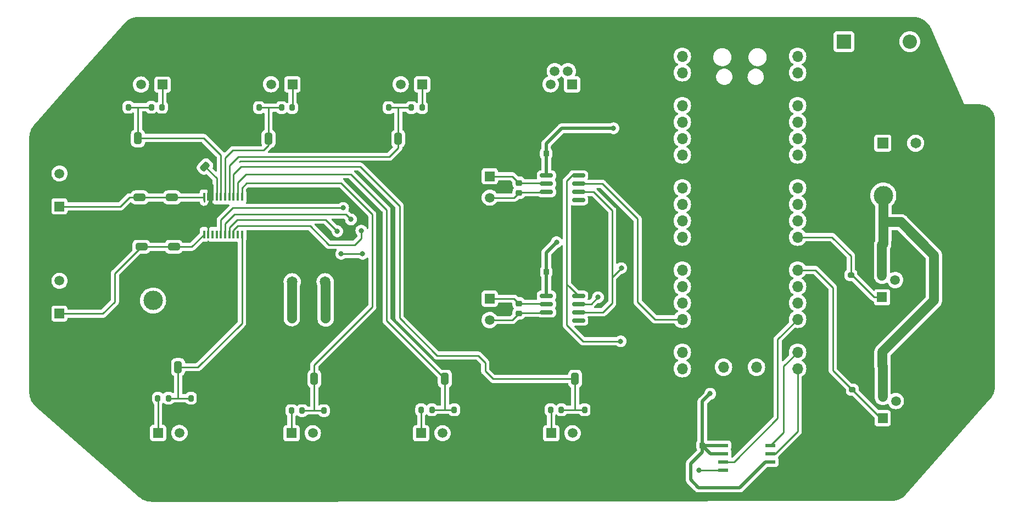
<source format=gbl>
G04 #@! TF.GenerationSoftware,KiCad,Pcbnew,7.0.8*
G04 #@! TF.CreationDate,2024-12-11T20:09:02-06:00*
G04 #@! TF.ProjectId,LEC,4c45432e-6b69-4636-9164-5f7063625858,rev?*
G04 #@! TF.SameCoordinates,Original*
G04 #@! TF.FileFunction,Copper,L4,Bot*
G04 #@! TF.FilePolarity,Positive*
%FSLAX46Y46*%
G04 Gerber Fmt 4.6, Leading zero omitted, Abs format (unit mm)*
G04 Created by KiCad (PCBNEW 7.0.8) date 2024-12-11 20:09:02*
%MOMM*%
%LPD*%
G01*
G04 APERTURE LIST*
G04 Aperture macros list*
%AMRoundRect*
0 Rectangle with rounded corners*
0 $1 Rounding radius*
0 $2 $3 $4 $5 $6 $7 $8 $9 X,Y pos of 4 corners*
0 Add a 4 corners polygon primitive as box body*
4,1,4,$2,$3,$4,$5,$6,$7,$8,$9,$2,$3,0*
0 Add four circle primitives for the rounded corners*
1,1,$1+$1,$2,$3*
1,1,$1+$1,$4,$5*
1,1,$1+$1,$6,$7*
1,1,$1+$1,$8,$9*
0 Add four rect primitives between the rounded corners*
20,1,$1+$1,$2,$3,$4,$5,0*
20,1,$1+$1,$4,$5,$6,$7,0*
20,1,$1+$1,$6,$7,$8,$9,0*
20,1,$1+$1,$8,$9,$2,$3,0*%
G04 Aperture macros list end*
G04 #@! TA.AperFunction,ComponentPad*
%ADD10R,1.508000X1.508000*%
G04 #@! TD*
G04 #@! TA.AperFunction,ComponentPad*
%ADD11C,1.508000*%
G04 #@! TD*
G04 #@! TA.AperFunction,ComponentPad*
%ADD12R,3.000000X3.000000*%
G04 #@! TD*
G04 #@! TA.AperFunction,ComponentPad*
%ADD13C,3.000000*%
G04 #@! TD*
G04 #@! TA.AperFunction,ComponentPad*
%ADD14R,2.200000X2.200000*%
G04 #@! TD*
G04 #@! TA.AperFunction,ComponentPad*
%ADD15O,2.200000X2.200000*%
G04 #@! TD*
G04 #@! TA.AperFunction,ComponentPad*
%ADD16O,1.700000X1.700000*%
G04 #@! TD*
G04 #@! TA.AperFunction,ComponentPad*
%ADD17R,1.700000X1.700000*%
G04 #@! TD*
G04 #@! TA.AperFunction,ComponentPad*
%ADD18R,1.498600X1.498600*%
G04 #@! TD*
G04 #@! TA.AperFunction,ComponentPad*
%ADD19C,1.498600*%
G04 #@! TD*
G04 #@! TA.AperFunction,ComponentPad*
%ADD20R,1.651000X1.651000*%
G04 #@! TD*
G04 #@! TA.AperFunction,ComponentPad*
%ADD21C,1.651000*%
G04 #@! TD*
G04 #@! TA.AperFunction,SMDPad,CuDef*
%ADD22RoundRect,0.250000X-0.650000X0.325000X-0.650000X-0.325000X0.650000X-0.325000X0.650000X0.325000X0*%
G04 #@! TD*
G04 #@! TA.AperFunction,SMDPad,CuDef*
%ADD23RoundRect,0.250000X0.325000X0.650000X-0.325000X0.650000X-0.325000X-0.650000X0.325000X-0.650000X0*%
G04 #@! TD*
G04 #@! TA.AperFunction,SMDPad,CuDef*
%ADD24RoundRect,0.200000X0.200000X0.275000X-0.200000X0.275000X-0.200000X-0.275000X0.200000X-0.275000X0*%
G04 #@! TD*
G04 #@! TA.AperFunction,SMDPad,CuDef*
%ADD25RoundRect,0.200000X-0.200000X-0.275000X0.200000X-0.275000X0.200000X0.275000X-0.200000X0.275000X0*%
G04 #@! TD*
G04 #@! TA.AperFunction,SMDPad,CuDef*
%ADD26RoundRect,0.225000X-0.250000X0.225000X-0.250000X-0.225000X0.250000X-0.225000X0.250000X0.225000X0*%
G04 #@! TD*
G04 #@! TA.AperFunction,SMDPad,CuDef*
%ADD27RoundRect,0.250000X0.475000X-0.250000X0.475000X0.250000X-0.475000X0.250000X-0.475000X-0.250000X0*%
G04 #@! TD*
G04 #@! TA.AperFunction,SMDPad,CuDef*
%ADD28RoundRect,0.150000X-0.825000X-0.150000X0.825000X-0.150000X0.825000X0.150000X-0.825000X0.150000X0*%
G04 #@! TD*
G04 #@! TA.AperFunction,SMDPad,CuDef*
%ADD29RoundRect,0.250000X-0.250000X-0.475000X0.250000X-0.475000X0.250000X0.475000X-0.250000X0.475000X0*%
G04 #@! TD*
G04 #@! TA.AperFunction,SMDPad,CuDef*
%ADD30R,1.524000X0.533400*%
G04 #@! TD*
G04 #@! TA.AperFunction,SMDPad,CuDef*
%ADD31RoundRect,0.250000X-0.325000X-0.650000X0.325000X-0.650000X0.325000X0.650000X-0.325000X0.650000X0*%
G04 #@! TD*
G04 #@! TA.AperFunction,SMDPad,CuDef*
%ADD32R,0.355600X1.308100*%
G04 #@! TD*
G04 #@! TA.AperFunction,SMDPad,CuDef*
%ADD33RoundRect,0.225000X-0.225000X-0.250000X0.225000X-0.250000X0.225000X0.250000X-0.225000X0.250000X0*%
G04 #@! TD*
G04 #@! TA.AperFunction,SMDPad,CuDef*
%ADD34RoundRect,0.250000X0.650000X-0.325000X0.650000X0.325000X-0.650000X0.325000X-0.650000X-0.325000X0*%
G04 #@! TD*
G04 #@! TA.AperFunction,SMDPad,CuDef*
%ADD35RoundRect,0.250000X-0.512652X-0.159099X-0.159099X-0.512652X0.512652X0.159099X0.159099X0.512652X0*%
G04 #@! TD*
G04 #@! TA.AperFunction,SMDPad,CuDef*
%ADD36RoundRect,0.200000X-0.275000X0.200000X-0.275000X-0.200000X0.275000X-0.200000X0.275000X0.200000X0*%
G04 #@! TD*
G04 #@! TA.AperFunction,ViaPad*
%ADD37C,0.700000*%
G04 #@! TD*
G04 #@! TA.AperFunction,ViaPad*
%ADD38C,0.800000*%
G04 #@! TD*
G04 #@! TA.AperFunction,Conductor*
%ADD39C,0.250000*%
G04 #@! TD*
G04 #@! TA.AperFunction,Conductor*
%ADD40C,1.500000*%
G04 #@! TD*
G04 #@! TA.AperFunction,Conductor*
%ADD41C,0.500000*%
G04 #@! TD*
G04 APERTURE END LIST*
D10*
X81435000Y-61450000D03*
D11*
X80800000Y-59420000D03*
X78135000Y-61450000D03*
X78770000Y-59420000D03*
D12*
X85000000Y-94800000D03*
D13*
X80000000Y-94800000D03*
D10*
X131900000Y-94520000D03*
D11*
X129870000Y-95155000D03*
X131900000Y-97820000D03*
X129870000Y-97185000D03*
D12*
X197600000Y-78600000D03*
D13*
X192600000Y-78600000D03*
D10*
X192500000Y-113000000D03*
D11*
X194530000Y-112365000D03*
X192500000Y-109700000D03*
X194530000Y-110335000D03*
D10*
X121475000Y-61400000D03*
D11*
X120840000Y-59370000D03*
X118175000Y-61400000D03*
X118810000Y-59370000D03*
D10*
X192400000Y-94300000D03*
D11*
X194430000Y-93665000D03*
X192400000Y-91000000D03*
X194430000Y-91635000D03*
D10*
X101475000Y-61400000D03*
D11*
X100840000Y-59370000D03*
X98175000Y-61400000D03*
X98810000Y-59370000D03*
D14*
X186520000Y-54800000D03*
D15*
X196680000Y-54800000D03*
D10*
X141385000Y-115300000D03*
D11*
X142020000Y-117330000D03*
X144685000Y-115300000D03*
X144050000Y-117330000D03*
D10*
X131917500Y-75612500D03*
D11*
X129887500Y-76247500D03*
X131917500Y-78912500D03*
X129887500Y-78277500D03*
D10*
X144600000Y-61400000D03*
D11*
X143965000Y-59370000D03*
X141300000Y-61400000D03*
X141935000Y-59370000D03*
D16*
X161600000Y-57070000D03*
X161600000Y-59610000D03*
D17*
X161600000Y-62150000D03*
D16*
X161600000Y-64690000D03*
X161600000Y-67230000D03*
X161600000Y-69770000D03*
X161600000Y-72310000D03*
D17*
X161600000Y-74850000D03*
D16*
X161600000Y-77390000D03*
X161600000Y-79930000D03*
X161600000Y-82470000D03*
X161600000Y-85010000D03*
D17*
X161600000Y-87550000D03*
D16*
X161600000Y-90090000D03*
X161600000Y-92630000D03*
X161600000Y-95170000D03*
X161600000Y-97710000D03*
D17*
X161600000Y-100250000D03*
D16*
X161600000Y-102790000D03*
X161600000Y-105330000D03*
X179380000Y-105330000D03*
X179380000Y-102790000D03*
D17*
X179380000Y-100250000D03*
D16*
X179380000Y-97710000D03*
X179380000Y-95170000D03*
X179380000Y-92630000D03*
X179380000Y-90090000D03*
D17*
X179380000Y-87550000D03*
D16*
X179380000Y-85010000D03*
X179380000Y-82470000D03*
X179380000Y-79930000D03*
X179380000Y-77390000D03*
D17*
X179380000Y-74850000D03*
D16*
X179380000Y-72310000D03*
X179380000Y-69770000D03*
X179380000Y-67230000D03*
X179380000Y-64690000D03*
D17*
X179380000Y-62150000D03*
D16*
X179380000Y-59610000D03*
X179380000Y-57070000D03*
X167950000Y-105100000D03*
D17*
X170490000Y-105100000D03*
D16*
X173030000Y-105100000D03*
D18*
X65564400Y-80257400D03*
D19*
X65564400Y-77717400D03*
X65564400Y-75177400D03*
D10*
X80765000Y-115270000D03*
D11*
X81400000Y-117300000D03*
X84065000Y-115270000D03*
X83430000Y-117300000D03*
D20*
X192500000Y-70500000D03*
D21*
X195040000Y-70500000D03*
X197580000Y-70500000D03*
D18*
X65564400Y-96840000D03*
D19*
X65564400Y-94300000D03*
X65564400Y-91760000D03*
D10*
X121335000Y-115300000D03*
D11*
X121970000Y-117330000D03*
X124635000Y-115300000D03*
X124000000Y-117330000D03*
D10*
X101335000Y-115300000D03*
D11*
X101970000Y-117330000D03*
X104635000Y-115300000D03*
X104000000Y-117330000D03*
D21*
X101449000Y-91900000D03*
X103989000Y-91900000D03*
X106529000Y-91900000D03*
D22*
X78200000Y-83550000D03*
X78200000Y-86500000D03*
D23*
X83850000Y-105100000D03*
X80900000Y-105100000D03*
D24*
X96325000Y-65000000D03*
X94675000Y-65000000D03*
D25*
X80730000Y-109900000D03*
X82380000Y-109900000D03*
D26*
X136400000Y-76625000D03*
X136400000Y-78175000D03*
D27*
X101400000Y-99450000D03*
X101400000Y-97550000D03*
D24*
X121475000Y-65000000D03*
X119825000Y-65000000D03*
D26*
X136400000Y-95250000D03*
X136400000Y-96800000D03*
D24*
X81370000Y-64950000D03*
X79720000Y-64950000D03*
D28*
X140650000Y-79300000D03*
X140650000Y-78030000D03*
X140650000Y-76760000D03*
X140650000Y-75490000D03*
X145600000Y-75490000D03*
X145600000Y-76760000D03*
X145600000Y-78030000D03*
X145600000Y-79300000D03*
D29*
X192450000Y-104900000D03*
X194350000Y-104900000D03*
D30*
X175200000Y-117190000D03*
X175200000Y-118460000D03*
X175200000Y-119730000D03*
X175200000Y-121000000D03*
X167910200Y-121000000D03*
X167910200Y-119730000D03*
X167910200Y-118460000D03*
X167910200Y-117190000D03*
D22*
X83200000Y-83550000D03*
X83200000Y-86500000D03*
D31*
X104860000Y-106900000D03*
X107810000Y-106900000D03*
D32*
X87849999Y-78796100D03*
X88500000Y-78796100D03*
X89149998Y-78796100D03*
X89800000Y-78796100D03*
X90449998Y-78796100D03*
X91099997Y-78796100D03*
X91749998Y-78796100D03*
X92399997Y-78796100D03*
X93049998Y-78796100D03*
X93699997Y-78796100D03*
X93699999Y-84600000D03*
X93050001Y-84600000D03*
X92400000Y-84600000D03*
X91750001Y-84600000D03*
X91100000Y-84600000D03*
X90450001Y-84600000D03*
X89800000Y-84600000D03*
X89150001Y-84600000D03*
X88500000Y-84600000D03*
X87850001Y-84600000D03*
D25*
X141310000Y-111700000D03*
X142960000Y-111700000D03*
D28*
X140650000Y-97900000D03*
X140650000Y-96630000D03*
X140650000Y-95360000D03*
X140650000Y-94090000D03*
X145600000Y-94090000D03*
X145600000Y-95360000D03*
X145600000Y-96630000D03*
X145600000Y-97900000D03*
D25*
X85830000Y-109900000D03*
X87480000Y-109900000D03*
D33*
X163155100Y-117195000D03*
X164705100Y-117195000D03*
D24*
X101450000Y-65000000D03*
X99800000Y-65000000D03*
D25*
X121335000Y-111700000D03*
X122985000Y-111700000D03*
X146535000Y-111700000D03*
X148185000Y-111700000D03*
D31*
X145065000Y-106900000D03*
X148015000Y-106900000D03*
D25*
X106335000Y-111800000D03*
X107985000Y-111800000D03*
D23*
X77655000Y-69750000D03*
X74705000Y-69750000D03*
D31*
X124985000Y-106900000D03*
X127935000Y-106900000D03*
D29*
X192450000Y-86200000D03*
X194350000Y-86200000D03*
D23*
X117795000Y-69800000D03*
X114845000Y-69800000D03*
D25*
X126435000Y-111700000D03*
X128085000Y-111700000D03*
D27*
X106600000Y-99500000D03*
X106600000Y-97600000D03*
D25*
X101335000Y-111800000D03*
X102985000Y-111800000D03*
D33*
X140600000Y-72100000D03*
X142150000Y-72100000D03*
D24*
X76185000Y-64950000D03*
X74535000Y-64950000D03*
D34*
X77900000Y-78875000D03*
X77900000Y-75925000D03*
X82900000Y-78875000D03*
X82900000Y-75925000D03*
D23*
X97795000Y-69800000D03*
X94845000Y-69800000D03*
D35*
X86656498Y-72756498D03*
X88000000Y-74100000D03*
D33*
X140625000Y-90400000D03*
X142175000Y-90400000D03*
D36*
X187800000Y-108575000D03*
X187800000Y-110225000D03*
X187600000Y-90875000D03*
X187600000Y-92525000D03*
D24*
X116325000Y-65000000D03*
X114675000Y-65000000D03*
D37*
X124375000Y-94775000D03*
X89375000Y-119775000D03*
X99375000Y-94775000D03*
X99375000Y-54775000D03*
X99375000Y-84775000D03*
X174375000Y-64775000D03*
X184375000Y-119775000D03*
X184375000Y-74775000D03*
X99375000Y-109775000D03*
X69375000Y-109775000D03*
X174375000Y-69775000D03*
D38*
X102000000Y-78700000D03*
D37*
X114375000Y-99775000D03*
X79375000Y-119775000D03*
X124375000Y-64775000D03*
X99375000Y-119775000D03*
X94375000Y-59775000D03*
X119375000Y-124775000D03*
X169375000Y-79775000D03*
X114375000Y-104775000D03*
X174375000Y-94775000D03*
X199375000Y-104775000D03*
X109375000Y-89775000D03*
X99375000Y-124775000D03*
X204375000Y-64775000D03*
X164375000Y-64775000D03*
X104375000Y-64775000D03*
X199375000Y-119775000D03*
X144375000Y-54775000D03*
X134375000Y-114775000D03*
X69375000Y-69775000D03*
X69375000Y-99775000D03*
X119375000Y-69775000D03*
X129375000Y-64775000D03*
X99375000Y-89775000D03*
X109375000Y-54775000D03*
X109375000Y-119775000D03*
X114375000Y-119775000D03*
X139375000Y-104775000D03*
X189375000Y-74775000D03*
X86600000Y-76400000D03*
X124375000Y-59775000D03*
X104375000Y-69775000D03*
X164375000Y-59775000D03*
X89375000Y-64775000D03*
X79375000Y-99775000D03*
X124375000Y-124775000D03*
D38*
X156100000Y-61600000D03*
D37*
X154375000Y-109775000D03*
X114375000Y-54775000D03*
X159375000Y-124775000D03*
X184375000Y-109775000D03*
X109375000Y-109775000D03*
X199375000Y-99775000D03*
X74375000Y-104775000D03*
X189375000Y-89775000D03*
X74375000Y-54775000D03*
X109375000Y-124775000D03*
X164375000Y-74775000D03*
X119375000Y-74775000D03*
X154375000Y-104775000D03*
X69375000Y-64775000D03*
X179375000Y-124775000D03*
X154375000Y-114775000D03*
X64375000Y-84775000D03*
X189375000Y-69775000D03*
X169375000Y-74775000D03*
X69375000Y-84775000D03*
X139375000Y-119775000D03*
X104375000Y-119775000D03*
X104375000Y-94775000D03*
X184375000Y-89775000D03*
X139375000Y-114775000D03*
X69375000Y-89775000D03*
X124375000Y-74775000D03*
X189375000Y-94775000D03*
X149375000Y-104775000D03*
D38*
X154300000Y-65600000D03*
D37*
X69375000Y-59775000D03*
X164375000Y-84775000D03*
X174375000Y-99775000D03*
X174375000Y-79775000D03*
X189375000Y-99775000D03*
X169375000Y-64775000D03*
X129375000Y-124775000D03*
X114375000Y-59775000D03*
X164375000Y-79775000D03*
X154375000Y-99775000D03*
X144375000Y-119775000D03*
X139375000Y-99775000D03*
X94375000Y-119775000D03*
X129375000Y-114775000D03*
X174375000Y-84775000D03*
X169375000Y-54775000D03*
X184375000Y-54775000D03*
X74375000Y-114775000D03*
X74375000Y-109775000D03*
X149375000Y-54775000D03*
X89375000Y-109775000D03*
X79375000Y-124775000D03*
X94375000Y-54775000D03*
X164375000Y-104775000D03*
X139375000Y-54775000D03*
X129375000Y-119775000D03*
X169375000Y-84775000D03*
X149375000Y-69775000D03*
X194375000Y-89775000D03*
X64375000Y-109775000D03*
X119375000Y-119775000D03*
X179375000Y-119775000D03*
X154375000Y-54775000D03*
X199375000Y-74775000D03*
D38*
X152700000Y-57700000D03*
D37*
X194375000Y-124775000D03*
X88900000Y-81700000D03*
X104375000Y-59775000D03*
X149375000Y-124775000D03*
X169375000Y-89775000D03*
X79375000Y-109775000D03*
X189375000Y-124775000D03*
X89375000Y-124775000D03*
X84375000Y-124775000D03*
X134375000Y-119775000D03*
X164375000Y-94775000D03*
X74375000Y-119775000D03*
X109375000Y-69775000D03*
D38*
X147500000Y-91500000D03*
D37*
X204375000Y-94775000D03*
X194375000Y-74775000D03*
X164375000Y-54775000D03*
X84375000Y-64775000D03*
X164375000Y-69775000D03*
X184375000Y-124775000D03*
X134375000Y-99775000D03*
X204375000Y-104775000D03*
X94375000Y-124775000D03*
X184375000Y-69775000D03*
X114375000Y-114775000D03*
X124375000Y-119775000D03*
X169375000Y-99775000D03*
X189375000Y-64775000D03*
X109375000Y-114775000D03*
X204375000Y-84775000D03*
X104375000Y-124775000D03*
X134375000Y-54775000D03*
X89375000Y-94775000D03*
X94375000Y-104775000D03*
X154375000Y-124775000D03*
X139375000Y-59775000D03*
X159375000Y-114775000D03*
X124375000Y-69775000D03*
X154375000Y-69775000D03*
X139375000Y-69775000D03*
X84375000Y-59775000D03*
X94375000Y-114775000D03*
X89375000Y-104775000D03*
X109375000Y-104775000D03*
X124375000Y-99775000D03*
X84375000Y-119775000D03*
X134375000Y-104775000D03*
X129375000Y-54775000D03*
X189375000Y-119775000D03*
X79375000Y-104775000D03*
X104375000Y-89775000D03*
X79375000Y-54775000D03*
X129375000Y-99775000D03*
X129375000Y-69775000D03*
X174375000Y-89775000D03*
X199375000Y-114775000D03*
X119375000Y-54775000D03*
X164375000Y-99775000D03*
X109375000Y-94775000D03*
X144375000Y-69775000D03*
X199375000Y-54775000D03*
X124375000Y-54775000D03*
X189375000Y-84775000D03*
X204375000Y-99775000D03*
X69375000Y-114775000D03*
X134375000Y-64775000D03*
X204375000Y-79775000D03*
X149375000Y-119775000D03*
X84375000Y-99775000D03*
X144375000Y-124775000D03*
X119375000Y-109775000D03*
X189375000Y-79775000D03*
X74375000Y-99775000D03*
X119375000Y-114775000D03*
X99375000Y-114775000D03*
X139375000Y-64775000D03*
X114375000Y-124775000D03*
X74375000Y-59775000D03*
X204375000Y-109775000D03*
X89375000Y-54775000D03*
X134375000Y-69775000D03*
X169375000Y-94775000D03*
X134375000Y-124775000D03*
X169375000Y-69775000D03*
X149375000Y-74775000D03*
X159375000Y-109775000D03*
X149375000Y-109775000D03*
X94375000Y-99775000D03*
X204375000Y-89775000D03*
X184375000Y-64775000D03*
X164375000Y-89775000D03*
X159375000Y-119775000D03*
X134375000Y-59775000D03*
X204375000Y-74775000D03*
X194375000Y-59775000D03*
X184375000Y-114775000D03*
X189375000Y-104775000D03*
X99375000Y-99775000D03*
X149375000Y-99775000D03*
X129375000Y-59775000D03*
X139375000Y-124775000D03*
X144375000Y-104775000D03*
X179375000Y-54775000D03*
X204375000Y-69775000D03*
X129375000Y-104775000D03*
X184375000Y-79775000D03*
X64375000Y-69775000D03*
X119375000Y-94775000D03*
X109375000Y-59775000D03*
X64375000Y-104775000D03*
X174375000Y-124775000D03*
X104375000Y-54775000D03*
X69375000Y-104775000D03*
X114375000Y-109775000D03*
X169375000Y-109775000D03*
X154375000Y-119775000D03*
X174375000Y-74775000D03*
X84375000Y-54775000D03*
X194375000Y-54775000D03*
X89375000Y-59775000D03*
X104375000Y-99775000D03*
X64375000Y-89775000D03*
X194375000Y-119775000D03*
X64375000Y-99775000D03*
X89375000Y-99775000D03*
X149375000Y-114775000D03*
D38*
X165900000Y-109200000D03*
X151000000Y-68200000D03*
X142200000Y-85800000D03*
X109300000Y-80500000D03*
X112100000Y-84000000D03*
X108400000Y-84100000D03*
X109000000Y-87600000D03*
X112300000Y-87600000D03*
X110512299Y-82287701D03*
X152200000Y-89800000D03*
X148600000Y-94300000D03*
X152100000Y-101100000D03*
X164200000Y-121000000D03*
D39*
X80800000Y-83600000D02*
X80750000Y-83550000D01*
X114675000Y-69630000D02*
X114845000Y-69800000D01*
X89149998Y-76949998D02*
X89149998Y-78796100D01*
X86600000Y-76400000D02*
X88600000Y-76400000D01*
X87300000Y-76400000D02*
X88500000Y-77600000D01*
X114675000Y-65000000D02*
X114675000Y-69630000D01*
X107985000Y-107075000D02*
X107810000Y-106900000D01*
D40*
X196335000Y-93665000D02*
X196500000Y-93500000D01*
D39*
X88900000Y-81700000D02*
X88500000Y-82100000D01*
X94675000Y-69630000D02*
X94845000Y-69800000D01*
X88500000Y-82100000D02*
X88500000Y-84600000D01*
X142150000Y-72100000D02*
X142200000Y-72150000D01*
X148185000Y-107070000D02*
X148015000Y-106900000D01*
X74535000Y-69580000D02*
X74705000Y-69750000D01*
X84184000Y-117300000D02*
X83430000Y-117300000D01*
X142175000Y-90400000D02*
X142200000Y-90425000D01*
X128085000Y-107050000D02*
X127935000Y-106900000D01*
X86600000Y-76400000D02*
X87300000Y-76400000D01*
X88600000Y-76400000D02*
X89149998Y-76949998D01*
X88500000Y-77600000D02*
X88500000Y-78796100D01*
X80800000Y-83600000D02*
X80850000Y-83550000D01*
X87771099Y-78875000D02*
X87849999Y-78796100D01*
X65564400Y-80257400D02*
X74957400Y-80257400D01*
X76339800Y-78875000D02*
X77900000Y-78875000D01*
X82900000Y-78875000D02*
X77900000Y-78875000D01*
X87849999Y-79550001D02*
X87849999Y-78796100D01*
X74957400Y-80257400D02*
X76339800Y-78875000D01*
X82900000Y-78875000D02*
X87771099Y-78875000D01*
D41*
X151000000Y-68200000D02*
X143000000Y-68200000D01*
X170468000Y-123700000D02*
X164100000Y-123700000D01*
D39*
X140650000Y-90475000D02*
X140725000Y-90400000D01*
X164710100Y-117190000D02*
X164705100Y-117195000D01*
D41*
X140625000Y-87375000D02*
X140625000Y-90400000D01*
X165970100Y-118460000D02*
X164705100Y-117195000D01*
X140600000Y-70600000D02*
X140600000Y-72100000D01*
X164705100Y-110394900D02*
X164705100Y-117195000D01*
X140650000Y-94090000D02*
X140650000Y-90475000D01*
X174438000Y-119730000D02*
X170468000Y-123700000D01*
X165900000Y-109200000D02*
X164705100Y-110394900D01*
X167910200Y-117190000D02*
X164710100Y-117190000D01*
D39*
X162900000Y-120200000D02*
X162900000Y-120000000D01*
D41*
X140650000Y-75490000D02*
X140650000Y-72150000D01*
X142200000Y-85800000D02*
X140625000Y-87375000D01*
X164705100Y-118194900D02*
X164705100Y-117195000D01*
X167910200Y-118460000D02*
X165970100Y-118460000D01*
D39*
X140650000Y-72150000D02*
X140700000Y-72100000D01*
D41*
X162900000Y-122500000D02*
X162900000Y-120200000D01*
D39*
X175200000Y-119730000D02*
X174438000Y-119730000D01*
D41*
X143000000Y-68200000D02*
X140600000Y-70600000D01*
X162900000Y-120000000D02*
X164705100Y-118194900D01*
X164100000Y-123700000D02*
X162900000Y-122500000D01*
D39*
X101400000Y-91949000D02*
X101449000Y-91900000D01*
D40*
X101400000Y-97550000D02*
X101400000Y-91949000D01*
D39*
X89800000Y-75900000D02*
X88000000Y-74100000D01*
X89800000Y-75900000D02*
X89800000Y-78796100D01*
X85950001Y-86500000D02*
X87850001Y-84600000D01*
X83200000Y-86500000D02*
X85950001Y-86500000D01*
X83200000Y-86500000D02*
X78200000Y-86500000D01*
X74100000Y-90600000D02*
X74100000Y-95000000D01*
X72260000Y-96840000D02*
X65564400Y-96840000D01*
X78200000Y-86500000D02*
X74100000Y-90600000D01*
X74100000Y-95000000D02*
X72260000Y-96840000D01*
D40*
X192600000Y-86050000D02*
X192450000Y-86200000D01*
D39*
X192400000Y-86250000D02*
X192450000Y-86200000D01*
D40*
X195300000Y-82700000D02*
X200400000Y-87800000D01*
X192600000Y-82700000D02*
X192600000Y-86050000D01*
D39*
X192500000Y-104950000D02*
X192450000Y-104900000D01*
D40*
X192600000Y-78600000D02*
X192600000Y-82700000D01*
X192500000Y-109700000D02*
X192500000Y-104950000D01*
X192450000Y-102750000D02*
X192450000Y-104900000D01*
X192400000Y-91000000D02*
X192400000Y-86250000D01*
X200400000Y-87800000D02*
X200400000Y-94800000D01*
X200400000Y-94800000D02*
X192450000Y-102750000D01*
X192600000Y-82700000D02*
X195300000Y-82700000D01*
D39*
X140590000Y-95300000D02*
X140650000Y-95360000D01*
X135670000Y-94520000D02*
X136400000Y-95250000D01*
X136450000Y-95300000D02*
X140590000Y-95300000D01*
X131900000Y-94520000D02*
X135670000Y-94520000D01*
X136400000Y-95250000D02*
X136450000Y-95300000D01*
X135380000Y-97820000D02*
X136400000Y-96800000D01*
X140580000Y-96700000D02*
X140650000Y-96630000D01*
X131900000Y-97820000D02*
X135380000Y-97820000D01*
X136500000Y-96700000D02*
X140580000Y-96700000D01*
X136400000Y-96800000D02*
X136500000Y-96700000D01*
X135387500Y-75612500D02*
X136400000Y-76625000D01*
X136400000Y-76625000D02*
X136475000Y-76700000D01*
X131917500Y-75612500D02*
X135387500Y-75612500D01*
X136475000Y-76700000D02*
X140590000Y-76700000D01*
X140590000Y-76700000D02*
X140650000Y-76760000D01*
X135662500Y-78912500D02*
X136400000Y-78175000D01*
X140580000Y-78100000D02*
X140650000Y-78030000D01*
X136475000Y-78100000D02*
X140580000Y-78100000D01*
X131917500Y-78912500D02*
X135662500Y-78912500D01*
X136400000Y-78175000D02*
X136475000Y-78100000D01*
X187775000Y-90875000D02*
X187600000Y-90875000D01*
X184700000Y-85010000D02*
X187600000Y-87910000D01*
X187600000Y-90875000D02*
X187600000Y-87910000D01*
X192400000Y-94300000D02*
X191200000Y-94300000D01*
X184700000Y-85010000D02*
X179380000Y-85010000D01*
X191200000Y-94300000D02*
X187775000Y-90875000D01*
X184800000Y-92800000D02*
X182090000Y-90090000D01*
X182090000Y-90090000D02*
X179380000Y-90090000D01*
X184800000Y-105575000D02*
X184800000Y-92800000D01*
X187800000Y-108575000D02*
X192225000Y-113000000D01*
X192225000Y-113000000D02*
X192500000Y-113000000D01*
X187800000Y-108575000D02*
X184800000Y-105575000D01*
X109300000Y-80500000D02*
X92300000Y-80500000D01*
X90450001Y-82349999D02*
X90450001Y-84600000D01*
X92300000Y-80500000D02*
X90450001Y-82349999D01*
X107100000Y-86200000D02*
X104200000Y-83300000D01*
X93045950Y-83300000D02*
X92400000Y-83945950D01*
X111100000Y-86200000D02*
X107100000Y-86200000D01*
X104200000Y-83300000D02*
X93045950Y-83300000D01*
X92400000Y-83945950D02*
X92400000Y-84600000D01*
X112100000Y-84000000D02*
X112100000Y-85200000D01*
X112100000Y-85200000D02*
X111100000Y-86200000D01*
X93000000Y-82300000D02*
X91750001Y-83549999D01*
X108400000Y-84100000D02*
X106600000Y-82300000D01*
X91750001Y-83549999D02*
X91750001Y-84600000D01*
X106600000Y-82300000D02*
X93000000Y-82300000D01*
X109000000Y-87600000D02*
X112300000Y-87600000D01*
X91100000Y-82900000D02*
X91100000Y-84600000D01*
X92500000Y-81500000D02*
X91100000Y-82900000D01*
X109724598Y-81500000D02*
X92500000Y-81500000D01*
X110512299Y-82287701D02*
X109724598Y-81500000D01*
X152200000Y-89800000D02*
X150800000Y-91200000D01*
X150800000Y-91200000D02*
X150800000Y-92400000D01*
X147930000Y-78030000D02*
X150800000Y-80900000D01*
X145600000Y-78030000D02*
X147930000Y-78030000D01*
X150800000Y-80900000D02*
X150800000Y-92400000D01*
X149370000Y-96630000D02*
X145600000Y-96630000D01*
X150800000Y-95200000D02*
X149370000Y-96630000D01*
X150800000Y-92400000D02*
X150800000Y-95200000D01*
X147540000Y-95360000D02*
X145600000Y-95360000D01*
X148600000Y-94300000D02*
X147540000Y-95360000D01*
X152100000Y-101100000D02*
X146300000Y-101100000D01*
X144625000Y-75490000D02*
X143800000Y-76315000D01*
X145600000Y-75490000D02*
X144625000Y-75490000D01*
X143800000Y-98600000D02*
X143800000Y-92290000D01*
X144205000Y-92695000D02*
X145600000Y-94090000D01*
X143800000Y-76315000D02*
X143800000Y-92290000D01*
X143800000Y-92290000D02*
X144205000Y-92695000D01*
X146300000Y-101100000D02*
X143800000Y-98600000D01*
X154700000Y-95000000D02*
X157410000Y-97710000D01*
X154700000Y-82200000D02*
X154700000Y-95000000D01*
X157410000Y-97710000D02*
X161600000Y-97710000D01*
X145600000Y-76760000D02*
X149260000Y-76760000D01*
X149260000Y-76760000D02*
X154700000Y-82200000D01*
X175962000Y-118460000D02*
X179380000Y-115042000D01*
X179380000Y-115042000D02*
X179380000Y-105330000D01*
X175200000Y-118460000D02*
X175962000Y-118460000D01*
X177200000Y-104970000D02*
X179380000Y-102790000D01*
X175200000Y-117190000D02*
X177200000Y-115190000D01*
X177200000Y-115190000D02*
X177200000Y-104970000D01*
X176300000Y-100790000D02*
X179380000Y-97710000D01*
X176300000Y-113000000D02*
X176300000Y-100790000D01*
X169570000Y-119730000D02*
X176300000Y-113000000D01*
X167910200Y-119730000D02*
X169570000Y-119730000D01*
X167910200Y-121000000D02*
X164200000Y-121000000D01*
X77655000Y-69750000D02*
X77655000Y-65005000D01*
X79720000Y-64950000D02*
X77600000Y-64950000D01*
X90449998Y-72349998D02*
X90449998Y-78796100D01*
X87800000Y-69700000D02*
X90449998Y-72349998D01*
X77474999Y-69930001D02*
X77655000Y-69750000D01*
X77655000Y-65005000D02*
X77600000Y-64950000D01*
X77705000Y-69700000D02*
X87800000Y-69700000D01*
X77600000Y-64950000D02*
X76185000Y-64950000D01*
X77655000Y-69750000D02*
X77705000Y-69700000D01*
X97795000Y-65005000D02*
X97800000Y-65000000D01*
X97795000Y-69800000D02*
X97795000Y-65005000D01*
X92300000Y-71600000D02*
X97000000Y-71600000D01*
X97000000Y-71600000D02*
X97795000Y-70805000D01*
X97800000Y-65000000D02*
X96325000Y-65000000D01*
X97795000Y-70805000D02*
X97795000Y-69800000D01*
X91099997Y-72800003D02*
X92300000Y-71600000D01*
X91099997Y-78796100D02*
X91099997Y-72800003D01*
X99800000Y-65000000D02*
X97800000Y-65000000D01*
X117795000Y-71205000D02*
X116400000Y-72600000D01*
X116400000Y-72600000D02*
X93100000Y-72600000D01*
X117795000Y-69800000D02*
X117795000Y-65005000D01*
X91749998Y-73950002D02*
X91749998Y-78796100D01*
X117800000Y-65000000D02*
X116325000Y-65000000D01*
X119825000Y-65000000D02*
X117800000Y-65000000D01*
X117795000Y-69800000D02*
X117795000Y-71205000D01*
X117795000Y-65005000D02*
X117800000Y-65000000D01*
X93100000Y-72600000D02*
X91749998Y-73950002D01*
X131200000Y-105700000D02*
X132400000Y-106900000D01*
X111900000Y-74100000D02*
X118000000Y-80200000D01*
X92399997Y-78796100D02*
X92399997Y-75300003D01*
X145065000Y-111595000D02*
X144960000Y-111700000D01*
X130100000Y-103300000D02*
X131200000Y-104400000D01*
X118000000Y-97500000D02*
X123800000Y-103300000D01*
X123800000Y-103300000D02*
X130100000Y-103300000D01*
X93600000Y-74100000D02*
X111900000Y-74100000D01*
X144960000Y-111700000D02*
X146535000Y-111700000D01*
X142960000Y-111700000D02*
X144960000Y-111700000D01*
X132400000Y-106900000D02*
X145065000Y-106900000D01*
X118000000Y-80200000D02*
X118000000Y-97500000D01*
X145065000Y-106900000D02*
X145065000Y-111595000D01*
X131200000Y-104400000D02*
X131200000Y-105700000D01*
X92399997Y-75300003D02*
X93600000Y-74100000D01*
X116000000Y-80800000D02*
X110500000Y-75300000D01*
X94300000Y-75300000D02*
X93049998Y-76550002D01*
X110500000Y-75300000D02*
X94300000Y-75300000D01*
X122985000Y-111700000D02*
X124960000Y-111700000D01*
X93049998Y-76550002D02*
X93049998Y-78796100D01*
X124985000Y-106900000D02*
X124985000Y-111675000D01*
X116000000Y-97915000D02*
X116000000Y-80800000D01*
X124960000Y-111700000D02*
X126435000Y-111700000D01*
X124985000Y-106900000D02*
X116000000Y-97915000D01*
X124985000Y-111675000D02*
X124960000Y-111700000D01*
X109000000Y-76700000D02*
X94400000Y-76700000D01*
X104860000Y-106900000D02*
X104860000Y-104740000D01*
X113800000Y-81500000D02*
X109000000Y-76700000D01*
X104860000Y-111800000D02*
X106335000Y-111800000D01*
X104860000Y-106900000D02*
X104860000Y-111800000D01*
X102985000Y-111800000D02*
X104860000Y-111800000D01*
X94400000Y-76700000D02*
X93699997Y-77400003D01*
X104860000Y-104740000D02*
X113800000Y-95800000D01*
X93699997Y-77400003D02*
X93699997Y-78796100D01*
X113800000Y-95800000D02*
X113800000Y-81500000D01*
X83850000Y-105100000D02*
X83850000Y-109885000D01*
X93699999Y-98300001D02*
X93699999Y-84600000D01*
X83865000Y-109900000D02*
X85830000Y-109900000D01*
X86900000Y-105100000D02*
X93699999Y-98300001D01*
X83850000Y-105100000D02*
X86900000Y-105100000D01*
X82380000Y-109900000D02*
X83865000Y-109900000D01*
X83850000Y-109885000D02*
X83865000Y-109900000D01*
X81435000Y-64885000D02*
X81370000Y-64950000D01*
X81435000Y-61450000D02*
X81435000Y-64885000D01*
X101475000Y-61400000D02*
X101475000Y-64975000D01*
X101525000Y-61450000D02*
X101475000Y-61400000D01*
X101475000Y-64975000D02*
X101450000Y-65000000D01*
X121475000Y-61400000D02*
X121475000Y-65000000D01*
X141385000Y-115300000D02*
X141385000Y-111775000D01*
X141345000Y-115260000D02*
X141385000Y-115300000D01*
X141385000Y-111775000D02*
X141310000Y-111700000D01*
X121335000Y-115300000D02*
X121335000Y-111700000D01*
X101335000Y-115300000D02*
X101335000Y-111800000D01*
X80765000Y-115270000D02*
X80765000Y-109935000D01*
X80765000Y-109935000D02*
X80730000Y-109900000D01*
X106600000Y-91971000D02*
X106529000Y-91900000D01*
D40*
X106600000Y-97600000D02*
X106600000Y-91971000D01*
G04 #@! TA.AperFunction,Conductor*
G36*
X108756587Y-77345185D02*
G01*
X108777229Y-77361819D01*
X113138181Y-81722771D01*
X113171666Y-81784094D01*
X113174500Y-81810452D01*
X113174500Y-83609985D01*
X113154815Y-83677024D01*
X113102011Y-83722779D01*
X113032853Y-83732723D01*
X112969297Y-83703698D01*
X112932569Y-83648304D01*
X112927180Y-83631719D01*
X112927179Y-83631718D01*
X112927179Y-83631716D01*
X112832533Y-83467784D01*
X112705871Y-83327112D01*
X112690369Y-83315849D01*
X112552734Y-83215851D01*
X112552729Y-83215848D01*
X112379807Y-83138857D01*
X112379802Y-83138855D01*
X112234001Y-83107865D01*
X112194646Y-83099500D01*
X112005354Y-83099500D01*
X111972897Y-83106398D01*
X111820197Y-83138855D01*
X111820192Y-83138857D01*
X111647270Y-83215848D01*
X111647265Y-83215851D01*
X111494129Y-83327111D01*
X111367466Y-83467785D01*
X111272821Y-83631715D01*
X111272818Y-83631722D01*
X111214327Y-83811740D01*
X111214326Y-83811744D01*
X111194540Y-84000000D01*
X111214326Y-84188256D01*
X111214327Y-84188259D01*
X111272818Y-84368277D01*
X111272821Y-84368284D01*
X111367467Y-84532216D01*
X111393180Y-84560773D01*
X111442650Y-84615715D01*
X111472880Y-84678706D01*
X111474500Y-84698687D01*
X111474500Y-84889547D01*
X111454815Y-84956586D01*
X111438181Y-84977228D01*
X110877228Y-85538181D01*
X110815905Y-85571666D01*
X110789547Y-85574500D01*
X107410453Y-85574500D01*
X107343414Y-85554815D01*
X107322772Y-85538181D01*
X104921772Y-83137181D01*
X104888287Y-83075858D01*
X104893271Y-83006166D01*
X104935143Y-82950233D01*
X105000607Y-82925816D01*
X105009453Y-82925500D01*
X106289548Y-82925500D01*
X106356587Y-82945185D01*
X106377229Y-82961819D01*
X107461038Y-84045629D01*
X107494523Y-84106952D01*
X107496678Y-84120348D01*
X107503816Y-84188256D01*
X107514326Y-84288256D01*
X107514327Y-84288259D01*
X107572818Y-84468277D01*
X107572821Y-84468284D01*
X107667467Y-84632216D01*
X107684459Y-84651087D01*
X107794129Y-84772888D01*
X107947265Y-84884148D01*
X107947270Y-84884151D01*
X108120192Y-84961142D01*
X108120197Y-84961144D01*
X108305354Y-85000500D01*
X108305355Y-85000500D01*
X108494644Y-85000500D01*
X108494646Y-85000500D01*
X108679803Y-84961144D01*
X108852730Y-84884151D01*
X109005871Y-84772888D01*
X109132533Y-84632216D01*
X109227179Y-84468284D01*
X109285674Y-84288256D01*
X109305460Y-84100000D01*
X109285674Y-83911744D01*
X109227179Y-83731716D01*
X109132533Y-83567784D01*
X109005871Y-83427112D01*
X108952711Y-83388489D01*
X108852734Y-83315851D01*
X108852729Y-83315848D01*
X108679807Y-83238857D01*
X108679802Y-83238855D01*
X108534001Y-83207865D01*
X108494646Y-83199500D01*
X108494645Y-83199500D01*
X108435453Y-83199500D01*
X108368414Y-83179815D01*
X108347772Y-83163181D01*
X107521772Y-82337181D01*
X107488287Y-82275858D01*
X107493271Y-82206166D01*
X107535143Y-82150233D01*
X107600607Y-82125816D01*
X107609453Y-82125500D01*
X109414145Y-82125500D01*
X109481184Y-82145185D01*
X109501826Y-82161819D01*
X109573338Y-82233331D01*
X109606823Y-82294654D01*
X109608977Y-82308044D01*
X109626625Y-82475957D01*
X109626626Y-82475960D01*
X109685117Y-82655978D01*
X109685120Y-82655985D01*
X109779766Y-82819917D01*
X109882184Y-82933663D01*
X109906428Y-82960589D01*
X110059564Y-83071849D01*
X110059569Y-83071852D01*
X110232491Y-83148843D01*
X110232496Y-83148845D01*
X110417653Y-83188201D01*
X110417654Y-83188201D01*
X110606943Y-83188201D01*
X110606945Y-83188201D01*
X110792102Y-83148845D01*
X110965029Y-83071852D01*
X111118170Y-82960589D01*
X111244832Y-82819917D01*
X111339478Y-82655985D01*
X111397973Y-82475957D01*
X111417759Y-82287701D01*
X111397973Y-82099445D01*
X111339478Y-81919417D01*
X111244832Y-81755485D01*
X111118170Y-81614813D01*
X111118169Y-81614812D01*
X110965033Y-81503552D01*
X110965028Y-81503549D01*
X110792106Y-81426558D01*
X110792101Y-81426556D01*
X110646300Y-81395566D01*
X110606945Y-81387201D01*
X110606944Y-81387201D01*
X110547752Y-81387201D01*
X110480713Y-81367516D01*
X110460071Y-81350882D01*
X110225401Y-81116212D01*
X110215578Y-81103950D01*
X110215357Y-81104134D01*
X110210384Y-81098123D01*
X110178744Y-81068411D01*
X110159962Y-81050773D01*
X110139660Y-81030471D01*
X110106177Y-80969147D01*
X110111163Y-80899455D01*
X110119959Y-80880789D01*
X110123577Y-80874522D01*
X110127179Y-80868284D01*
X110185674Y-80688256D01*
X110205460Y-80500000D01*
X110185674Y-80311744D01*
X110127179Y-80131716D01*
X110032533Y-79967784D01*
X109905871Y-79827112D01*
X109905870Y-79827111D01*
X109752734Y-79715851D01*
X109752729Y-79715848D01*
X109579807Y-79638857D01*
X109579802Y-79638855D01*
X109424930Y-79605937D01*
X109394646Y-79599500D01*
X109205354Y-79599500D01*
X109175070Y-79605937D01*
X109020197Y-79638855D01*
X109020192Y-79638857D01*
X108847270Y-79715848D01*
X108847265Y-79715851D01*
X108694130Y-79827110D01*
X108694126Y-79827114D01*
X108688400Y-79833474D01*
X108628913Y-79870121D01*
X108596252Y-79874500D01*
X94431194Y-79874500D01*
X94364155Y-79854815D01*
X94318400Y-79802011D01*
X94308456Y-79732853D01*
X94319058Y-79701001D01*
X94318494Y-79700791D01*
X94353872Y-79605937D01*
X94371888Y-79557633D01*
X94378297Y-79498023D01*
X94378296Y-78094178D01*
X94373096Y-78045807D01*
X94371888Y-78034566D01*
X94333315Y-77931147D01*
X94325497Y-77887814D01*
X94325497Y-77710455D01*
X94345182Y-77643416D01*
X94361816Y-77622774D01*
X94622771Y-77361819D01*
X94684094Y-77328334D01*
X94710452Y-77325500D01*
X108689548Y-77325500D01*
X108756587Y-77345185D01*
G37*
G04 #@! TD.AperFunction*
G04 #@! TA.AperFunction,Conductor*
G36*
X147686587Y-78675185D02*
G01*
X147707229Y-78691819D01*
X150138181Y-81122771D01*
X150171666Y-81184094D01*
X150174500Y-81210452D01*
X150174500Y-91141016D01*
X150172973Y-91160415D01*
X150169840Y-91180194D01*
X150169840Y-91180195D01*
X150174225Y-91226583D01*
X150174500Y-91232421D01*
X150174500Y-94889547D01*
X150154815Y-94956586D01*
X150138181Y-94977228D01*
X149147228Y-95968181D01*
X149085905Y-96001666D01*
X149059547Y-96004500D01*
X148082133Y-96004500D01*
X148015094Y-95984815D01*
X147969339Y-95932011D01*
X147959395Y-95862853D01*
X147986583Y-95801467D01*
X147990733Y-95796449D01*
X148001302Y-95783673D01*
X148005211Y-95779377D01*
X148547772Y-95236819D01*
X148609095Y-95203334D01*
X148635453Y-95200500D01*
X148694644Y-95200500D01*
X148694646Y-95200500D01*
X148879803Y-95161144D01*
X149052730Y-95084151D01*
X149205871Y-94972888D01*
X149332533Y-94832216D01*
X149427179Y-94668284D01*
X149485674Y-94488256D01*
X149505460Y-94300000D01*
X149485674Y-94111744D01*
X149427179Y-93931716D01*
X149332533Y-93767784D01*
X149205871Y-93627112D01*
X149205870Y-93627111D01*
X149052734Y-93515851D01*
X149052729Y-93515848D01*
X148879807Y-93438857D01*
X148879802Y-93438855D01*
X148734001Y-93407865D01*
X148694646Y-93399500D01*
X148505354Y-93399500D01*
X148472897Y-93406398D01*
X148320197Y-93438855D01*
X148320192Y-93438857D01*
X148147270Y-93515848D01*
X148147265Y-93515851D01*
X147994129Y-93627111D01*
X147867466Y-93767785D01*
X147772821Y-93931715D01*
X147772818Y-93931722D01*
X147727638Y-94070773D01*
X147714326Y-94111744D01*
X147701376Y-94234962D01*
X147696679Y-94279650D01*
X147670094Y-94344264D01*
X147661039Y-94354369D01*
X147317228Y-94698181D01*
X147255905Y-94731666D01*
X147229547Y-94734500D01*
X147105692Y-94734500D01*
X147038653Y-94714815D01*
X146992898Y-94662011D01*
X146982954Y-94592853D01*
X146998959Y-94547380D01*
X147026744Y-94500398D01*
X147072598Y-94342569D01*
X147074462Y-94318884D01*
X147075500Y-94305696D01*
X147075500Y-93874304D01*
X147072598Y-93837432D01*
X147072597Y-93837426D01*
X147026745Y-93679606D01*
X147026744Y-93679603D01*
X147026744Y-93679602D01*
X146943081Y-93538135D01*
X146943079Y-93538133D01*
X146943076Y-93538129D01*
X146826870Y-93421923D01*
X146826862Y-93421917D01*
X146685396Y-93338255D01*
X146685393Y-93338254D01*
X146527573Y-93292402D01*
X146527567Y-93292401D01*
X146490696Y-93289500D01*
X146490694Y-93289500D01*
X145735452Y-93289500D01*
X145668413Y-93269815D01*
X145647771Y-93253181D01*
X145148371Y-92753781D01*
X144619471Y-92224880D01*
X144461819Y-92067228D01*
X144428334Y-92005905D01*
X144425500Y-91979547D01*
X144425500Y-80191010D01*
X144445185Y-80123971D01*
X144497989Y-80078216D01*
X144567147Y-80068272D01*
X144584095Y-80071934D01*
X144672426Y-80097597D01*
X144672429Y-80097597D01*
X144672431Y-80097598D01*
X144684722Y-80098565D01*
X144709304Y-80100500D01*
X144709306Y-80100500D01*
X146490696Y-80100500D01*
X146509131Y-80099049D01*
X146527569Y-80097598D01*
X146527571Y-80097597D01*
X146527573Y-80097597D01*
X146580135Y-80082326D01*
X146685398Y-80051744D01*
X146826865Y-79968081D01*
X146943081Y-79851865D01*
X147026744Y-79710398D01*
X147072598Y-79552569D01*
X147075500Y-79515694D01*
X147075500Y-79084306D01*
X147072598Y-79047431D01*
X147061026Y-79007601D01*
X147033397Y-78912502D01*
X147026744Y-78889602D01*
X146998958Y-78842619D01*
X146981778Y-78774896D01*
X147003938Y-78708634D01*
X147058404Y-78664871D01*
X147105692Y-78655500D01*
X147619548Y-78655500D01*
X147686587Y-78675185D01*
G37*
G04 #@! TD.AperFunction*
G04 #@! TA.AperFunction,Conductor*
G36*
X197238913Y-51000103D02*
G01*
X197580385Y-51019910D01*
X197587517Y-51020741D01*
X197922639Y-51079585D01*
X197929619Y-51081231D01*
X198255696Y-51178427D01*
X198262440Y-51180872D01*
X198575089Y-51315116D01*
X198581513Y-51318327D01*
X198629107Y-51345669D01*
X198876536Y-51487813D01*
X198882540Y-51491741D01*
X199155994Y-51694206D01*
X199161510Y-51698807D01*
X199409724Y-51931531D01*
X199414664Y-51936733D01*
X199634302Y-52196591D01*
X199638615Y-52202339D01*
X199826729Y-52485837D01*
X199830348Y-52492045D01*
X199985249Y-52797017D01*
X199986782Y-52800266D01*
X201780212Y-56903876D01*
X205100000Y-64500000D01*
X207447977Y-64500000D01*
X207452025Y-64500132D01*
X207752690Y-64519839D01*
X207760719Y-64520897D01*
X207950310Y-64558608D01*
X208054232Y-64579280D01*
X208062074Y-64581381D01*
X208143702Y-64609089D01*
X208345467Y-64677579D01*
X208352941Y-64680675D01*
X208621357Y-64813043D01*
X208628382Y-64817100D01*
X208877211Y-64983363D01*
X208883639Y-64988295D01*
X209108642Y-65185616D01*
X209114381Y-65191355D01*
X209311702Y-65416358D01*
X209316640Y-65422793D01*
X209482899Y-65671617D01*
X209486958Y-65678647D01*
X209614610Y-65937500D01*
X209619318Y-65947045D01*
X209622422Y-65954540D01*
X209629538Y-65975500D01*
X209718618Y-66237925D01*
X209720719Y-66245767D01*
X209779101Y-66539273D01*
X209780161Y-66547322D01*
X209799867Y-66847965D01*
X209800000Y-66852022D01*
X209800000Y-108066557D01*
X209799888Y-108070283D01*
X209778567Y-108424515D01*
X209777673Y-108431918D01*
X209714355Y-108779195D01*
X209712579Y-108786437D01*
X209608063Y-109123622D01*
X209605431Y-109130599D01*
X209461232Y-109452802D01*
X209457783Y-109459412D01*
X209275978Y-109761997D01*
X209271760Y-109768146D01*
X209053822Y-110048223D01*
X209051446Y-110051094D01*
X196096198Y-124781034D01*
X196093631Y-124783779D01*
X195841505Y-125037628D01*
X195835894Y-125042632D01*
X195556383Y-125262976D01*
X195550207Y-125267264D01*
X195246113Y-125452186D01*
X195239464Y-125455696D01*
X194915230Y-125602491D01*
X194908206Y-125605171D01*
X194568607Y-125711680D01*
X194561310Y-125713491D01*
X194211326Y-125778151D01*
X194203864Y-125779067D01*
X193846736Y-125801047D01*
X193842980Y-125801164D01*
X79831898Y-125899028D01*
X79828177Y-125898919D01*
X79474363Y-125877955D01*
X79466968Y-125877069D01*
X79120059Y-125814207D01*
X79112823Y-125812442D01*
X78775930Y-125708471D01*
X78768959Y-125705852D01*
X78720618Y-125684298D01*
X78446952Y-125562275D01*
X78440353Y-125558843D01*
X78137862Y-125377726D01*
X78131714Y-125373523D01*
X77851625Y-125156331D01*
X77848753Y-125153962D01*
X74795440Y-122478025D01*
X162144710Y-122478025D01*
X162149264Y-122530064D01*
X162149500Y-122535470D01*
X162149500Y-122543709D01*
X162153306Y-122576274D01*
X162160000Y-122652791D01*
X162161461Y-122659867D01*
X162161403Y-122659878D01*
X162163034Y-122667237D01*
X162163092Y-122667224D01*
X162164757Y-122674250D01*
X162191025Y-122746424D01*
X162215185Y-122819331D01*
X162218236Y-122825874D01*
X162218182Y-122825898D01*
X162221470Y-122832688D01*
X162221521Y-122832663D01*
X162224761Y-122839113D01*
X162224762Y-122839114D01*
X162224763Y-122839117D01*
X162266965Y-122903283D01*
X162307287Y-122968655D01*
X162311766Y-122974319D01*
X162311719Y-122974356D01*
X162316482Y-122980202D01*
X162316528Y-122980164D01*
X162321173Y-122985700D01*
X162377018Y-123038386D01*
X163524267Y-124185634D01*
X163536048Y-124199266D01*
X163550390Y-124218530D01*
X163590420Y-124252119D01*
X163594392Y-124255759D01*
X163600223Y-124261590D01*
X163600222Y-124261590D01*
X163622027Y-124278830D01*
X163625944Y-124281927D01*
X163684786Y-124331302D01*
X163684794Y-124331306D01*
X163690824Y-124335273D01*
X163690790Y-124335323D01*
X163697137Y-124339366D01*
X163697169Y-124339316D01*
X163703318Y-124343108D01*
X163703320Y-124343109D01*
X163703323Y-124343111D01*
X163772930Y-124375569D01*
X163841567Y-124410040D01*
X163841576Y-124410042D01*
X163848355Y-124412510D01*
X163848334Y-124412567D01*
X163855451Y-124415040D01*
X163855470Y-124414984D01*
X163862330Y-124417257D01*
X163937532Y-124432784D01*
X164012279Y-124450500D01*
X164012288Y-124450500D01*
X164019452Y-124451338D01*
X164019445Y-124451397D01*
X164026946Y-124452163D01*
X164026952Y-124452104D01*
X164034140Y-124452733D01*
X164034143Y-124452732D01*
X164034144Y-124452733D01*
X164110898Y-124450500D01*
X170404295Y-124450500D01*
X170422265Y-124451809D01*
X170446023Y-124455289D01*
X170498068Y-124450735D01*
X170503470Y-124450500D01*
X170511704Y-124450500D01*
X170511709Y-124450500D01*
X170523327Y-124449141D01*
X170544276Y-124446693D01*
X170557028Y-124445577D01*
X170620797Y-124439999D01*
X170620805Y-124439996D01*
X170627866Y-124438539D01*
X170627878Y-124438598D01*
X170635243Y-124436965D01*
X170635229Y-124436906D01*
X170642246Y-124435241D01*
X170642255Y-124435241D01*
X170714423Y-124408974D01*
X170787334Y-124384814D01*
X170787343Y-124384807D01*
X170793882Y-124381760D01*
X170793908Y-124381816D01*
X170800690Y-124378532D01*
X170800663Y-124378478D01*
X170807106Y-124375240D01*
X170807117Y-124375237D01*
X170871283Y-124333034D01*
X170936656Y-124292712D01*
X170936662Y-124292705D01*
X170942325Y-124288229D01*
X170942363Y-124288277D01*
X170948200Y-124283522D01*
X170948161Y-124283475D01*
X170953696Y-124278830D01*
X171006385Y-124222982D01*
X174695849Y-120533518D01*
X174757172Y-120500033D01*
X174783530Y-120497199D01*
X176009871Y-120497199D01*
X176009872Y-120497199D01*
X176069483Y-120490791D01*
X176204331Y-120440496D01*
X176319546Y-120354246D01*
X176405796Y-120239031D01*
X176456091Y-120104183D01*
X176462500Y-120044573D01*
X176462499Y-119415428D01*
X176456091Y-119355817D01*
X176453214Y-119348104D01*
X176405797Y-119220971D01*
X176405795Y-119220968D01*
X176399919Y-119213119D01*
X176367124Y-119169310D01*
X176342707Y-119103848D01*
X176357558Y-119035575D01*
X176367121Y-119020693D01*
X176405796Y-118969031D01*
X176436959Y-118885474D01*
X176465457Y-118841131D01*
X179763788Y-115542801D01*
X179776042Y-115532986D01*
X179775859Y-115532764D01*
X179781866Y-115527792D01*
X179781877Y-115527786D01*
X179812775Y-115494882D01*
X179829227Y-115477364D01*
X179839671Y-115466918D01*
X179850120Y-115456471D01*
X179854379Y-115450978D01*
X179858152Y-115446561D01*
X179890062Y-115412582D01*
X179899715Y-115395020D01*
X179910389Y-115378770D01*
X179922673Y-115362936D01*
X179941180Y-115320167D01*
X179943749Y-115314924D01*
X179945953Y-115310913D01*
X179966197Y-115274092D01*
X179971177Y-115254691D01*
X179977478Y-115236288D01*
X179985438Y-115217896D01*
X179992730Y-115171849D01*
X179993911Y-115166152D01*
X179994614Y-115163415D01*
X180005500Y-115121019D01*
X180005500Y-115100983D01*
X180007027Y-115081582D01*
X180007068Y-115081324D01*
X180010160Y-115061804D01*
X180005775Y-115015415D01*
X180005500Y-115009577D01*
X180005500Y-106605226D01*
X180025185Y-106538187D01*
X180058374Y-106503654D01*
X180251401Y-106368495D01*
X180418495Y-106201401D01*
X180554035Y-106007830D01*
X180653903Y-105793663D01*
X180715063Y-105565408D01*
X180735659Y-105330000D01*
X180715063Y-105094592D01*
X180661276Y-104893852D01*
X180653905Y-104866344D01*
X180653904Y-104866343D01*
X180653903Y-104866337D01*
X180554035Y-104652171D01*
X180505351Y-104582642D01*
X180418494Y-104458597D01*
X180251402Y-104291506D01*
X180251396Y-104291501D01*
X180065842Y-104161575D01*
X180022217Y-104106998D01*
X180015023Y-104037500D01*
X180046546Y-103975145D01*
X180065842Y-103958425D01*
X180112197Y-103925967D01*
X180251401Y-103828495D01*
X180418495Y-103661401D01*
X180554035Y-103467830D01*
X180653903Y-103253663D01*
X180715063Y-103025408D01*
X180735659Y-102790000D01*
X180715063Y-102554592D01*
X180653903Y-102326337D01*
X180554035Y-102112171D01*
X180499987Y-102034981D01*
X180418494Y-101918597D01*
X180251402Y-101751506D01*
X180251395Y-101751501D01*
X180057834Y-101615967D01*
X180057830Y-101615965D01*
X179976759Y-101578161D01*
X179843663Y-101516097D01*
X179843659Y-101516096D01*
X179843655Y-101516094D01*
X179615413Y-101454938D01*
X179615403Y-101454936D01*
X179380001Y-101434341D01*
X179379999Y-101434341D01*
X179144596Y-101454936D01*
X179144586Y-101454938D01*
X178916344Y-101516094D01*
X178916335Y-101516098D01*
X178702171Y-101615964D01*
X178702169Y-101615965D01*
X178508597Y-101751505D01*
X178341505Y-101918597D01*
X178205965Y-102112169D01*
X178205964Y-102112171D01*
X178106098Y-102326335D01*
X178106094Y-102326344D01*
X178044938Y-102554586D01*
X178044936Y-102554596D01*
X178024341Y-102789999D01*
X178024341Y-102790000D01*
X178044936Y-103025403D01*
X178044938Y-103025413D01*
X178071856Y-103125872D01*
X178070193Y-103195722D01*
X178039762Y-103245646D01*
X177137181Y-104148228D01*
X177075858Y-104181713D01*
X177006167Y-104176729D01*
X176950233Y-104134857D01*
X176925816Y-104069393D01*
X176925500Y-104060547D01*
X176925500Y-101100451D01*
X176945185Y-101033412D01*
X176961814Y-101012775D01*
X178924353Y-99050235D01*
X178985674Y-99016752D01*
X179044125Y-99018143D01*
X179078780Y-99027428D01*
X179144592Y-99045063D01*
X179317148Y-99060160D01*
X179379999Y-99065659D01*
X179380000Y-99065659D01*
X179380001Y-99065659D01*
X179419234Y-99062226D01*
X179615408Y-99045063D01*
X179843663Y-98983903D01*
X180057830Y-98884035D01*
X180251401Y-98748495D01*
X180418495Y-98581401D01*
X180554035Y-98387830D01*
X180653903Y-98173663D01*
X180715063Y-97945408D01*
X180735659Y-97710000D01*
X180715063Y-97474592D01*
X180657394Y-97259365D01*
X180653905Y-97246344D01*
X180653904Y-97246343D01*
X180653903Y-97246337D01*
X180554035Y-97032171D01*
X180553652Y-97031623D01*
X180418494Y-96838597D01*
X180251402Y-96671506D01*
X180251396Y-96671501D01*
X180065842Y-96541575D01*
X180022217Y-96486998D01*
X180015023Y-96417500D01*
X180046546Y-96355145D01*
X180065842Y-96338425D01*
X180141021Y-96285784D01*
X180251401Y-96208495D01*
X180418495Y-96041401D01*
X180554035Y-95847830D01*
X180653903Y-95633663D01*
X180715063Y-95405408D01*
X180735659Y-95170000D01*
X180734704Y-95159090D01*
X180729699Y-95101876D01*
X180715063Y-94934592D01*
X180653903Y-94706337D01*
X180554035Y-94492171D01*
X180525930Y-94452032D01*
X180418494Y-94298597D01*
X180251402Y-94131506D01*
X180251396Y-94131501D01*
X180065842Y-94001575D01*
X180022217Y-93946998D01*
X180015023Y-93877500D01*
X180046546Y-93815145D01*
X180065842Y-93798425D01*
X180109602Y-93767784D01*
X180251401Y-93668495D01*
X180418495Y-93501401D01*
X180554035Y-93307830D01*
X180653903Y-93093663D01*
X180715063Y-92865408D01*
X180735659Y-92630000D01*
X180715063Y-92394592D01*
X180660000Y-92189090D01*
X180653905Y-92166344D01*
X180653904Y-92166343D01*
X180653903Y-92166337D01*
X180554035Y-91952171D01*
X180430330Y-91775500D01*
X180418494Y-91758597D01*
X180251402Y-91591506D01*
X180251396Y-91591501D01*
X180065842Y-91461575D01*
X180022217Y-91406998D01*
X180015023Y-91337500D01*
X180046546Y-91275145D01*
X180065842Y-91258425D01*
X180122621Y-91218668D01*
X180251401Y-91128495D01*
X180418495Y-90961401D01*
X180553652Y-90768377D01*
X180608229Y-90724752D01*
X180655227Y-90715500D01*
X181779548Y-90715500D01*
X181846587Y-90735185D01*
X181867229Y-90751819D01*
X184138181Y-93022771D01*
X184171666Y-93084094D01*
X184174500Y-93110452D01*
X184174500Y-105492255D01*
X184172775Y-105507872D01*
X184173061Y-105507899D01*
X184172326Y-105515665D01*
X184174500Y-105584814D01*
X184174500Y-105614343D01*
X184174501Y-105614360D01*
X184175368Y-105621231D01*
X184175826Y-105627050D01*
X184177290Y-105673624D01*
X184177291Y-105673627D01*
X184182880Y-105692867D01*
X184186824Y-105711911D01*
X184189336Y-105731792D01*
X184205336Y-105772205D01*
X184206490Y-105775119D01*
X184208382Y-105780647D01*
X184219193Y-105817858D01*
X184221382Y-105825390D01*
X184228199Y-105836918D01*
X184231580Y-105842634D01*
X184240136Y-105860100D01*
X184247514Y-105878732D01*
X184263052Y-105900119D01*
X184274898Y-105916423D01*
X184278106Y-105921307D01*
X184301827Y-105961416D01*
X184301833Y-105961424D01*
X184315990Y-105975580D01*
X184328628Y-105990376D01*
X184340405Y-106006586D01*
X184340406Y-106006587D01*
X184376309Y-106036288D01*
X184380620Y-106040210D01*
X185624198Y-107283788D01*
X186788181Y-108447771D01*
X186821666Y-108509094D01*
X186824500Y-108535452D01*
X186824500Y-108831616D01*
X186824510Y-108831722D01*
X186830913Y-108902192D01*
X186830913Y-108902194D01*
X186830914Y-108902196D01*
X186881522Y-109064606D01*
X186957211Y-109189811D01*
X186969530Y-109210188D01*
X187089811Y-109330469D01*
X187089813Y-109330470D01*
X187089815Y-109330472D01*
X187235394Y-109418478D01*
X187397804Y-109469086D01*
X187468384Y-109475500D01*
X187764548Y-109475500D01*
X187831587Y-109495185D01*
X187852229Y-109511819D01*
X191209181Y-112868772D01*
X191242666Y-112930095D01*
X191245500Y-112956453D01*
X191245500Y-113801870D01*
X191245501Y-113801876D01*
X191251908Y-113861483D01*
X191302202Y-113996328D01*
X191302206Y-113996335D01*
X191388452Y-114111544D01*
X191388455Y-114111547D01*
X191503664Y-114197793D01*
X191503671Y-114197797D01*
X191638517Y-114248091D01*
X191638516Y-114248091D01*
X191645444Y-114248835D01*
X191698127Y-114254500D01*
X193301872Y-114254499D01*
X193361483Y-114248091D01*
X193496331Y-114197796D01*
X193611546Y-114111546D01*
X193697796Y-113996331D01*
X193748091Y-113861483D01*
X193754500Y-113801873D01*
X193754499Y-112198128D01*
X193748091Y-112138517D01*
X193708218Y-112031613D01*
X193697797Y-112003671D01*
X193697793Y-112003664D01*
X193611547Y-111888455D01*
X193611544Y-111888452D01*
X193496335Y-111802206D01*
X193496328Y-111802202D01*
X193361482Y-111751908D01*
X193361483Y-111751908D01*
X193301883Y-111745501D01*
X193301881Y-111745500D01*
X193301873Y-111745500D01*
X193301865Y-111745500D01*
X191906453Y-111745500D01*
X191839414Y-111725815D01*
X191818772Y-111709181D01*
X188811819Y-108702228D01*
X188778334Y-108640905D01*
X188775500Y-108614547D01*
X188775500Y-108318386D01*
X188769086Y-108247807D01*
X188769086Y-108247804D01*
X188718478Y-108085394D01*
X188630472Y-107939815D01*
X188630470Y-107939813D01*
X188630469Y-107939811D01*
X188510188Y-107819530D01*
X188364606Y-107731522D01*
X188202196Y-107680914D01*
X188202194Y-107680913D01*
X188202192Y-107680913D01*
X188152778Y-107676423D01*
X188131616Y-107674500D01*
X188131613Y-107674500D01*
X187835452Y-107674500D01*
X187768413Y-107654815D01*
X187747771Y-107638181D01*
X185461819Y-105352228D01*
X185428334Y-105290905D01*
X185425500Y-105264547D01*
X185425500Y-92882742D01*
X185427224Y-92867122D01*
X185426939Y-92867095D01*
X185427673Y-92859333D01*
X185425500Y-92790172D01*
X185425500Y-92760656D01*
X185425500Y-92760650D01*
X185424631Y-92753779D01*
X185424173Y-92747952D01*
X185423328Y-92721054D01*
X185422710Y-92701373D01*
X185417119Y-92682130D01*
X185413173Y-92663078D01*
X185410664Y-92643208D01*
X185393504Y-92599867D01*
X185391624Y-92594379D01*
X185378618Y-92549610D01*
X185368422Y-92532370D01*
X185359861Y-92514894D01*
X185352487Y-92496270D01*
X185346804Y-92488448D01*
X185325079Y-92458545D01*
X185321888Y-92453686D01*
X185316427Y-92444452D01*
X185298170Y-92413580D01*
X185298168Y-92413578D01*
X185298165Y-92413574D01*
X185284006Y-92399415D01*
X185271368Y-92384619D01*
X185259594Y-92368413D01*
X185223688Y-92338709D01*
X185219376Y-92334786D01*
X182590803Y-89706212D01*
X182580980Y-89693950D01*
X182580759Y-89694134D01*
X182575786Y-89688123D01*
X182573320Y-89685807D01*
X182525364Y-89640773D01*
X182510926Y-89626335D01*
X182504475Y-89619883D01*
X182498986Y-89615625D01*
X182494561Y-89611847D01*
X182460582Y-89579938D01*
X182460580Y-89579936D01*
X182460577Y-89579935D01*
X182443029Y-89570288D01*
X182426763Y-89559604D01*
X182410933Y-89547325D01*
X182368168Y-89528818D01*
X182362922Y-89526248D01*
X182322093Y-89503803D01*
X182322092Y-89503802D01*
X182302693Y-89498822D01*
X182284281Y-89492518D01*
X182265898Y-89484562D01*
X182265892Y-89484560D01*
X182219874Y-89477272D01*
X182214152Y-89476087D01*
X182169021Y-89464500D01*
X182169019Y-89464500D01*
X182148984Y-89464500D01*
X182129586Y-89462973D01*
X182122162Y-89461797D01*
X182109805Y-89459840D01*
X182109804Y-89459840D01*
X182063416Y-89464225D01*
X182057578Y-89464500D01*
X180655227Y-89464500D01*
X180588188Y-89444815D01*
X180553652Y-89411623D01*
X180418494Y-89218597D01*
X180251402Y-89051506D01*
X180251395Y-89051501D01*
X180057834Y-88915967D01*
X180057830Y-88915965D01*
X180022521Y-88899500D01*
X179843663Y-88816097D01*
X179843659Y-88816096D01*
X179843655Y-88816094D01*
X179615413Y-88754938D01*
X179615403Y-88754936D01*
X179380001Y-88734341D01*
X179379999Y-88734341D01*
X179144596Y-88754936D01*
X179144586Y-88754938D01*
X178916344Y-88816094D01*
X178916335Y-88816098D01*
X178702171Y-88915964D01*
X178702169Y-88915965D01*
X178508597Y-89051505D01*
X178341505Y-89218597D01*
X178205965Y-89412169D01*
X178205964Y-89412171D01*
X178106098Y-89626335D01*
X178106094Y-89626344D01*
X178044938Y-89854586D01*
X178044936Y-89854596D01*
X178024341Y-90089999D01*
X178024341Y-90090000D01*
X178044936Y-90325403D01*
X178044938Y-90325413D01*
X178106094Y-90553655D01*
X178106096Y-90553659D01*
X178106097Y-90553663D01*
X178175890Y-90703334D01*
X178205965Y-90767830D01*
X178205967Y-90767834D01*
X178258888Y-90843412D01*
X178341501Y-90961396D01*
X178341506Y-90961402D01*
X178508597Y-91128493D01*
X178508603Y-91128498D01*
X178694158Y-91258425D01*
X178737783Y-91313002D01*
X178744977Y-91382500D01*
X178713454Y-91444855D01*
X178694158Y-91461575D01*
X178508597Y-91591505D01*
X178341505Y-91758597D01*
X178205965Y-91952169D01*
X178205964Y-91952171D01*
X178106098Y-92166335D01*
X178106094Y-92166344D01*
X178044938Y-92394586D01*
X178044936Y-92394596D01*
X178024341Y-92629999D01*
X178024341Y-92630000D01*
X178044936Y-92865403D01*
X178044938Y-92865413D01*
X178106094Y-93093655D01*
X178106096Y-93093659D01*
X178106097Y-93093663D01*
X178188238Y-93269815D01*
X178205965Y-93307830D01*
X178205967Y-93307834D01*
X178341501Y-93501395D01*
X178341506Y-93501402D01*
X178508597Y-93668493D01*
X178508603Y-93668498D01*
X178694158Y-93798425D01*
X178737783Y-93853002D01*
X178744977Y-93922500D01*
X178713454Y-93984855D01*
X178694158Y-94001575D01*
X178508597Y-94131505D01*
X178341505Y-94298597D01*
X178205965Y-94492169D01*
X178205964Y-94492171D01*
X178106098Y-94706335D01*
X178106094Y-94706344D01*
X178044938Y-94934586D01*
X178044936Y-94934596D01*
X178024341Y-95169999D01*
X178024341Y-95170000D01*
X178044936Y-95405403D01*
X178044938Y-95405413D01*
X178106094Y-95633655D01*
X178106096Y-95633659D01*
X178106097Y-95633663D01*
X178176057Y-95783692D01*
X178205965Y-95847830D01*
X178205967Y-95847834D01*
X178300408Y-95982709D01*
X178334985Y-96032090D01*
X178341501Y-96041395D01*
X178341506Y-96041402D01*
X178508597Y-96208493D01*
X178508603Y-96208498D01*
X178694158Y-96338425D01*
X178737783Y-96393002D01*
X178744977Y-96462500D01*
X178713454Y-96524855D01*
X178694158Y-96541575D01*
X178508597Y-96671505D01*
X178341505Y-96838597D01*
X178205965Y-97032169D01*
X178205964Y-97032171D01*
X178106098Y-97246335D01*
X178106094Y-97246344D01*
X178044938Y-97474586D01*
X178044936Y-97474596D01*
X178024341Y-97709999D01*
X178024341Y-97710000D01*
X178044936Y-97945403D01*
X178044938Y-97945413D01*
X178071856Y-98045872D01*
X178070193Y-98115722D01*
X178039762Y-98165646D01*
X175916208Y-100289199D01*
X175903951Y-100299020D01*
X175904134Y-100299241D01*
X175898123Y-100304213D01*
X175850772Y-100354636D01*
X175829889Y-100375519D01*
X175829877Y-100375532D01*
X175825621Y-100381017D01*
X175821837Y-100385447D01*
X175789937Y-100419418D01*
X175789936Y-100419420D01*
X175780284Y-100436976D01*
X175769610Y-100453226D01*
X175757329Y-100469061D01*
X175757324Y-100469068D01*
X175738815Y-100511838D01*
X175736245Y-100517084D01*
X175713803Y-100557906D01*
X175708822Y-100577307D01*
X175702521Y-100595710D01*
X175694562Y-100614102D01*
X175694561Y-100614105D01*
X175687271Y-100660127D01*
X175686087Y-100665846D01*
X175674501Y-100710972D01*
X175674500Y-100710982D01*
X175674500Y-100731016D01*
X175672973Y-100750415D01*
X175669840Y-100770194D01*
X175669840Y-100770195D01*
X175674225Y-100816583D01*
X175674500Y-100822421D01*
X175674500Y-112689547D01*
X175654815Y-112756586D01*
X175638181Y-112777228D01*
X169347228Y-119068181D01*
X169285905Y-119101666D01*
X169259547Y-119104500D01*
X169244063Y-119104500D01*
X169177024Y-119084815D01*
X169131269Y-119032011D01*
X169121325Y-118962853D01*
X169127881Y-118937167D01*
X169147159Y-118885479D01*
X169166291Y-118834183D01*
X169172700Y-118774573D01*
X169172699Y-118145428D01*
X169166291Y-118085817D01*
X169129832Y-117988066D01*
X169115997Y-117950971D01*
X169115995Y-117950968D01*
X169077324Y-117899310D01*
X169052907Y-117833848D01*
X169067758Y-117765575D01*
X169077321Y-117750693D01*
X169115996Y-117699031D01*
X169166291Y-117564183D01*
X169172700Y-117504573D01*
X169172699Y-116875428D01*
X169166291Y-116815817D01*
X169115996Y-116680969D01*
X169115995Y-116680968D01*
X169115993Y-116680964D01*
X169029747Y-116565755D01*
X169029744Y-116565752D01*
X168914535Y-116479506D01*
X168914528Y-116479502D01*
X168779682Y-116429208D01*
X168779683Y-116429208D01*
X168720083Y-116422801D01*
X168720081Y-116422800D01*
X168720073Y-116422800D01*
X168720064Y-116422800D01*
X167100329Y-116422800D01*
X167100323Y-116422801D01*
X167040718Y-116429208D01*
X167035727Y-116431070D01*
X167034085Y-116431682D01*
X166990754Y-116439500D01*
X165579600Y-116439500D01*
X165512561Y-116419815D01*
X165466806Y-116367011D01*
X165455600Y-116315500D01*
X165455600Y-110757129D01*
X165475285Y-110690090D01*
X165491915Y-110669452D01*
X166052771Y-110108595D01*
X166114092Y-110075112D01*
X166114448Y-110075034D01*
X166179803Y-110061144D01*
X166352730Y-109984151D01*
X166505871Y-109872888D01*
X166632533Y-109732216D01*
X166727179Y-109568284D01*
X166785674Y-109388256D01*
X166805460Y-109200000D01*
X166785674Y-109011744D01*
X166727179Y-108831716D01*
X166632533Y-108667784D01*
X166505871Y-108527112D01*
X166505870Y-108527111D01*
X166352734Y-108415851D01*
X166352729Y-108415848D01*
X166179807Y-108338857D01*
X166179802Y-108338855D01*
X166034001Y-108307865D01*
X165994646Y-108299500D01*
X165805354Y-108299500D01*
X165772897Y-108306398D01*
X165620197Y-108338855D01*
X165620192Y-108338857D01*
X165447270Y-108415848D01*
X165447265Y-108415851D01*
X165294129Y-108527111D01*
X165167466Y-108667785D01*
X165072821Y-108831715D01*
X165072819Y-108831719D01*
X165017478Y-109002041D01*
X164987228Y-109051403D01*
X164219458Y-109819172D01*
X164205829Y-109830951D01*
X164186568Y-109845290D01*
X164152998Y-109885297D01*
X164149353Y-109889276D01*
X164143509Y-109895122D01*
X164123159Y-109920859D01*
X164073795Y-109979689D01*
X164069829Y-109985719D01*
X164069782Y-109985688D01*
X164065730Y-109992047D01*
X164065779Y-109992077D01*
X164061989Y-109998221D01*
X164029524Y-110067841D01*
X163995060Y-110136466D01*
X163992588Y-110143257D01*
X163992532Y-110143236D01*
X163990060Y-110150350D01*
X163990115Y-110150369D01*
X163987842Y-110157227D01*
X163980075Y-110194846D01*
X163972307Y-110232465D01*
X163959101Y-110288184D01*
X163954598Y-110307186D01*
X163953761Y-110314354D01*
X163953701Y-110314347D01*
X163952935Y-110321845D01*
X163952995Y-110321851D01*
X163952365Y-110329040D01*
X163954600Y-110405816D01*
X163954600Y-116393126D01*
X163934915Y-116460165D01*
X163918281Y-116480807D01*
X163907132Y-116491955D01*
X163907129Y-116491959D01*
X163818101Y-116636294D01*
X163818096Y-116636305D01*
X163764751Y-116797290D01*
X163754600Y-116896647D01*
X163754600Y-117493337D01*
X163754601Y-117493355D01*
X163764750Y-117592707D01*
X163764751Y-117592710D01*
X163818096Y-117753694D01*
X163818098Y-117753699D01*
X163868423Y-117835288D01*
X163886863Y-117902681D01*
X163865940Y-117969344D01*
X163850565Y-117988066D01*
X162338414Y-119500216D01*
X162256887Y-119603325D01*
X162182742Y-119762328D01*
X162147265Y-119934141D01*
X162151651Y-120084885D01*
X162149596Y-120105025D01*
X162150338Y-120105112D01*
X162149500Y-120112282D01*
X162149500Y-122436294D01*
X162148191Y-122454263D01*
X162144710Y-122478025D01*
X74795440Y-122478025D01*
X61924101Y-111197526D01*
X61921369Y-111194982D01*
X61695815Y-110971661D01*
X61666312Y-110942450D01*
X61661290Y-110936835D01*
X61439925Y-110656721D01*
X61435630Y-110650548D01*
X61249878Y-110345655D01*
X61246355Y-110338991D01*
X61120408Y-110061141D01*
X61098959Y-110013824D01*
X61096271Y-110006783D01*
X60989407Y-109666138D01*
X60987591Y-109658819D01*
X60952596Y-109469086D01*
X60922835Y-109307731D01*
X60921922Y-109300260D01*
X60909867Y-109102218D01*
X60900115Y-108942013D01*
X60900000Y-108938245D01*
X60900000Y-97637170D01*
X64314600Y-97637170D01*
X64314601Y-97637176D01*
X64321008Y-97696783D01*
X64371302Y-97831628D01*
X64371306Y-97831635D01*
X64457552Y-97946844D01*
X64457555Y-97946847D01*
X64572764Y-98033093D01*
X64572771Y-98033097D01*
X64707617Y-98083391D01*
X64707616Y-98083391D01*
X64714544Y-98084135D01*
X64767227Y-98089800D01*
X66361572Y-98089799D01*
X66421183Y-98083391D01*
X66556031Y-98033096D01*
X66671246Y-97946846D01*
X66757496Y-97831631D01*
X66807791Y-97696783D01*
X66814200Y-97637173D01*
X66814200Y-97589500D01*
X66833885Y-97522461D01*
X66886689Y-97476706D01*
X66938200Y-97465500D01*
X72177257Y-97465500D01*
X72192877Y-97467224D01*
X72192904Y-97466939D01*
X72200660Y-97467671D01*
X72200667Y-97467673D01*
X72269814Y-97465500D01*
X72299350Y-97465500D01*
X72306228Y-97464630D01*
X72312041Y-97464172D01*
X72358627Y-97462709D01*
X72377869Y-97457117D01*
X72396912Y-97453174D01*
X72416792Y-97450664D01*
X72460122Y-97433507D01*
X72465646Y-97431617D01*
X72469491Y-97430500D01*
X72510390Y-97418618D01*
X72527629Y-97408422D01*
X72545103Y-97399862D01*
X72563727Y-97392488D01*
X72563727Y-97392487D01*
X72563732Y-97392486D01*
X72601449Y-97365082D01*
X72606305Y-97361892D01*
X72646420Y-97338170D01*
X72660589Y-97323999D01*
X72675379Y-97311368D01*
X72691587Y-97299594D01*
X72721299Y-97263676D01*
X72725212Y-97259376D01*
X74483787Y-95500801D01*
X74496042Y-95490986D01*
X74495859Y-95490764D01*
X74501866Y-95485792D01*
X74501877Y-95485786D01*
X74532775Y-95452882D01*
X74549227Y-95435364D01*
X74559671Y-95424918D01*
X74570120Y-95414471D01*
X74574379Y-95408978D01*
X74578152Y-95404561D01*
X74610062Y-95370582D01*
X74619715Y-95353020D01*
X74630389Y-95336770D01*
X74642673Y-95320936D01*
X74661180Y-95278167D01*
X74663749Y-95272924D01*
X74686196Y-95232093D01*
X74686197Y-95232092D01*
X74691177Y-95212691D01*
X74697478Y-95194288D01*
X74705438Y-95175896D01*
X74712730Y-95129849D01*
X74713911Y-95124152D01*
X74725500Y-95079019D01*
X74725500Y-95058983D01*
X74727027Y-95039582D01*
X74730160Y-95019804D01*
X74725775Y-94973415D01*
X74725500Y-94967577D01*
X74725500Y-94800001D01*
X77994390Y-94800001D01*
X78014804Y-95085433D01*
X78075628Y-95365037D01*
X78075630Y-95365043D01*
X78075631Y-95365046D01*
X78162000Y-95596609D01*
X78175635Y-95633166D01*
X78312770Y-95884309D01*
X78312775Y-95884317D01*
X78484254Y-96113387D01*
X78484270Y-96113405D01*
X78686594Y-96315729D01*
X78686612Y-96315745D01*
X78915682Y-96487224D01*
X78915690Y-96487229D01*
X79166833Y-96624364D01*
X79166832Y-96624364D01*
X79166836Y-96624365D01*
X79166839Y-96624367D01*
X79434954Y-96724369D01*
X79434960Y-96724370D01*
X79434962Y-96724371D01*
X79714566Y-96785195D01*
X79714568Y-96785195D01*
X79714572Y-96785196D01*
X79968220Y-96803337D01*
X79999999Y-96805610D01*
X80000000Y-96805610D01*
X80000001Y-96805610D01*
X80028595Y-96803564D01*
X80285428Y-96785196D01*
X80541832Y-96729419D01*
X80565037Y-96724371D01*
X80565037Y-96724370D01*
X80565046Y-96724369D01*
X80833161Y-96624367D01*
X81084315Y-96487226D01*
X81313395Y-96315739D01*
X81515739Y-96113395D01*
X81516274Y-96112681D01*
X81549471Y-96068334D01*
X81687226Y-95884315D01*
X81824367Y-95633161D01*
X81924369Y-95365046D01*
X81939318Y-95296328D01*
X81985195Y-95085433D01*
X81985195Y-95085432D01*
X81985196Y-95085428D01*
X82005610Y-94800000D01*
X82003776Y-94774364D01*
X81999595Y-94715905D01*
X81985196Y-94514572D01*
X81983742Y-94507890D01*
X81924371Y-94234962D01*
X81924370Y-94234960D01*
X81924369Y-94234954D01*
X81824367Y-93966839D01*
X81806327Y-93933802D01*
X81687229Y-93715690D01*
X81687224Y-93715682D01*
X81515745Y-93486612D01*
X81515729Y-93486594D01*
X81313405Y-93284270D01*
X81313387Y-93284254D01*
X81084317Y-93112775D01*
X81084309Y-93112770D01*
X80833166Y-92975635D01*
X80833167Y-92975635D01*
X80725915Y-92935632D01*
X80565046Y-92875631D01*
X80565043Y-92875630D01*
X80565037Y-92875628D01*
X80285433Y-92814804D01*
X80000001Y-92794390D01*
X79999999Y-92794390D01*
X79714566Y-92814804D01*
X79434962Y-92875628D01*
X79166833Y-92975635D01*
X78915690Y-93112770D01*
X78915682Y-93112775D01*
X78686612Y-93284254D01*
X78686594Y-93284270D01*
X78484270Y-93486594D01*
X78484254Y-93486612D01*
X78312775Y-93715682D01*
X78312770Y-93715690D01*
X78175635Y-93966833D01*
X78075628Y-94234962D01*
X78014804Y-94514566D01*
X77994390Y-94799998D01*
X77994390Y-94800001D01*
X74725500Y-94800001D01*
X74725500Y-90910451D01*
X74745185Y-90843412D01*
X74761814Y-90822775D01*
X77972771Y-87611817D01*
X78034094Y-87578333D01*
X78060452Y-87575499D01*
X78900002Y-87575499D01*
X78900008Y-87575499D01*
X79002797Y-87564999D01*
X79169334Y-87509814D01*
X79318656Y-87417712D01*
X79442712Y-87293656D01*
X79510099Y-87184402D01*
X79562047Y-87137679D01*
X79615638Y-87125500D01*
X81784362Y-87125500D01*
X81851401Y-87145185D01*
X81889899Y-87184401D01*
X81957288Y-87293656D01*
X82081344Y-87417712D01*
X82230666Y-87509814D01*
X82397203Y-87564999D01*
X82499991Y-87575500D01*
X83900008Y-87575499D01*
X84002797Y-87564999D01*
X84169334Y-87509814D01*
X84318656Y-87417712D01*
X84442712Y-87293656D01*
X84510099Y-87184402D01*
X84562047Y-87137679D01*
X84615638Y-87125500D01*
X85867258Y-87125500D01*
X85882878Y-87127224D01*
X85882905Y-87126939D01*
X85890661Y-87127671D01*
X85890668Y-87127673D01*
X85959815Y-87125500D01*
X85989351Y-87125500D01*
X85996229Y-87124630D01*
X86002042Y-87124172D01*
X86048628Y-87122709D01*
X86067870Y-87117117D01*
X86086913Y-87113174D01*
X86106793Y-87110664D01*
X86150123Y-87093507D01*
X86155647Y-87091617D01*
X86159397Y-87090527D01*
X86200391Y-87078618D01*
X86217630Y-87068422D01*
X86235104Y-87059862D01*
X86253728Y-87052488D01*
X86253728Y-87052487D01*
X86253733Y-87052486D01*
X86291450Y-87025082D01*
X86296306Y-87021892D01*
X86336421Y-86998170D01*
X86350590Y-86983999D01*
X86365380Y-86971368D01*
X86381588Y-86959594D01*
X86411300Y-86923676D01*
X86415213Y-86919376D01*
X87543723Y-85790866D01*
X87605044Y-85757383D01*
X87631392Y-85754549D01*
X88075673Y-85754549D01*
X88135284Y-85748141D01*
X88270132Y-85697846D01*
X88385347Y-85611596D01*
X88400736Y-85591038D01*
X88456667Y-85549170D01*
X88526358Y-85544185D01*
X88587682Y-85577669D01*
X88599258Y-85591028D01*
X88614655Y-85611596D01*
X88614658Y-85611598D01*
X88729865Y-85697843D01*
X88729872Y-85697847D01*
X88749694Y-85705240D01*
X88864718Y-85748141D01*
X88924328Y-85754550D01*
X89375673Y-85754549D01*
X89435284Y-85748141D01*
X89442829Y-85746358D01*
X89443372Y-85748657D01*
X89501329Y-85744498D01*
X89509693Y-85746953D01*
X89514711Y-85748138D01*
X89514717Y-85748141D01*
X89574327Y-85754550D01*
X90025672Y-85754549D01*
X90085283Y-85748141D01*
X90092834Y-85746357D01*
X90093377Y-85748658D01*
X90151322Y-85744497D01*
X90159682Y-85746951D01*
X90164712Y-85748139D01*
X90164718Y-85748141D01*
X90224328Y-85754550D01*
X90675673Y-85754549D01*
X90735284Y-85748141D01*
X90742829Y-85746358D01*
X90743372Y-85748657D01*
X90801329Y-85744498D01*
X90809693Y-85746953D01*
X90814711Y-85748138D01*
X90814717Y-85748141D01*
X90874327Y-85754550D01*
X91325672Y-85754549D01*
X91385283Y-85748141D01*
X91392834Y-85746357D01*
X91393377Y-85748658D01*
X91451322Y-85744497D01*
X91459682Y-85746951D01*
X91464712Y-85748139D01*
X91464718Y-85748141D01*
X91524328Y-85754550D01*
X91975673Y-85754549D01*
X92035284Y-85748141D01*
X92042829Y-85746358D01*
X92043372Y-85748657D01*
X92101329Y-85744498D01*
X92109693Y-85746953D01*
X92114711Y-85748138D01*
X92114717Y-85748141D01*
X92174327Y-85754550D01*
X92625672Y-85754549D01*
X92685283Y-85748141D01*
X92692834Y-85746357D01*
X92693377Y-85748658D01*
X92751322Y-85744497D01*
X92759682Y-85746951D01*
X92764712Y-85748139D01*
X92764718Y-85748141D01*
X92824328Y-85754550D01*
X92950499Y-85754549D01*
X93017538Y-85774233D01*
X93063293Y-85827037D01*
X93074499Y-85878549D01*
X93074499Y-97989548D01*
X93054814Y-98056587D01*
X93038180Y-98077229D01*
X86677228Y-104438181D01*
X86615905Y-104471666D01*
X86589547Y-104474500D01*
X85045089Y-104474500D01*
X84978050Y-104454815D01*
X84932295Y-104402011D01*
X84921731Y-104363102D01*
X84919839Y-104344591D01*
X84914999Y-104297203D01*
X84859814Y-104130666D01*
X84767712Y-103981344D01*
X84643656Y-103857288D01*
X84509211Y-103774362D01*
X84494336Y-103765187D01*
X84494331Y-103765185D01*
X84446212Y-103749240D01*
X84327797Y-103710001D01*
X84327795Y-103710000D01*
X84225010Y-103699500D01*
X83474998Y-103699500D01*
X83474980Y-103699501D01*
X83372203Y-103710000D01*
X83372200Y-103710001D01*
X83205668Y-103765185D01*
X83205663Y-103765187D01*
X83056342Y-103857289D01*
X82932289Y-103981342D01*
X82840187Y-104130663D01*
X82840185Y-104130668D01*
X82818151Y-104197162D01*
X82785001Y-104297203D01*
X82785001Y-104297204D01*
X82785000Y-104297204D01*
X82774500Y-104399983D01*
X82774500Y-105800001D01*
X82774501Y-105800018D01*
X82785000Y-105902796D01*
X82785001Y-105902799D01*
X82840185Y-106069331D01*
X82840187Y-106069336D01*
X82863717Y-106107484D01*
X82932288Y-106218656D01*
X83056344Y-106342712D01*
X83165597Y-106410099D01*
X83212321Y-106462047D01*
X83224500Y-106515638D01*
X83224500Y-108979480D01*
X83204815Y-109046519D01*
X83152011Y-109092274D01*
X83082853Y-109102218D01*
X83021176Y-109074051D01*
X83021094Y-109074157D01*
X83020655Y-109073813D01*
X83019297Y-109073193D01*
X83016293Y-109070396D01*
X83015188Y-109069530D01*
X82985202Y-109051403D01*
X82869606Y-108981522D01*
X82707196Y-108930914D01*
X82707194Y-108930913D01*
X82707192Y-108930913D01*
X82657778Y-108926423D01*
X82636616Y-108924500D01*
X82123384Y-108924500D01*
X82104145Y-108926248D01*
X82052807Y-108930913D01*
X81890393Y-108981522D01*
X81744811Y-109069530D01*
X81744810Y-109069531D01*
X81642681Y-109171661D01*
X81581358Y-109205146D01*
X81511666Y-109200162D01*
X81467319Y-109171661D01*
X81365188Y-109069530D01*
X81335202Y-109051403D01*
X81219606Y-108981522D01*
X81057196Y-108930914D01*
X81057194Y-108930913D01*
X81057192Y-108930913D01*
X81007778Y-108926423D01*
X80986616Y-108924500D01*
X80473384Y-108924500D01*
X80454145Y-108926248D01*
X80402807Y-108930913D01*
X80240393Y-108981522D01*
X80094811Y-109069530D01*
X79974530Y-109189811D01*
X79886522Y-109335393D01*
X79835913Y-109497807D01*
X79829500Y-109568386D01*
X79829500Y-110231613D01*
X79835913Y-110302192D01*
X79835913Y-110302194D01*
X79835914Y-110302196D01*
X79886522Y-110464606D01*
X79974528Y-110610185D01*
X80094815Y-110730472D01*
X80094817Y-110730473D01*
X80100119Y-110735775D01*
X80098508Y-110737385D01*
X80132606Y-110785087D01*
X80139500Y-110825856D01*
X80139500Y-113891500D01*
X80119815Y-113958539D01*
X80067011Y-114004294D01*
X80015502Y-114015500D01*
X79963130Y-114015500D01*
X79963123Y-114015501D01*
X79903516Y-114021908D01*
X79768671Y-114072202D01*
X79768664Y-114072206D01*
X79653455Y-114158452D01*
X79653452Y-114158455D01*
X79567206Y-114273664D01*
X79567202Y-114273671D01*
X79516908Y-114408517D01*
X79511315Y-114460543D01*
X79510501Y-114468123D01*
X79510500Y-114468135D01*
X79510500Y-116071870D01*
X79510501Y-116071876D01*
X79516908Y-116131483D01*
X79567202Y-116266328D01*
X79567206Y-116266335D01*
X79653452Y-116381544D01*
X79653455Y-116381547D01*
X79768664Y-116467793D01*
X79768671Y-116467797D01*
X79903517Y-116518091D01*
X79903516Y-116518091D01*
X79910444Y-116518835D01*
X79963127Y-116524500D01*
X81566872Y-116524499D01*
X81626483Y-116518091D01*
X81761331Y-116467796D01*
X81876546Y-116381546D01*
X81962796Y-116266331D01*
X82013091Y-116131483D01*
X82019500Y-116071873D01*
X82019500Y-115270002D01*
X82805708Y-115270002D01*
X82824838Y-115488668D01*
X82824839Y-115488675D01*
X82836749Y-115533121D01*
X82881653Y-115700703D01*
X82881654Y-115700706D01*
X82881655Y-115700708D01*
X82974419Y-115899642D01*
X82974423Y-115899650D01*
X83100322Y-116079452D01*
X83100327Y-116079458D01*
X83255541Y-116234672D01*
X83255547Y-116234677D01*
X83435349Y-116360576D01*
X83435351Y-116360577D01*
X83435354Y-116360579D01*
X83634297Y-116453347D01*
X83846326Y-116510161D01*
X84002521Y-116523826D01*
X84064998Y-116529292D01*
X84065000Y-116529292D01*
X84065002Y-116529292D01*
X84119797Y-116524498D01*
X84283674Y-116510161D01*
X84495703Y-116453347D01*
X84694646Y-116360579D01*
X84874457Y-116234674D01*
X85029674Y-116079457D01*
X85155579Y-115899646D01*
X85248347Y-115700703D01*
X85305161Y-115488674D01*
X85324292Y-115270000D01*
X85305161Y-115051326D01*
X85248347Y-114839297D01*
X85155579Y-114640354D01*
X85155577Y-114640351D01*
X85155576Y-114640349D01*
X85029677Y-114460547D01*
X85029672Y-114460541D01*
X84874458Y-114305327D01*
X84874452Y-114305322D01*
X84694650Y-114179423D01*
X84694642Y-114179419D01*
X84495708Y-114086655D01*
X84495706Y-114086654D01*
X84495703Y-114086653D01*
X84324237Y-114040708D01*
X84283675Y-114029839D01*
X84283668Y-114029838D01*
X84065002Y-114010708D01*
X84064998Y-114010708D01*
X83846331Y-114029838D01*
X83846324Y-114029839D01*
X83734370Y-114059838D01*
X83634297Y-114086653D01*
X83634295Y-114086653D01*
X83634291Y-114086655D01*
X83435357Y-114179419D01*
X83435349Y-114179423D01*
X83255547Y-114305322D01*
X83255541Y-114305327D01*
X83100327Y-114460541D01*
X83100322Y-114460547D01*
X82974423Y-114640349D01*
X82974419Y-114640357D01*
X82881655Y-114839291D01*
X82881653Y-114839295D01*
X82881653Y-114839297D01*
X82870868Y-114879546D01*
X82824839Y-115051324D01*
X82824838Y-115051331D01*
X82805708Y-115269997D01*
X82805708Y-115270002D01*
X82019500Y-115270002D01*
X82019499Y-114468128D01*
X82013091Y-114408517D01*
X81974603Y-114305326D01*
X81962797Y-114273671D01*
X81962793Y-114273664D01*
X81876547Y-114158455D01*
X81876544Y-114158452D01*
X81761335Y-114072206D01*
X81761328Y-114072202D01*
X81626482Y-114021908D01*
X81626483Y-114021908D01*
X81566883Y-114015501D01*
X81566881Y-114015500D01*
X81566873Y-114015500D01*
X81566865Y-114015500D01*
X81514500Y-114015500D01*
X81447461Y-113995815D01*
X81401706Y-113943011D01*
X81390500Y-113891500D01*
X81390500Y-110756519D01*
X81410185Y-110689480D01*
X81426818Y-110668839D01*
X81445109Y-110650548D01*
X81467319Y-110628337D01*
X81528639Y-110594853D01*
X81598331Y-110599837D01*
X81642680Y-110628338D01*
X81744811Y-110730469D01*
X81744813Y-110730470D01*
X81744815Y-110730472D01*
X81890394Y-110818478D01*
X82052804Y-110869086D01*
X82123384Y-110875500D01*
X82123387Y-110875500D01*
X82636613Y-110875500D01*
X82636616Y-110875500D01*
X82707196Y-110869086D01*
X82869606Y-110818478D01*
X83015185Y-110730472D01*
X83135472Y-110610185D01*
X83150486Y-110585349D01*
X83202014Y-110538162D01*
X83256602Y-110525500D01*
X83785981Y-110525500D01*
X83806016Y-110525500D01*
X83825414Y-110527026D01*
X83845194Y-110530159D01*
X83845195Y-110530160D01*
X83845195Y-110530159D01*
X83845196Y-110530160D01*
X83891584Y-110525775D01*
X83897422Y-110525500D01*
X84953398Y-110525500D01*
X85020437Y-110545185D01*
X85059514Y-110585349D01*
X85074528Y-110610185D01*
X85074531Y-110610189D01*
X85194811Y-110730469D01*
X85194813Y-110730470D01*
X85194815Y-110730472D01*
X85340394Y-110818478D01*
X85502804Y-110869086D01*
X85573384Y-110875500D01*
X85573387Y-110875500D01*
X86086613Y-110875500D01*
X86086616Y-110875500D01*
X86157196Y-110869086D01*
X86319606Y-110818478D01*
X86465185Y-110730472D01*
X86585472Y-110610185D01*
X86673478Y-110464606D01*
X86724086Y-110302196D01*
X86730500Y-110231616D01*
X86730500Y-109568384D01*
X86724086Y-109497804D01*
X86673478Y-109335394D01*
X86585472Y-109189815D01*
X86585470Y-109189813D01*
X86585469Y-109189811D01*
X86465188Y-109069530D01*
X86435202Y-109051403D01*
X86319606Y-108981522D01*
X86157196Y-108930914D01*
X86157194Y-108930913D01*
X86157192Y-108930913D01*
X86107778Y-108926423D01*
X86086616Y-108924500D01*
X85573384Y-108924500D01*
X85554145Y-108926248D01*
X85502807Y-108930913D01*
X85340393Y-108981522D01*
X85194811Y-109069530D01*
X85074531Y-109189810D01*
X85074528Y-109189814D01*
X85059514Y-109214651D01*
X85007986Y-109261838D01*
X84953398Y-109274500D01*
X84599500Y-109274500D01*
X84532461Y-109254815D01*
X84486706Y-109202011D01*
X84475500Y-109150500D01*
X84475500Y-106515638D01*
X84495185Y-106448599D01*
X84534401Y-106410100D01*
X84643656Y-106342712D01*
X84767712Y-106218656D01*
X84859814Y-106069334D01*
X84914999Y-105902797D01*
X84919699Y-105856791D01*
X84921732Y-105836897D01*
X84948129Y-105772205D01*
X85005310Y-105732054D01*
X85045090Y-105725500D01*
X86817257Y-105725500D01*
X86832877Y-105727224D01*
X86832904Y-105726939D01*
X86840660Y-105727671D01*
X86840667Y-105727673D01*
X86909814Y-105725500D01*
X86939350Y-105725500D01*
X86946228Y-105724630D01*
X86952041Y-105724172D01*
X86998627Y-105722709D01*
X87017869Y-105717117D01*
X87036912Y-105713174D01*
X87056792Y-105710664D01*
X87100122Y-105693507D01*
X87105646Y-105691617D01*
X87109396Y-105690527D01*
X87150390Y-105678618D01*
X87167629Y-105668422D01*
X87185103Y-105659862D01*
X87203727Y-105652488D01*
X87203727Y-105652487D01*
X87203732Y-105652486D01*
X87241449Y-105625082D01*
X87246305Y-105621892D01*
X87286420Y-105598170D01*
X87300589Y-105583999D01*
X87315379Y-105571368D01*
X87331587Y-105559594D01*
X87361299Y-105523676D01*
X87365212Y-105519376D01*
X94083787Y-98800802D01*
X94096041Y-98790987D01*
X94095858Y-98790765D01*
X94101865Y-98785793D01*
X94101876Y-98785787D01*
X94132774Y-98752883D01*
X94149226Y-98735365D01*
X94159670Y-98724919D01*
X94170119Y-98714472D01*
X94174378Y-98708979D01*
X94178151Y-98704562D01*
X94210061Y-98670583D01*
X94219714Y-98653021D01*
X94230388Y-98636771D01*
X94242672Y-98620937D01*
X94261179Y-98578168D01*
X94263748Y-98572925D01*
X94281483Y-98540665D01*
X94286196Y-98532093D01*
X94291176Y-98512692D01*
X94297477Y-98494289D01*
X94305437Y-98475897D01*
X94312729Y-98429850D01*
X94313910Y-98424153D01*
X94325499Y-98379020D01*
X94325499Y-98358984D01*
X94327026Y-98339583D01*
X94327431Y-98337027D01*
X94330159Y-98319805D01*
X94325774Y-98273416D01*
X94325499Y-98267578D01*
X94325499Y-91900000D01*
X100117935Y-91900000D01*
X100138156Y-92131132D01*
X100138157Y-92131137D01*
X100145120Y-92157124D01*
X100145275Y-92157700D01*
X100149500Y-92189794D01*
X100149500Y-97606155D01*
X100151397Y-97627233D01*
X100164622Y-97774188D01*
X100170032Y-97793790D01*
X100174500Y-97826770D01*
X100174500Y-97849999D01*
X100174501Y-97850018D01*
X100185001Y-97952797D01*
X100185001Y-97952799D01*
X100234928Y-98103466D01*
X100240186Y-98119334D01*
X100326206Y-98258796D01*
X100332289Y-98268657D01*
X100456344Y-98392712D01*
X100488973Y-98412838D01*
X100509566Y-98428749D01*
X100551284Y-98468634D01*
X100617175Y-98531632D01*
X100692572Y-98581401D01*
X100805033Y-98655636D01*
X101012004Y-98744100D01*
X101012007Y-98744101D01*
X101012012Y-98744103D01*
X101231463Y-98794191D01*
X101456330Y-98804290D01*
X101679387Y-98774075D01*
X101893464Y-98704517D01*
X102091681Y-98597852D01*
X102267666Y-98457508D01*
X102289299Y-98432746D01*
X102317579Y-98408795D01*
X102343656Y-98392712D01*
X102467712Y-98268656D01*
X102559814Y-98119334D01*
X102614999Y-97952797D01*
X102625500Y-97850009D01*
X102625499Y-97811464D01*
X102627492Y-97789322D01*
X102650500Y-97662547D01*
X102650500Y-92488448D01*
X102662118Y-92436043D01*
X102672591Y-92413583D01*
X102699792Y-92355251D01*
X102759843Y-92131137D01*
X102780065Y-91900000D01*
X105197935Y-91900000D01*
X105218156Y-92131132D01*
X105218158Y-92131142D01*
X105278205Y-92355243D01*
X105278207Y-92355247D01*
X105278208Y-92355251D01*
X105319806Y-92444458D01*
X105337882Y-92483222D01*
X105349500Y-92535627D01*
X105349500Y-97656155D01*
X105352034Y-97684306D01*
X105364622Y-97824188D01*
X105370032Y-97843790D01*
X105374500Y-97876770D01*
X105374500Y-97899999D01*
X105374501Y-97900018D01*
X105385001Y-98002797D01*
X105385001Y-98002799D01*
X105438878Y-98165388D01*
X105440186Y-98169334D01*
X105531988Y-98318170D01*
X105532289Y-98318657D01*
X105656344Y-98442712D01*
X105688973Y-98462838D01*
X105709566Y-98478749D01*
X105764160Y-98530945D01*
X105817175Y-98581632D01*
X105923392Y-98651745D01*
X106005033Y-98705636D01*
X106212004Y-98794100D01*
X106212007Y-98794101D01*
X106212012Y-98794103D01*
X106431463Y-98844191D01*
X106656330Y-98854290D01*
X106879387Y-98824075D01*
X107093464Y-98754517D01*
X107291681Y-98647852D01*
X107467666Y-98507508D01*
X107489299Y-98482746D01*
X107517579Y-98458795D01*
X107543656Y-98442712D01*
X107667712Y-98318656D01*
X107759814Y-98169334D01*
X107814999Y-98002797D01*
X107825500Y-97900009D01*
X107825499Y-97861464D01*
X107827492Y-97839322D01*
X107828888Y-97831631D01*
X107850500Y-97712547D01*
X107850500Y-92012033D01*
X107850736Y-92006627D01*
X107853254Y-91977854D01*
X107860065Y-91900000D01*
X107839843Y-91668863D01*
X107782797Y-91455965D01*
X107779794Y-91444756D01*
X107779793Y-91444755D01*
X107779792Y-91444749D01*
X107681736Y-91234468D01*
X107681734Y-91234465D01*
X107681733Y-91234463D01*
X107548654Y-91044406D01*
X107384596Y-90880349D01*
X107384592Y-90880345D01*
X107232544Y-90773880D01*
X107194532Y-90747263D01*
X107036358Y-90673506D01*
X106984251Y-90649208D01*
X106984247Y-90649207D01*
X106984243Y-90649205D01*
X106760142Y-90589158D01*
X106760132Y-90589156D01*
X106529001Y-90568935D01*
X106528999Y-90568935D01*
X106297867Y-90589156D01*
X106297857Y-90589158D01*
X106073756Y-90649205D01*
X106073747Y-90649209D01*
X105863467Y-90747264D01*
X105863463Y-90747266D01*
X105673406Y-90880345D01*
X105509345Y-91044406D01*
X105376266Y-91234463D01*
X105376264Y-91234467D01*
X105278209Y-91444747D01*
X105278205Y-91444756D01*
X105218158Y-91668857D01*
X105218156Y-91668867D01*
X105197935Y-91899999D01*
X105197935Y-91900000D01*
X102780065Y-91900000D01*
X102759843Y-91668863D01*
X102702797Y-91455965D01*
X102699794Y-91444756D01*
X102699793Y-91444755D01*
X102699792Y-91444749D01*
X102601736Y-91234468D01*
X102601734Y-91234465D01*
X102601733Y-91234463D01*
X102468654Y-91044406D01*
X102304596Y-90880349D01*
X102304592Y-90880345D01*
X102152544Y-90773880D01*
X102114532Y-90747263D01*
X101956358Y-90673506D01*
X101904251Y-90649208D01*
X101904247Y-90649207D01*
X101904243Y-90649205D01*
X101680142Y-90589158D01*
X101680132Y-90589156D01*
X101449001Y-90568935D01*
X101448999Y-90568935D01*
X101217867Y-90589156D01*
X101217857Y-90589158D01*
X100993756Y-90649205D01*
X100993747Y-90649209D01*
X100783467Y-90747264D01*
X100783463Y-90747266D01*
X100593406Y-90880345D01*
X100429345Y-91044406D01*
X100296266Y-91234463D01*
X100296264Y-91234467D01*
X100198209Y-91444747D01*
X100198205Y-91444756D01*
X100138158Y-91668857D01*
X100138156Y-91668867D01*
X100117935Y-91899999D01*
X100117935Y-91900000D01*
X94325499Y-91900000D01*
X94325499Y-85508285D01*
X94333317Y-85464951D01*
X94344488Y-85435000D01*
X94371890Y-85361533D01*
X94378299Y-85301923D01*
X94378298Y-84049499D01*
X94397983Y-83982461D01*
X94450786Y-83936706D01*
X94502298Y-83925500D01*
X103889548Y-83925500D01*
X103956587Y-83945185D01*
X103977228Y-83961818D01*
X105294426Y-85279017D01*
X106599197Y-86583788D01*
X106609022Y-86596051D01*
X106609243Y-86595869D01*
X106614214Y-86601878D01*
X106635043Y-86621437D01*
X106664635Y-86649226D01*
X106685529Y-86670120D01*
X106691011Y-86674373D01*
X106695443Y-86678157D01*
X106729418Y-86710062D01*
X106746976Y-86719714D01*
X106763235Y-86730395D01*
X106779064Y-86742673D01*
X106821838Y-86761182D01*
X106827056Y-86763738D01*
X106867908Y-86786197D01*
X106887316Y-86791180D01*
X106905717Y-86797480D01*
X106924104Y-86805437D01*
X106967488Y-86812308D01*
X106970119Y-86812725D01*
X106975839Y-86813909D01*
X107020981Y-86825500D01*
X107041016Y-86825500D01*
X107060414Y-86827026D01*
X107080194Y-86830159D01*
X107080195Y-86830160D01*
X107080195Y-86830159D01*
X107080196Y-86830160D01*
X107126584Y-86825775D01*
X107132422Y-86825500D01*
X108207112Y-86825500D01*
X108274151Y-86845185D01*
X108319906Y-86897989D01*
X108329850Y-86967147D01*
X108300825Y-87030703D01*
X108299262Y-87032472D01*
X108267466Y-87067785D01*
X108172821Y-87231715D01*
X108172818Y-87231722D01*
X108122718Y-87385916D01*
X108114326Y-87411744D01*
X108094540Y-87600000D01*
X108114326Y-87788256D01*
X108114327Y-87788259D01*
X108172818Y-87968277D01*
X108172821Y-87968284D01*
X108267467Y-88132216D01*
X108369185Y-88245185D01*
X108394129Y-88272888D01*
X108547265Y-88384148D01*
X108547270Y-88384151D01*
X108720192Y-88461142D01*
X108720197Y-88461144D01*
X108905354Y-88500500D01*
X108905355Y-88500500D01*
X109094644Y-88500500D01*
X109094646Y-88500500D01*
X109279803Y-88461144D01*
X109452730Y-88384151D01*
X109605871Y-88272888D01*
X109608788Y-88269647D01*
X109611600Y-88266526D01*
X109671087Y-88229879D01*
X109703748Y-88225500D01*
X111596252Y-88225500D01*
X111663291Y-88245185D01*
X111688400Y-88266526D01*
X111694126Y-88272885D01*
X111694130Y-88272889D01*
X111847265Y-88384148D01*
X111847270Y-88384151D01*
X112020192Y-88461142D01*
X112020197Y-88461144D01*
X112205354Y-88500500D01*
X112205355Y-88500500D01*
X112394644Y-88500500D01*
X112394646Y-88500500D01*
X112579803Y-88461144D01*
X112752730Y-88384151D01*
X112905871Y-88272888D01*
X112958350Y-88214603D01*
X113017837Y-88177955D01*
X113087694Y-88179286D01*
X113145742Y-88218172D01*
X113173552Y-88282269D01*
X113174500Y-88297576D01*
X113174500Y-95489546D01*
X113154815Y-95556585D01*
X113138181Y-95577227D01*
X104476208Y-104239199D01*
X104463951Y-104249020D01*
X104464134Y-104249241D01*
X104458123Y-104254213D01*
X104410772Y-104304636D01*
X104389889Y-104325519D01*
X104389877Y-104325532D01*
X104385621Y-104331017D01*
X104381837Y-104335447D01*
X104349937Y-104369418D01*
X104349936Y-104369420D01*
X104340284Y-104386976D01*
X104329610Y-104403226D01*
X104317329Y-104419061D01*
X104317324Y-104419068D01*
X104298815Y-104461838D01*
X104296245Y-104467084D01*
X104273803Y-104507906D01*
X104268822Y-104527307D01*
X104262521Y-104545710D01*
X104254562Y-104564102D01*
X104254561Y-104564105D01*
X104247271Y-104610127D01*
X104246087Y-104615846D01*
X104234501Y-104660972D01*
X104234500Y-104660982D01*
X104234500Y-104681016D01*
X104232973Y-104700415D01*
X104229840Y-104720194D01*
X104229840Y-104720195D01*
X104234225Y-104766583D01*
X104234500Y-104772421D01*
X104234500Y-105484362D01*
X104214815Y-105551401D01*
X104175598Y-105589899D01*
X104135958Y-105614350D01*
X104066342Y-105657289D01*
X103942289Y-105781342D01*
X103850187Y-105930663D01*
X103850186Y-105930666D01*
X103795001Y-106097203D01*
X103795001Y-106097204D01*
X103795000Y-106097204D01*
X103784500Y-106199983D01*
X103784500Y-107600001D01*
X103784501Y-107600018D01*
X103795000Y-107702796D01*
X103795001Y-107702799D01*
X103850185Y-107869331D01*
X103850186Y-107869334D01*
X103942288Y-108018656D01*
X104066344Y-108142712D01*
X104175597Y-108210099D01*
X104222321Y-108262047D01*
X104234500Y-108315638D01*
X104234500Y-111050500D01*
X104214815Y-111117539D01*
X104162011Y-111163294D01*
X104110500Y-111174500D01*
X103861602Y-111174500D01*
X103794563Y-111154815D01*
X103755486Y-111114651D01*
X103740471Y-111089814D01*
X103740468Y-111089810D01*
X103620188Y-110969530D01*
X103612102Y-110964642D01*
X103474606Y-110881522D01*
X103312196Y-110830914D01*
X103312194Y-110830913D01*
X103312192Y-110830913D01*
X103256537Y-110825856D01*
X103241616Y-110824500D01*
X102728384Y-110824500D01*
X102713463Y-110825856D01*
X102657807Y-110830913D01*
X102495393Y-110881522D01*
X102349811Y-110969530D01*
X102349810Y-110969531D01*
X102247681Y-111071661D01*
X102186358Y-111105146D01*
X102116666Y-111100162D01*
X102072319Y-111071661D01*
X101970188Y-110969530D01*
X101962102Y-110964642D01*
X101824606Y-110881522D01*
X101662196Y-110830914D01*
X101662194Y-110830913D01*
X101662192Y-110830913D01*
X101606537Y-110825856D01*
X101591616Y-110824500D01*
X101078384Y-110824500D01*
X101063463Y-110825856D01*
X101007807Y-110830913D01*
X100845393Y-110881522D01*
X100699811Y-110969530D01*
X100579530Y-111089811D01*
X100491522Y-111235393D01*
X100440913Y-111397807D01*
X100434500Y-111468386D01*
X100434500Y-112131613D01*
X100440913Y-112202192D01*
X100440913Y-112202194D01*
X100440914Y-112202196D01*
X100491522Y-112364606D01*
X100579528Y-112510185D01*
X100673182Y-112603839D01*
X100706666Y-112665160D01*
X100709500Y-112691519D01*
X100709500Y-113921500D01*
X100689815Y-113988539D01*
X100637011Y-114034294D01*
X100585502Y-114045500D01*
X100533130Y-114045500D01*
X100533123Y-114045501D01*
X100473516Y-114051908D01*
X100338671Y-114102202D01*
X100338664Y-114102206D01*
X100223455Y-114188452D01*
X100223452Y-114188455D01*
X100137206Y-114303664D01*
X100137202Y-114303671D01*
X100086908Y-114438517D01*
X100081315Y-114490543D01*
X100080501Y-114498123D01*
X100080500Y-114498135D01*
X100080500Y-116101870D01*
X100080501Y-116101876D01*
X100086908Y-116161483D01*
X100137202Y-116296328D01*
X100137206Y-116296335D01*
X100223452Y-116411544D01*
X100223455Y-116411547D01*
X100338664Y-116497793D01*
X100338671Y-116497797D01*
X100473517Y-116548091D01*
X100473516Y-116548091D01*
X100480444Y-116548835D01*
X100533127Y-116554500D01*
X102136872Y-116554499D01*
X102196483Y-116548091D01*
X102331331Y-116497796D01*
X102446546Y-116411546D01*
X102532796Y-116296331D01*
X102583091Y-116161483D01*
X102589500Y-116101873D01*
X102589500Y-115300002D01*
X103375708Y-115300002D01*
X103394838Y-115518668D01*
X103394839Y-115518675D01*
X103401305Y-115542806D01*
X103451653Y-115730703D01*
X103451654Y-115730706D01*
X103451655Y-115730708D01*
X103544419Y-115929642D01*
X103544423Y-115929650D01*
X103670322Y-116109452D01*
X103670327Y-116109458D01*
X103825541Y-116264672D01*
X103825547Y-116264677D01*
X104005349Y-116390576D01*
X104005351Y-116390577D01*
X104005354Y-116390579D01*
X104204297Y-116483347D01*
X104416326Y-116540161D01*
X104572521Y-116553826D01*
X104634998Y-116559292D01*
X104635000Y-116559292D01*
X104635002Y-116559292D01*
X104689797Y-116554498D01*
X104853674Y-116540161D01*
X105065703Y-116483347D01*
X105264646Y-116390579D01*
X105444457Y-116264674D01*
X105599674Y-116109457D01*
X105725579Y-115929646D01*
X105818347Y-115730703D01*
X105875161Y-115518674D01*
X105894292Y-115300000D01*
X105892025Y-115274093D01*
X105883083Y-115171877D01*
X105875161Y-115081326D01*
X105818347Y-114869297D01*
X105725579Y-114670354D01*
X105725577Y-114670351D01*
X105725576Y-114670349D01*
X105599677Y-114490547D01*
X105599672Y-114490541D01*
X105444458Y-114335327D01*
X105444452Y-114335322D01*
X105264650Y-114209423D01*
X105264642Y-114209419D01*
X105065708Y-114116655D01*
X105065706Y-114116654D01*
X105065703Y-114116653D01*
X104914885Y-114076240D01*
X104853675Y-114059839D01*
X104853668Y-114059838D01*
X104635002Y-114040708D01*
X104634998Y-114040708D01*
X104416331Y-114059838D01*
X104416324Y-114059839D01*
X104316249Y-114086655D01*
X104204297Y-114116653D01*
X104204295Y-114116653D01*
X104204291Y-114116655D01*
X104005357Y-114209419D01*
X104005349Y-114209423D01*
X103825547Y-114335322D01*
X103825541Y-114335327D01*
X103670327Y-114490541D01*
X103670322Y-114490547D01*
X103544423Y-114670349D01*
X103544419Y-114670357D01*
X103451655Y-114869291D01*
X103394839Y-115081324D01*
X103394838Y-115081331D01*
X103375708Y-115299997D01*
X103375708Y-115300002D01*
X102589500Y-115300002D01*
X102589499Y-114498128D01*
X102583091Y-114438517D01*
X102571901Y-114408516D01*
X102532797Y-114303671D01*
X102532793Y-114303664D01*
X102446547Y-114188455D01*
X102446544Y-114188452D01*
X102331335Y-114102206D01*
X102331328Y-114102202D01*
X102196482Y-114051908D01*
X102196483Y-114051908D01*
X102136883Y-114045501D01*
X102136881Y-114045500D01*
X102136873Y-114045500D01*
X102136865Y-114045500D01*
X102084500Y-114045500D01*
X102017461Y-114025815D01*
X101971706Y-113973011D01*
X101960500Y-113921500D01*
X101960500Y-112691519D01*
X101980185Y-112624480D01*
X101996813Y-112603843D01*
X102072321Y-112528335D01*
X102133640Y-112494853D01*
X102203332Y-112499837D01*
X102247680Y-112528338D01*
X102349811Y-112630469D01*
X102349813Y-112630470D01*
X102349815Y-112630472D01*
X102495394Y-112718478D01*
X102657804Y-112769086D01*
X102728384Y-112775500D01*
X102728387Y-112775500D01*
X103241613Y-112775500D01*
X103241616Y-112775500D01*
X103312196Y-112769086D01*
X103474606Y-112718478D01*
X103620185Y-112630472D01*
X103740472Y-112510185D01*
X103755486Y-112485349D01*
X103807014Y-112438162D01*
X103861602Y-112425500D01*
X104780981Y-112425500D01*
X104789153Y-112425500D01*
X104812385Y-112427696D01*
X104813989Y-112428001D01*
X104820412Y-112429227D01*
X104877724Y-112425621D01*
X104881597Y-112425500D01*
X105458398Y-112425500D01*
X105525437Y-112445185D01*
X105564514Y-112485349D01*
X105579528Y-112510185D01*
X105579531Y-112510189D01*
X105699811Y-112630469D01*
X105699813Y-112630470D01*
X105699815Y-112630472D01*
X105845394Y-112718478D01*
X106007804Y-112769086D01*
X106078384Y-112775500D01*
X106078387Y-112775500D01*
X106591613Y-112775500D01*
X106591616Y-112775500D01*
X106662196Y-112769086D01*
X106824606Y-112718478D01*
X106970185Y-112630472D01*
X107090472Y-112510185D01*
X107178478Y-112364606D01*
X107229086Y-112202196D01*
X107235500Y-112131616D01*
X107235500Y-111468384D01*
X107229086Y-111397804D01*
X107178478Y-111235394D01*
X107090472Y-111089815D01*
X107090470Y-111089813D01*
X107090469Y-111089811D01*
X106970188Y-110969530D01*
X106962102Y-110964642D01*
X106824606Y-110881522D01*
X106662196Y-110830914D01*
X106662194Y-110830913D01*
X106662192Y-110830913D01*
X106606537Y-110825856D01*
X106591616Y-110824500D01*
X106078384Y-110824500D01*
X106063463Y-110825856D01*
X106007807Y-110830913D01*
X105845393Y-110881522D01*
X105699811Y-110969530D01*
X105699810Y-110969531D01*
X105697181Y-110972161D01*
X105694781Y-110973471D01*
X105693906Y-110974157D01*
X105693792Y-110974011D01*
X105635858Y-111005646D01*
X105566166Y-111000662D01*
X105510233Y-110958790D01*
X105485816Y-110893326D01*
X105485500Y-110884480D01*
X105485500Y-108315638D01*
X105505185Y-108248599D01*
X105544401Y-108210100D01*
X105653656Y-108142712D01*
X105777712Y-108018656D01*
X105869814Y-107869334D01*
X105924999Y-107702797D01*
X105935500Y-107600009D01*
X105935499Y-106199992D01*
X105924999Y-106097203D01*
X105869814Y-105930666D01*
X105777712Y-105781344D01*
X105653656Y-105657288D01*
X105544402Y-105589900D01*
X105497679Y-105537953D01*
X105485500Y-105484362D01*
X105485500Y-105050452D01*
X105505185Y-104983413D01*
X105521819Y-104962771D01*
X109824463Y-100660127D01*
X114183788Y-96300801D01*
X114196042Y-96290986D01*
X114195859Y-96290764D01*
X114201866Y-96285792D01*
X114201877Y-96285786D01*
X114232775Y-96252882D01*
X114249227Y-96235364D01*
X114259671Y-96224918D01*
X114270120Y-96214471D01*
X114274379Y-96208978D01*
X114278152Y-96204561D01*
X114310062Y-96170582D01*
X114319713Y-96153024D01*
X114330396Y-96136761D01*
X114342673Y-96120936D01*
X114361185Y-96078153D01*
X114363738Y-96072941D01*
X114386197Y-96032092D01*
X114391180Y-96012680D01*
X114397481Y-95994280D01*
X114405437Y-95975896D01*
X114412729Y-95929852D01*
X114413906Y-95924171D01*
X114425500Y-95879019D01*
X114425500Y-95858983D01*
X114427027Y-95839582D01*
X114430160Y-95819804D01*
X114426207Y-95777990D01*
X114425775Y-95773415D01*
X114425500Y-95767577D01*
X114425500Y-81582738D01*
X114427224Y-81567124D01*
X114426938Y-81567097D01*
X114427672Y-81559334D01*
X114425500Y-81490203D01*
X114425500Y-81460651D01*
X114425500Y-81460650D01*
X114424629Y-81453759D01*
X114424172Y-81447945D01*
X114424151Y-81447290D01*
X114422709Y-81401373D01*
X114417122Y-81382144D01*
X114413174Y-81363084D01*
X114410663Y-81343204D01*
X114393512Y-81299887D01*
X114391619Y-81294358D01*
X114378618Y-81249609D01*
X114378616Y-81249606D01*
X114368423Y-81232371D01*
X114359861Y-81214894D01*
X114352487Y-81196270D01*
X114352486Y-81196268D01*
X114325079Y-81158545D01*
X114321888Y-81153686D01*
X114321483Y-81153002D01*
X114298170Y-81113580D01*
X114298168Y-81113578D01*
X114298165Y-81113574D01*
X114284006Y-81099415D01*
X114271368Y-81084619D01*
X114270987Y-81084094D01*
X114259594Y-81068413D01*
X114248324Y-81059090D01*
X114223688Y-81038709D01*
X114219376Y-81034786D01*
X109500803Y-76316212D01*
X109490980Y-76303950D01*
X109490759Y-76304134D01*
X109485786Y-76298123D01*
X109468436Y-76281830D01*
X109435364Y-76250773D01*
X109420176Y-76235585D01*
X109414475Y-76229883D01*
X109408986Y-76225625D01*
X109404561Y-76221847D01*
X109370582Y-76189938D01*
X109370580Y-76189936D01*
X109370577Y-76189935D01*
X109353029Y-76180288D01*
X109336763Y-76169604D01*
X109320932Y-76157324D01*
X109319080Y-76156229D01*
X109317924Y-76154991D01*
X109314772Y-76152546D01*
X109315166Y-76152037D01*
X109271399Y-76105158D01*
X109258898Y-76036416D01*
X109285547Y-75971828D01*
X109342884Y-75931900D01*
X109382206Y-75925500D01*
X110189548Y-75925500D01*
X110256587Y-75945185D01*
X110277229Y-75961819D01*
X115338181Y-81022771D01*
X115371666Y-81084094D01*
X115374500Y-81110452D01*
X115374500Y-97832255D01*
X115372775Y-97847872D01*
X115373061Y-97847899D01*
X115372326Y-97855665D01*
X115374500Y-97924814D01*
X115374500Y-97954343D01*
X115374501Y-97954360D01*
X115375368Y-97961231D01*
X115375826Y-97967050D01*
X115377290Y-98013624D01*
X115377291Y-98013627D01*
X115382880Y-98032867D01*
X115386824Y-98051911D01*
X115389336Y-98071792D01*
X115402899Y-98106048D01*
X115406490Y-98115119D01*
X115408382Y-98120647D01*
X115421382Y-98165390D01*
X115426274Y-98173663D01*
X115431580Y-98182634D01*
X115440138Y-98200103D01*
X115447514Y-98218732D01*
X115474898Y-98256423D01*
X115478106Y-98261307D01*
X115501827Y-98301416D01*
X115501833Y-98301424D01*
X115515990Y-98315580D01*
X115528627Y-98330375D01*
X115540406Y-98346587D01*
X115571715Y-98372488D01*
X115576309Y-98376288D01*
X115580620Y-98380210D01*
X121810536Y-104610127D01*
X123873181Y-106672772D01*
X123906666Y-106734095D01*
X123909500Y-106760453D01*
X123909500Y-107600001D01*
X123909501Y-107600019D01*
X123920000Y-107702796D01*
X123920001Y-107702799D01*
X123975185Y-107869331D01*
X123975186Y-107869334D01*
X124067288Y-108018656D01*
X124191344Y-108142712D01*
X124300597Y-108210099D01*
X124347321Y-108262047D01*
X124359500Y-108315638D01*
X124359500Y-110950500D01*
X124339815Y-111017539D01*
X124287011Y-111063294D01*
X124235500Y-111074500D01*
X123861602Y-111074500D01*
X123794563Y-111054815D01*
X123755486Y-111014651D01*
X123740471Y-110989814D01*
X123740468Y-110989810D01*
X123620188Y-110869530D01*
X123597009Y-110855518D01*
X123474606Y-110781522D01*
X123312196Y-110730914D01*
X123312194Y-110730913D01*
X123312192Y-110730913D01*
X123262778Y-110726423D01*
X123241616Y-110724500D01*
X122728384Y-110724500D01*
X122709145Y-110726248D01*
X122657807Y-110730913D01*
X122495393Y-110781522D01*
X122349811Y-110869530D01*
X122349810Y-110869531D01*
X122247681Y-110971661D01*
X122186358Y-111005146D01*
X122116666Y-111000162D01*
X122072319Y-110971661D01*
X121970188Y-110869530D01*
X121947009Y-110855518D01*
X121824606Y-110781522D01*
X121662196Y-110730914D01*
X121662194Y-110730913D01*
X121662192Y-110730913D01*
X121612778Y-110726423D01*
X121591616Y-110724500D01*
X121078384Y-110724500D01*
X121059145Y-110726248D01*
X121007807Y-110730913D01*
X120845393Y-110781522D01*
X120699811Y-110869530D01*
X120579530Y-110989811D01*
X120491522Y-111135393D01*
X120440913Y-111297807D01*
X120434500Y-111368386D01*
X120434500Y-112031613D01*
X120440913Y-112102192D01*
X120440913Y-112102194D01*
X120440914Y-112102196D01*
X120491522Y-112264606D01*
X120579528Y-112410185D01*
X120673182Y-112503839D01*
X120706666Y-112565160D01*
X120709500Y-112591519D01*
X120709500Y-113921500D01*
X120689815Y-113988539D01*
X120637011Y-114034294D01*
X120585502Y-114045500D01*
X120533130Y-114045500D01*
X120533123Y-114045501D01*
X120473516Y-114051908D01*
X120338671Y-114102202D01*
X120338664Y-114102206D01*
X120223455Y-114188452D01*
X120223452Y-114188455D01*
X120137206Y-114303664D01*
X120137202Y-114303671D01*
X120086908Y-114438517D01*
X120081315Y-114490543D01*
X120080501Y-114498123D01*
X120080500Y-114498135D01*
X120080500Y-116101870D01*
X120080501Y-116101876D01*
X120086908Y-116161483D01*
X120137202Y-116296328D01*
X120137206Y-116296335D01*
X120223452Y-116411544D01*
X120223455Y-116411547D01*
X120338664Y-116497793D01*
X120338671Y-116497797D01*
X120473517Y-116548091D01*
X120473516Y-116548091D01*
X120480444Y-116548835D01*
X120533127Y-116554500D01*
X122136872Y-116554499D01*
X122196483Y-116548091D01*
X122331331Y-116497796D01*
X122446546Y-116411546D01*
X122532796Y-116296331D01*
X122583091Y-116161483D01*
X122589500Y-116101873D01*
X122589500Y-115300002D01*
X123375708Y-115300002D01*
X123394838Y-115518668D01*
X123394839Y-115518675D01*
X123401305Y-115542806D01*
X123451653Y-115730703D01*
X123451654Y-115730706D01*
X123451655Y-115730708D01*
X123544419Y-115929642D01*
X123544423Y-115929650D01*
X123670322Y-116109452D01*
X123670327Y-116109458D01*
X123825541Y-116264672D01*
X123825547Y-116264677D01*
X124005349Y-116390576D01*
X124005351Y-116390577D01*
X124005354Y-116390579D01*
X124204297Y-116483347D01*
X124416326Y-116540161D01*
X124572521Y-116553826D01*
X124634998Y-116559292D01*
X124635000Y-116559292D01*
X124635002Y-116559292D01*
X124689797Y-116554498D01*
X124853674Y-116540161D01*
X125065703Y-116483347D01*
X125264646Y-116390579D01*
X125444457Y-116264674D01*
X125599674Y-116109457D01*
X125725579Y-115929646D01*
X125818347Y-115730703D01*
X125875161Y-115518674D01*
X125894292Y-115300000D01*
X125892025Y-115274093D01*
X125883083Y-115171877D01*
X125875161Y-115081326D01*
X125818347Y-114869297D01*
X125725579Y-114670354D01*
X125725577Y-114670351D01*
X125725576Y-114670349D01*
X125599677Y-114490547D01*
X125599672Y-114490541D01*
X125444458Y-114335327D01*
X125444452Y-114335322D01*
X125264650Y-114209423D01*
X125264642Y-114209419D01*
X125065708Y-114116655D01*
X125065706Y-114116654D01*
X125065703Y-114116653D01*
X124914885Y-114076240D01*
X124853675Y-114059839D01*
X124853668Y-114059838D01*
X124635002Y-114040708D01*
X124634998Y-114040708D01*
X124416331Y-114059838D01*
X124416324Y-114059839D01*
X124316249Y-114086655D01*
X124204297Y-114116653D01*
X124204295Y-114116653D01*
X124204291Y-114116655D01*
X124005357Y-114209419D01*
X124005349Y-114209423D01*
X123825547Y-114335322D01*
X123825541Y-114335327D01*
X123670327Y-114490541D01*
X123670322Y-114490547D01*
X123544423Y-114670349D01*
X123544419Y-114670357D01*
X123451655Y-114869291D01*
X123394839Y-115081324D01*
X123394838Y-115081331D01*
X123375708Y-115299997D01*
X123375708Y-115300002D01*
X122589500Y-115300002D01*
X122589499Y-114498128D01*
X122583091Y-114438517D01*
X122571901Y-114408516D01*
X122532797Y-114303671D01*
X122532793Y-114303664D01*
X122446547Y-114188455D01*
X122446544Y-114188452D01*
X122331335Y-114102206D01*
X122331328Y-114102202D01*
X122196482Y-114051908D01*
X122196483Y-114051908D01*
X122136883Y-114045501D01*
X122136881Y-114045500D01*
X122136873Y-114045500D01*
X122136865Y-114045500D01*
X122084500Y-114045500D01*
X122017461Y-114025815D01*
X121971706Y-113973011D01*
X121960500Y-113921500D01*
X121960500Y-112591519D01*
X121980185Y-112524480D01*
X121996813Y-112503843D01*
X122072321Y-112428335D01*
X122133640Y-112394853D01*
X122203332Y-112399837D01*
X122247680Y-112428338D01*
X122349811Y-112530469D01*
X122349813Y-112530470D01*
X122349815Y-112530472D01*
X122495394Y-112618478D01*
X122657804Y-112669086D01*
X122728384Y-112675500D01*
X122728387Y-112675500D01*
X123241613Y-112675500D01*
X123241616Y-112675500D01*
X123312196Y-112669086D01*
X123474606Y-112618478D01*
X123620185Y-112530472D01*
X123740472Y-112410185D01*
X123755486Y-112385349D01*
X123807014Y-112338162D01*
X123861602Y-112325500D01*
X124877257Y-112325500D01*
X124892877Y-112327224D01*
X124892904Y-112326939D01*
X124900660Y-112327671D01*
X124900667Y-112327673D01*
X124969814Y-112325500D01*
X125558398Y-112325500D01*
X125625437Y-112345185D01*
X125664514Y-112385349D01*
X125679528Y-112410185D01*
X125679531Y-112410189D01*
X125799811Y-112530469D01*
X125799813Y-112530470D01*
X125799815Y-112530472D01*
X125945394Y-112618478D01*
X126107804Y-112669086D01*
X126178384Y-112675500D01*
X126178387Y-112675500D01*
X126691613Y-112675500D01*
X126691616Y-112675500D01*
X126762196Y-112669086D01*
X126924606Y-112618478D01*
X127070185Y-112530472D01*
X127190472Y-112410185D01*
X127278478Y-112264606D01*
X127329086Y-112102196D01*
X127335500Y-112031616D01*
X127335500Y-111368384D01*
X127329086Y-111297804D01*
X127278478Y-111135394D01*
X127190472Y-110989815D01*
X127190470Y-110989813D01*
X127190469Y-110989811D01*
X127070188Y-110869530D01*
X127047009Y-110855518D01*
X126924606Y-110781522D01*
X126762196Y-110730914D01*
X126762194Y-110730913D01*
X126762192Y-110730913D01*
X126712778Y-110726423D01*
X126691616Y-110724500D01*
X126178384Y-110724500D01*
X126159145Y-110726248D01*
X126107807Y-110730913D01*
X125945393Y-110781522D01*
X125798650Y-110870232D01*
X125731095Y-110888068D01*
X125664621Y-110866550D01*
X125620334Y-110812510D01*
X125610500Y-110764115D01*
X125610500Y-108315638D01*
X125630185Y-108248599D01*
X125669401Y-108210100D01*
X125778656Y-108142712D01*
X125902712Y-108018656D01*
X125994814Y-107869334D01*
X126049999Y-107702797D01*
X126060500Y-107600009D01*
X126060499Y-106199992D01*
X126049999Y-106097203D01*
X125994814Y-105930666D01*
X125902712Y-105781344D01*
X125778656Y-105657288D01*
X125629334Y-105565186D01*
X125462797Y-105510001D01*
X125462795Y-105510000D01*
X125360010Y-105499500D01*
X124609998Y-105499500D01*
X124609980Y-105499501D01*
X124540767Y-105506572D01*
X124472074Y-105493802D01*
X124440485Y-105470895D01*
X116661819Y-97692228D01*
X116628334Y-97630905D01*
X116625500Y-97604547D01*
X116625500Y-80882742D01*
X116627224Y-80867122D01*
X116626939Y-80867095D01*
X116627673Y-80859333D01*
X116625500Y-80790172D01*
X116625500Y-80760656D01*
X116625500Y-80760650D01*
X116624631Y-80753779D01*
X116624173Y-80747952D01*
X116624024Y-80743204D01*
X116622710Y-80701373D01*
X116617119Y-80682130D01*
X116613173Y-80663078D01*
X116610664Y-80643208D01*
X116593504Y-80599867D01*
X116591624Y-80594379D01*
X116578618Y-80549610D01*
X116568422Y-80532370D01*
X116559861Y-80514894D01*
X116552487Y-80496270D01*
X116544022Y-80484619D01*
X116525079Y-80458545D01*
X116521888Y-80453686D01*
X116498172Y-80413583D01*
X116498165Y-80413574D01*
X116484006Y-80399415D01*
X116471368Y-80384619D01*
X116459594Y-80368413D01*
X116423688Y-80338709D01*
X116419376Y-80334786D01*
X111021772Y-74937181D01*
X110988287Y-74875858D01*
X110993271Y-74806166D01*
X111035143Y-74750233D01*
X111100607Y-74725816D01*
X111109453Y-74725500D01*
X111589548Y-74725500D01*
X111656587Y-74745185D01*
X111677229Y-74761819D01*
X117338181Y-80422771D01*
X117371666Y-80484094D01*
X117374500Y-80510452D01*
X117374500Y-97417255D01*
X117372775Y-97432872D01*
X117373061Y-97432899D01*
X117372326Y-97440665D01*
X117374500Y-97509814D01*
X117374500Y-97539343D01*
X117374501Y-97539360D01*
X117375368Y-97546231D01*
X117375826Y-97552050D01*
X117377290Y-97598624D01*
X117377291Y-97598627D01*
X117382880Y-97617867D01*
X117386824Y-97636911D01*
X117389336Y-97656792D01*
X117400229Y-97684306D01*
X117406490Y-97700119D01*
X117408382Y-97705647D01*
X117418464Y-97740349D01*
X117421382Y-97750390D01*
X117423122Y-97753333D01*
X117431580Y-97767634D01*
X117440136Y-97785100D01*
X117447514Y-97803732D01*
X117473371Y-97839322D01*
X117474898Y-97841423D01*
X117478106Y-97846307D01*
X117501827Y-97886416D01*
X117501833Y-97886424D01*
X117515990Y-97900580D01*
X117528627Y-97915375D01*
X117540406Y-97931587D01*
X117566042Y-97952795D01*
X117576309Y-97961288D01*
X117580620Y-97965210D01*
X120527150Y-100911740D01*
X123299194Y-103683784D01*
X123309019Y-103696048D01*
X123309240Y-103695866D01*
X123314210Y-103701873D01*
X123314213Y-103701876D01*
X123314214Y-103701877D01*
X123364651Y-103749241D01*
X123385530Y-103770120D01*
X123391004Y-103774366D01*
X123395442Y-103778156D01*
X123429418Y-103810062D01*
X123429422Y-103810064D01*
X123446973Y-103819713D01*
X123463231Y-103830392D01*
X123479064Y-103842674D01*
X123501015Y-103852172D01*
X123521837Y-103861183D01*
X123527081Y-103863752D01*
X123567908Y-103886197D01*
X123587312Y-103891179D01*
X123605710Y-103897478D01*
X123624105Y-103905438D01*
X123670129Y-103912726D01*
X123675832Y-103913907D01*
X123720981Y-103925500D01*
X123741016Y-103925500D01*
X123760413Y-103927026D01*
X123780196Y-103930160D01*
X123826584Y-103925775D01*
X123832422Y-103925500D01*
X129789548Y-103925500D01*
X129856587Y-103945185D01*
X129877229Y-103961819D01*
X130538181Y-104622771D01*
X130571666Y-104684094D01*
X130574500Y-104710452D01*
X130574500Y-105617255D01*
X130572775Y-105632872D01*
X130573061Y-105632899D01*
X130572326Y-105640665D01*
X130574500Y-105709814D01*
X130574500Y-105739343D01*
X130574501Y-105739360D01*
X130575368Y-105746231D01*
X130575826Y-105752050D01*
X130577290Y-105798624D01*
X130577695Y-105800018D01*
X130582880Y-105817867D01*
X130586824Y-105836911D01*
X130589336Y-105856792D01*
X130606490Y-105900119D01*
X130608382Y-105905647D01*
X130615650Y-105930663D01*
X130621382Y-105950390D01*
X130627907Y-105961424D01*
X130631580Y-105967634D01*
X130640138Y-105985103D01*
X130647514Y-106003732D01*
X130674898Y-106041423D01*
X130678106Y-106046307D01*
X130701827Y-106086416D01*
X130701833Y-106086424D01*
X130715990Y-106100580D01*
X130728628Y-106115376D01*
X130740405Y-106131586D01*
X130740406Y-106131587D01*
X130776309Y-106161288D01*
X130780620Y-106165210D01*
X131889715Y-107274306D01*
X131899197Y-107283788D01*
X131909022Y-107296051D01*
X131909243Y-107295869D01*
X131914214Y-107301878D01*
X131940217Y-107326295D01*
X131964635Y-107349226D01*
X131985529Y-107370120D01*
X131991011Y-107374373D01*
X131995443Y-107378157D01*
X132029418Y-107410062D01*
X132046976Y-107419714D01*
X132063235Y-107430395D01*
X132079064Y-107442673D01*
X132121838Y-107461182D01*
X132127056Y-107463738D01*
X132167908Y-107486197D01*
X132187316Y-107491180D01*
X132205717Y-107497480D01*
X132224104Y-107505437D01*
X132267488Y-107512308D01*
X132270119Y-107512725D01*
X132275839Y-107513909D01*
X132320981Y-107525500D01*
X132341016Y-107525500D01*
X132360414Y-107527026D01*
X132380194Y-107530159D01*
X132380195Y-107530160D01*
X132380195Y-107530159D01*
X132380196Y-107530160D01*
X132426584Y-107525775D01*
X132432422Y-107525500D01*
X143869911Y-107525500D01*
X143936950Y-107545185D01*
X143982705Y-107597989D01*
X143993269Y-107636898D01*
X144000001Y-107702797D01*
X144000001Y-107702799D01*
X144055185Y-107869331D01*
X144055186Y-107869334D01*
X144147288Y-108018656D01*
X144271344Y-108142712D01*
X144380597Y-108210099D01*
X144427321Y-108262047D01*
X144439500Y-108315638D01*
X144439500Y-110950500D01*
X144419815Y-111017539D01*
X144367011Y-111063294D01*
X144315500Y-111074500D01*
X143836602Y-111074500D01*
X143769563Y-111054815D01*
X143730486Y-111014651D01*
X143715471Y-110989814D01*
X143715468Y-110989810D01*
X143595188Y-110869530D01*
X143572009Y-110855518D01*
X143449606Y-110781522D01*
X143287196Y-110730914D01*
X143287194Y-110730913D01*
X143287192Y-110730913D01*
X143237778Y-110726423D01*
X143216616Y-110724500D01*
X142703384Y-110724500D01*
X142684145Y-110726248D01*
X142632807Y-110730913D01*
X142470393Y-110781522D01*
X142324811Y-110869530D01*
X142324810Y-110869531D01*
X142222681Y-110971661D01*
X142161358Y-111005146D01*
X142091666Y-111000162D01*
X142047319Y-110971661D01*
X141945188Y-110869530D01*
X141922009Y-110855518D01*
X141799606Y-110781522D01*
X141637196Y-110730914D01*
X141637194Y-110730913D01*
X141637192Y-110730913D01*
X141587778Y-110726423D01*
X141566616Y-110724500D01*
X141053384Y-110724500D01*
X141034145Y-110726248D01*
X140982807Y-110730913D01*
X140820393Y-110781522D01*
X140674811Y-110869530D01*
X140554530Y-110989811D01*
X140466522Y-111135393D01*
X140415913Y-111297807D01*
X140409500Y-111368386D01*
X140409500Y-112031613D01*
X140415913Y-112102192D01*
X140415913Y-112102194D01*
X140415914Y-112102196D01*
X140466522Y-112264606D01*
X140548272Y-112399837D01*
X140554530Y-112410188D01*
X140674811Y-112530469D01*
X140674813Y-112530470D01*
X140674815Y-112530472D01*
X140699650Y-112545485D01*
X140746837Y-112597010D01*
X140759500Y-112651601D01*
X140759500Y-113921500D01*
X140739815Y-113988539D01*
X140687011Y-114034294D01*
X140635502Y-114045500D01*
X140583130Y-114045500D01*
X140583123Y-114045501D01*
X140523516Y-114051908D01*
X140388671Y-114102202D01*
X140388664Y-114102206D01*
X140273455Y-114188452D01*
X140273452Y-114188455D01*
X140187206Y-114303664D01*
X140187202Y-114303671D01*
X140136908Y-114438517D01*
X140131315Y-114490543D01*
X140130501Y-114498123D01*
X140130500Y-114498135D01*
X140130500Y-116101870D01*
X140130501Y-116101876D01*
X140136908Y-116161483D01*
X140187202Y-116296328D01*
X140187206Y-116296335D01*
X140273452Y-116411544D01*
X140273455Y-116411547D01*
X140388664Y-116497793D01*
X140388671Y-116497797D01*
X140523517Y-116548091D01*
X140523516Y-116548091D01*
X140530444Y-116548835D01*
X140583127Y-116554500D01*
X142186872Y-116554499D01*
X142246483Y-116548091D01*
X142381331Y-116497796D01*
X142496546Y-116411546D01*
X142582796Y-116296331D01*
X142633091Y-116161483D01*
X142639500Y-116101873D01*
X142639500Y-115300002D01*
X143425708Y-115300002D01*
X143444838Y-115518668D01*
X143444839Y-115518675D01*
X143451305Y-115542806D01*
X143501653Y-115730703D01*
X143501654Y-115730706D01*
X143501655Y-115730708D01*
X143594419Y-115929642D01*
X143594423Y-115929650D01*
X143720322Y-116109452D01*
X143720327Y-116109458D01*
X143875541Y-116264672D01*
X143875547Y-116264677D01*
X144055349Y-116390576D01*
X144055351Y-116390577D01*
X144055354Y-116390579D01*
X144254297Y-116483347D01*
X144466326Y-116540161D01*
X144622521Y-116553826D01*
X144684998Y-116559292D01*
X144685000Y-116559292D01*
X144685002Y-116559292D01*
X144739797Y-116554498D01*
X144903674Y-116540161D01*
X145115703Y-116483347D01*
X145314646Y-116390579D01*
X145494457Y-116264674D01*
X145649674Y-116109457D01*
X145775579Y-115929646D01*
X145868347Y-115730703D01*
X145925161Y-115518674D01*
X145944292Y-115300000D01*
X145942025Y-115274093D01*
X145933083Y-115171877D01*
X145925161Y-115081326D01*
X145868347Y-114869297D01*
X145775579Y-114670354D01*
X145775577Y-114670351D01*
X145775576Y-114670349D01*
X145649677Y-114490547D01*
X145649672Y-114490541D01*
X145494458Y-114335327D01*
X145494452Y-114335322D01*
X145314650Y-114209423D01*
X145314642Y-114209419D01*
X145115708Y-114116655D01*
X145115706Y-114116654D01*
X145115703Y-114116653D01*
X144964885Y-114076240D01*
X144903675Y-114059839D01*
X144903668Y-114059838D01*
X144685002Y-114040708D01*
X144684998Y-114040708D01*
X144466331Y-114059838D01*
X144466324Y-114059839D01*
X144366249Y-114086655D01*
X144254297Y-114116653D01*
X144254295Y-114116653D01*
X144254291Y-114116655D01*
X144055357Y-114209419D01*
X144055349Y-114209423D01*
X143875547Y-114335322D01*
X143875541Y-114335327D01*
X143720327Y-114490541D01*
X143720322Y-114490547D01*
X143594423Y-114670349D01*
X143594419Y-114670357D01*
X143501655Y-114869291D01*
X143444839Y-115081324D01*
X143444838Y-115081331D01*
X143425708Y-115299997D01*
X143425708Y-115300002D01*
X142639500Y-115300002D01*
X142639499Y-114498128D01*
X142633091Y-114438517D01*
X142621901Y-114408516D01*
X142582797Y-114303671D01*
X142582793Y-114303664D01*
X142496547Y-114188455D01*
X142496544Y-114188452D01*
X142381335Y-114102206D01*
X142381328Y-114102202D01*
X142246482Y-114051908D01*
X142246483Y-114051908D01*
X142186883Y-114045501D01*
X142186881Y-114045500D01*
X142186873Y-114045500D01*
X142186865Y-114045500D01*
X142134500Y-114045500D01*
X142067461Y-114025815D01*
X142021706Y-113973011D01*
X142010500Y-113921500D01*
X142010500Y-112516519D01*
X142030185Y-112449480D01*
X142046731Y-112428926D01*
X142047232Y-112428424D01*
X142108520Y-112394879D01*
X142178216Y-112399794D01*
X142222680Y-112428338D01*
X142324811Y-112530469D01*
X142324813Y-112530470D01*
X142324815Y-112530472D01*
X142470394Y-112618478D01*
X142632804Y-112669086D01*
X142703384Y-112675500D01*
X142703387Y-112675500D01*
X143216613Y-112675500D01*
X143216616Y-112675500D01*
X143287196Y-112669086D01*
X143449606Y-112618478D01*
X143595185Y-112530472D01*
X143715472Y-112410185D01*
X143730486Y-112385349D01*
X143782014Y-112338162D01*
X143836602Y-112325500D01*
X144877257Y-112325500D01*
X144892877Y-112327224D01*
X144892904Y-112326939D01*
X144900660Y-112327671D01*
X144900667Y-112327673D01*
X144969814Y-112325500D01*
X145658398Y-112325500D01*
X145725437Y-112345185D01*
X145764514Y-112385349D01*
X145779528Y-112410185D01*
X145779531Y-112410189D01*
X145899811Y-112530469D01*
X145899813Y-112530470D01*
X145899815Y-112530472D01*
X146045394Y-112618478D01*
X146207804Y-112669086D01*
X146278384Y-112675500D01*
X146278387Y-112675500D01*
X146791613Y-112675500D01*
X146791616Y-112675500D01*
X146862196Y-112669086D01*
X147024606Y-112618478D01*
X147170185Y-112530472D01*
X147290472Y-112410185D01*
X147378478Y-112264606D01*
X147429086Y-112102196D01*
X147435500Y-112031616D01*
X147435500Y-111368384D01*
X147429086Y-111297804D01*
X147378478Y-111135394D01*
X147290472Y-110989815D01*
X147290470Y-110989813D01*
X147290469Y-110989811D01*
X147170188Y-110869530D01*
X147147009Y-110855518D01*
X147024606Y-110781522D01*
X146862196Y-110730914D01*
X146862194Y-110730913D01*
X146862192Y-110730913D01*
X146812778Y-110726423D01*
X146791616Y-110724500D01*
X146278384Y-110724500D01*
X146259145Y-110726248D01*
X146207807Y-110730913D01*
X146045393Y-110781522D01*
X145899811Y-110869530D01*
X145893906Y-110874157D01*
X145892546Y-110872421D01*
X145840858Y-110900646D01*
X145771166Y-110895662D01*
X145715233Y-110853790D01*
X145690816Y-110788326D01*
X145690500Y-110779480D01*
X145690500Y-108315638D01*
X145710185Y-108248599D01*
X145749401Y-108210100D01*
X145858656Y-108142712D01*
X145982712Y-108018656D01*
X146074814Y-107869334D01*
X146129999Y-107702797D01*
X146140500Y-107600009D01*
X146140499Y-106199992D01*
X146129999Y-106097203D01*
X146074814Y-105930666D01*
X145982712Y-105781344D01*
X145858656Y-105657288D01*
X145709334Y-105565186D01*
X145542797Y-105510001D01*
X145542795Y-105510000D01*
X145440010Y-105499500D01*
X144689998Y-105499500D01*
X144689980Y-105499501D01*
X144587203Y-105510000D01*
X144587200Y-105510001D01*
X144420668Y-105565185D01*
X144420663Y-105565187D01*
X144271342Y-105657289D01*
X144147289Y-105781342D01*
X144055187Y-105930663D01*
X144055186Y-105930666D01*
X144003576Y-106086416D01*
X144000001Y-106097204D01*
X144000000Y-106097205D01*
X143993268Y-106163103D01*
X143966871Y-106227795D01*
X143909690Y-106267946D01*
X143869910Y-106274500D01*
X132710453Y-106274500D01*
X132643414Y-106254815D01*
X132622772Y-106238181D01*
X131861819Y-105477228D01*
X131828334Y-105415905D01*
X131825500Y-105389547D01*
X131825500Y-105330000D01*
X160244341Y-105330000D01*
X160264936Y-105565403D01*
X160264938Y-105565413D01*
X160326094Y-105793655D01*
X160326096Y-105793659D01*
X160326097Y-105793663D01*
X160407221Y-105967634D01*
X160425965Y-106007830D01*
X160425967Y-106007834D01*
X160512620Y-106131586D01*
X160561505Y-106201401D01*
X160728599Y-106368495D01*
X160788016Y-106410099D01*
X160922165Y-106504032D01*
X160922167Y-106504033D01*
X160922170Y-106504035D01*
X161136337Y-106603903D01*
X161136343Y-106603904D01*
X161136344Y-106603905D01*
X161191285Y-106618626D01*
X161364592Y-106665063D01*
X161552918Y-106681539D01*
X161599999Y-106685659D01*
X161600000Y-106685659D01*
X161600001Y-106685659D01*
X161639234Y-106682226D01*
X161835408Y-106665063D01*
X162063663Y-106603903D01*
X162277830Y-106504035D01*
X162471401Y-106368495D01*
X162638495Y-106201401D01*
X162774035Y-106007830D01*
X162873903Y-105793663D01*
X162935063Y-105565408D01*
X162955659Y-105330000D01*
X162935536Y-105100000D01*
X166594341Y-105100000D01*
X166614936Y-105335403D01*
X166614938Y-105335413D01*
X166676094Y-105563655D01*
X166676096Y-105563659D01*
X166676097Y-105563663D01*
X166758026Y-105739360D01*
X166775965Y-105777830D01*
X166775967Y-105777834D01*
X166876429Y-105921307D01*
X166911505Y-105971401D01*
X167078599Y-106138495D01*
X167111151Y-106161288D01*
X167272165Y-106274032D01*
X167272167Y-106274033D01*
X167272170Y-106274035D01*
X167486337Y-106373903D01*
X167714592Y-106435063D01*
X167869306Y-106448599D01*
X167949999Y-106455659D01*
X167950000Y-106455659D01*
X167950001Y-106455659D01*
X167989234Y-106452226D01*
X168185408Y-106435063D01*
X168413663Y-106373903D01*
X168627830Y-106274035D01*
X168821401Y-106138495D01*
X168988495Y-105971401D01*
X169124035Y-105777830D01*
X169223903Y-105563663D01*
X169285063Y-105335408D01*
X169305659Y-105100000D01*
X171674341Y-105100000D01*
X171694936Y-105335403D01*
X171694938Y-105335413D01*
X171756094Y-105563655D01*
X171756096Y-105563659D01*
X171756097Y-105563663D01*
X171838026Y-105739360D01*
X171855965Y-105777830D01*
X171855967Y-105777834D01*
X171956429Y-105921307D01*
X171991505Y-105971401D01*
X172158599Y-106138495D01*
X172191151Y-106161288D01*
X172352165Y-106274032D01*
X172352167Y-106274033D01*
X172352170Y-106274035D01*
X172566337Y-106373903D01*
X172794592Y-106435063D01*
X172949306Y-106448599D01*
X173029999Y-106455659D01*
X173030000Y-106455659D01*
X173030001Y-106455659D01*
X173069234Y-106452226D01*
X173265408Y-106435063D01*
X173493663Y-106373903D01*
X173707830Y-106274035D01*
X173901401Y-106138495D01*
X174068495Y-105971401D01*
X174204035Y-105777830D01*
X174303903Y-105563663D01*
X174365063Y-105335408D01*
X174385659Y-105100000D01*
X174365063Y-104864592D01*
X174303903Y-104636337D01*
X174204035Y-104422171D01*
X174201863Y-104419068D01*
X174068494Y-104228597D01*
X173901402Y-104061506D01*
X173901395Y-104061501D01*
X173899251Y-104060000D01*
X173862521Y-104034281D01*
X173707834Y-103925967D01*
X173707830Y-103925965D01*
X173663810Y-103905438D01*
X173493663Y-103826097D01*
X173493659Y-103826096D01*
X173493655Y-103826094D01*
X173265413Y-103764938D01*
X173265403Y-103764936D01*
X173030001Y-103744341D01*
X173029999Y-103744341D01*
X172794596Y-103764936D01*
X172794586Y-103764938D01*
X172566344Y-103826094D01*
X172566335Y-103826098D01*
X172352171Y-103925964D01*
X172352169Y-103925965D01*
X172158597Y-104061505D01*
X171991505Y-104228597D01*
X171855965Y-104422169D01*
X171855964Y-104422171D01*
X171756098Y-104636335D01*
X171756094Y-104636344D01*
X171694938Y-104864586D01*
X171694936Y-104864596D01*
X171674341Y-105099999D01*
X171674341Y-105100000D01*
X169305659Y-105100000D01*
X169285063Y-104864592D01*
X169223903Y-104636337D01*
X169124035Y-104422171D01*
X169121863Y-104419068D01*
X168988494Y-104228597D01*
X168821402Y-104061506D01*
X168821395Y-104061501D01*
X168819251Y-104060000D01*
X168782521Y-104034281D01*
X168627834Y-103925967D01*
X168627830Y-103925965D01*
X168583810Y-103905438D01*
X168413663Y-103826097D01*
X168413659Y-103826096D01*
X168413655Y-103826094D01*
X168185413Y-103764938D01*
X168185403Y-103764936D01*
X167950001Y-103744341D01*
X167949999Y-103744341D01*
X167714596Y-103764936D01*
X167714586Y-103764938D01*
X167486344Y-103826094D01*
X167486335Y-103826098D01*
X167272171Y-103925964D01*
X167272169Y-103925965D01*
X167078597Y-104061505D01*
X166911505Y-104228597D01*
X166775965Y-104422169D01*
X166775964Y-104422171D01*
X166676098Y-104636335D01*
X166676094Y-104636344D01*
X166614938Y-104864586D01*
X166614936Y-104864596D01*
X166594341Y-105099999D01*
X166594341Y-105100000D01*
X162935536Y-105100000D01*
X162935063Y-105094592D01*
X162881276Y-104893852D01*
X162873905Y-104866344D01*
X162873904Y-104866343D01*
X162873903Y-104866337D01*
X162774035Y-104652171D01*
X162725351Y-104582642D01*
X162638494Y-104458597D01*
X162471402Y-104291506D01*
X162471396Y-104291501D01*
X162285842Y-104161575D01*
X162242217Y-104106998D01*
X162235023Y-104037500D01*
X162266546Y-103975145D01*
X162285842Y-103958425D01*
X162332197Y-103925967D01*
X162471401Y-103828495D01*
X162638495Y-103661401D01*
X162774035Y-103467830D01*
X162873903Y-103253663D01*
X162935063Y-103025408D01*
X162955659Y-102790000D01*
X162935063Y-102554592D01*
X162873903Y-102326337D01*
X162774035Y-102112171D01*
X162719987Y-102034981D01*
X162638494Y-101918597D01*
X162471402Y-101751506D01*
X162471395Y-101751501D01*
X162277834Y-101615967D01*
X162277830Y-101615965D01*
X162196759Y-101578161D01*
X162063663Y-101516097D01*
X162063659Y-101516096D01*
X162063655Y-101516094D01*
X161835413Y-101454938D01*
X161835403Y-101454936D01*
X161600001Y-101434341D01*
X161599999Y-101434341D01*
X161364596Y-101454936D01*
X161364586Y-101454938D01*
X161136344Y-101516094D01*
X161136335Y-101516098D01*
X160922171Y-101615964D01*
X160922169Y-101615965D01*
X160728597Y-101751505D01*
X160561505Y-101918597D01*
X160425965Y-102112169D01*
X160425964Y-102112171D01*
X160326098Y-102326335D01*
X160326094Y-102326344D01*
X160264938Y-102554586D01*
X160264936Y-102554596D01*
X160244341Y-102789999D01*
X160244341Y-102790000D01*
X160264936Y-103025403D01*
X160264938Y-103025413D01*
X160326094Y-103253655D01*
X160326096Y-103253659D01*
X160326097Y-103253663D01*
X160425965Y-103467830D01*
X160425967Y-103467834D01*
X160561501Y-103661395D01*
X160561506Y-103661402D01*
X160728597Y-103828493D01*
X160728603Y-103828498D01*
X160914158Y-103958425D01*
X160957783Y-104013002D01*
X160964977Y-104082500D01*
X160933454Y-104144855D01*
X160914158Y-104161575D01*
X160728597Y-104291505D01*
X160561505Y-104458597D01*
X160425965Y-104652169D01*
X160425964Y-104652171D01*
X160326098Y-104866335D01*
X160326094Y-104866344D01*
X160264938Y-105094586D01*
X160264936Y-105094596D01*
X160244341Y-105329999D01*
X160244341Y-105330000D01*
X131825500Y-105330000D01*
X131825500Y-104482742D01*
X131827224Y-104467122D01*
X131826939Y-104467096D01*
X131827671Y-104459340D01*
X131827673Y-104459333D01*
X131825500Y-104390185D01*
X131825500Y-104360650D01*
X131824631Y-104353772D01*
X131824172Y-104347943D01*
X131822709Y-104301372D01*
X131817122Y-104282144D01*
X131813174Y-104263084D01*
X131810663Y-104243204D01*
X131793512Y-104199887D01*
X131791619Y-104194358D01*
X131778618Y-104149609D01*
X131778616Y-104149606D01*
X131768423Y-104132371D01*
X131759861Y-104114894D01*
X131752487Y-104096270D01*
X131752486Y-104096268D01*
X131725079Y-104058545D01*
X131721888Y-104053686D01*
X131698172Y-104013583D01*
X131698165Y-104013574D01*
X131684006Y-103999415D01*
X131671368Y-103984619D01*
X131664485Y-103975145D01*
X131659594Y-103968413D01*
X131651623Y-103961819D01*
X131623688Y-103938709D01*
X131619376Y-103934786D01*
X130600803Y-102916212D01*
X130590980Y-102903950D01*
X130590759Y-102904134D01*
X130585786Y-102898123D01*
X130535364Y-102850773D01*
X130524919Y-102840328D01*
X130514475Y-102829883D01*
X130508986Y-102825625D01*
X130504561Y-102821847D01*
X130470582Y-102789938D01*
X130470580Y-102789936D01*
X130470577Y-102789935D01*
X130453029Y-102780288D01*
X130436763Y-102769604D01*
X130420936Y-102757327D01*
X130420935Y-102757326D01*
X130420933Y-102757325D01*
X130378168Y-102738818D01*
X130372922Y-102736248D01*
X130332093Y-102713803D01*
X130332092Y-102713802D01*
X130312693Y-102708822D01*
X130294281Y-102702518D01*
X130275898Y-102694562D01*
X130275892Y-102694560D01*
X130229874Y-102687272D01*
X130224152Y-102686087D01*
X130179021Y-102674500D01*
X130179019Y-102674500D01*
X130158984Y-102674500D01*
X130139586Y-102672973D01*
X130132162Y-102671797D01*
X130119805Y-102669840D01*
X130119804Y-102669840D01*
X130073416Y-102674225D01*
X130067578Y-102674500D01*
X124110452Y-102674500D01*
X124043413Y-102654815D01*
X124022771Y-102638181D01*
X119204593Y-97820002D01*
X130640708Y-97820002D01*
X130659838Y-98038668D01*
X130659839Y-98038675D01*
X130663388Y-98051918D01*
X130716653Y-98250703D01*
X130716654Y-98250706D01*
X130716655Y-98250708D01*
X130809419Y-98449642D01*
X130809423Y-98449650D01*
X130935322Y-98629452D01*
X130935327Y-98629458D01*
X131090541Y-98784672D01*
X131090547Y-98784677D01*
X131270349Y-98910576D01*
X131270351Y-98910577D01*
X131270354Y-98910579D01*
X131469297Y-99003347D01*
X131681326Y-99060161D01*
X131837521Y-99073826D01*
X131899998Y-99079292D01*
X131900000Y-99079292D01*
X131900002Y-99079292D01*
X131954668Y-99074509D01*
X132118674Y-99060161D01*
X132330703Y-99003347D01*
X132529646Y-98910579D01*
X132709457Y-98784674D01*
X132864674Y-98629457D01*
X132956457Y-98498376D01*
X133011034Y-98454752D01*
X133058032Y-98445500D01*
X135297257Y-98445500D01*
X135312877Y-98447224D01*
X135312904Y-98446939D01*
X135320660Y-98447671D01*
X135320667Y-98447673D01*
X135389814Y-98445500D01*
X135419350Y-98445500D01*
X135426228Y-98444630D01*
X135432041Y-98444172D01*
X135478627Y-98442709D01*
X135497869Y-98437117D01*
X135516912Y-98433174D01*
X135536792Y-98430664D01*
X135580122Y-98413507D01*
X135585646Y-98411617D01*
X135589396Y-98410527D01*
X135630390Y-98398618D01*
X135647629Y-98388422D01*
X135665103Y-98379862D01*
X135683727Y-98372488D01*
X135683727Y-98372487D01*
X135683732Y-98372486D01*
X135721449Y-98345082D01*
X135726305Y-98341892D01*
X135766420Y-98318170D01*
X135780589Y-98303999D01*
X135795379Y-98291368D01*
X135811587Y-98279594D01*
X135841299Y-98243676D01*
X135845212Y-98239376D01*
X136297771Y-97786818D01*
X136359094Y-97753333D01*
X136385452Y-97750499D01*
X136698338Y-97750499D01*
X136698344Y-97750499D01*
X136698352Y-97750498D01*
X136698355Y-97750498D01*
X136752760Y-97744940D01*
X136797708Y-97740349D01*
X136958697Y-97687003D01*
X137103044Y-97597968D01*
X137222968Y-97478044D01*
X137280728Y-97384401D01*
X137332674Y-97337678D01*
X137386265Y-97325500D01*
X139435576Y-97325500D01*
X139498696Y-97342767D01*
X139564602Y-97381744D01*
X139601576Y-97392486D01*
X139722426Y-97427597D01*
X139722429Y-97427597D01*
X139722431Y-97427598D01*
X139734722Y-97428565D01*
X139759304Y-97430500D01*
X139759306Y-97430500D01*
X141540696Y-97430500D01*
X141559131Y-97429049D01*
X141577569Y-97427598D01*
X141577571Y-97427597D01*
X141577573Y-97427597D01*
X141643559Y-97408426D01*
X141735398Y-97381744D01*
X141876865Y-97298081D01*
X141993081Y-97181865D01*
X142076744Y-97040398D01*
X142122598Y-96882569D01*
X142125500Y-96845694D01*
X142125500Y-96414306D01*
X142122598Y-96377431D01*
X142116123Y-96355145D01*
X142076745Y-96219606D01*
X142076744Y-96219603D01*
X142076744Y-96219602D01*
X141993081Y-96078135D01*
X141993078Y-96078132D01*
X141988298Y-96071969D01*
X141990750Y-96070066D01*
X141964155Y-96021421D01*
X141969104Y-95951726D01*
X141989940Y-95919304D01*
X141988298Y-95918031D01*
X141993075Y-95911870D01*
X141993081Y-95911865D01*
X142076744Y-95770398D01*
X142122044Y-95614476D01*
X142122597Y-95612573D01*
X142122598Y-95612567D01*
X142125500Y-95575696D01*
X142125500Y-95144304D01*
X142122598Y-95107432D01*
X142122597Y-95107426D01*
X142083509Y-94972888D01*
X142076744Y-94949602D01*
X141993081Y-94808135D01*
X141993078Y-94808132D01*
X141988298Y-94801969D01*
X141990750Y-94800066D01*
X141964155Y-94751421D01*
X141969104Y-94681726D01*
X141989940Y-94649304D01*
X141988298Y-94648031D01*
X141993075Y-94641870D01*
X141993081Y-94641865D01*
X142076744Y-94500398D01*
X142122598Y-94342569D01*
X142124462Y-94318884D01*
X142125500Y-94305696D01*
X142125500Y-93874304D01*
X142122598Y-93837432D01*
X142122597Y-93837426D01*
X142076745Y-93679606D01*
X142076744Y-93679603D01*
X142076744Y-93679602D01*
X141993081Y-93538135D01*
X141993079Y-93538133D01*
X141993076Y-93538129D01*
X141876870Y-93421923D01*
X141876862Y-93421917D01*
X141735396Y-93338255D01*
X141735393Y-93338254D01*
X141577573Y-93292402D01*
X141577567Y-93292401D01*
X141540696Y-93289500D01*
X141540694Y-93289500D01*
X141524500Y-93289500D01*
X141457461Y-93269815D01*
X141411706Y-93217011D01*
X141400500Y-93165500D01*
X141400500Y-91174559D01*
X141419615Y-91109461D01*
X141419177Y-91109191D01*
X141420164Y-91107590D01*
X141420185Y-91107520D01*
X141420349Y-91107289D01*
X141422966Y-91103045D01*
X141422968Y-91103044D01*
X141512003Y-90958697D01*
X141565349Y-90797708D01*
X141575500Y-90698345D01*
X141575499Y-90101656D01*
X141574308Y-90090000D01*
X141565349Y-90002292D01*
X141565348Y-90002289D01*
X141560698Y-89988256D01*
X141512003Y-89841303D01*
X141511999Y-89841297D01*
X141511998Y-89841294D01*
X141422970Y-89696959D01*
X141422967Y-89696955D01*
X141411819Y-89685807D01*
X141378334Y-89624484D01*
X141375500Y-89598126D01*
X141375500Y-87737228D01*
X141395185Y-87670189D01*
X141411815Y-87649551D01*
X142352770Y-86708595D01*
X142414091Y-86675112D01*
X142414427Y-86675039D01*
X142479803Y-86661144D01*
X142652730Y-86584151D01*
X142805871Y-86472888D01*
X142932533Y-86332216D01*
X142943112Y-86313891D01*
X142993679Y-86265676D01*
X143062286Y-86252452D01*
X143127151Y-86278420D01*
X143167680Y-86335334D01*
X143174500Y-86375891D01*
X143174500Y-92207255D01*
X143172775Y-92222872D01*
X143173061Y-92222899D01*
X143172326Y-92230665D01*
X143174500Y-92299814D01*
X143174500Y-98517255D01*
X143172775Y-98532872D01*
X143173061Y-98532899D01*
X143172326Y-98540665D01*
X143174500Y-98609814D01*
X143174500Y-98639343D01*
X143174501Y-98639360D01*
X143175368Y-98646231D01*
X143175826Y-98652050D01*
X143177290Y-98698624D01*
X143177291Y-98698627D01*
X143182880Y-98717867D01*
X143186824Y-98736911D01*
X143189336Y-98756792D01*
X143204142Y-98794189D01*
X143206490Y-98800119D01*
X143208382Y-98805647D01*
X143213735Y-98824073D01*
X143221382Y-98850390D01*
X143223688Y-98854290D01*
X143231580Y-98867634D01*
X143240138Y-98885103D01*
X143247514Y-98903732D01*
X143274898Y-98941423D01*
X143278106Y-98946307D01*
X143301827Y-98986416D01*
X143301833Y-98986424D01*
X143315990Y-99000580D01*
X143328627Y-99015375D01*
X143340406Y-99031587D01*
X143374946Y-99060161D01*
X143376309Y-99061288D01*
X143380620Y-99065210D01*
X145227149Y-100911740D01*
X145799197Y-101483788D01*
X145809022Y-101496051D01*
X145809243Y-101495869D01*
X145814214Y-101501878D01*
X145840217Y-101526295D01*
X145864635Y-101549226D01*
X145885529Y-101570120D01*
X145891011Y-101574373D01*
X145895443Y-101578157D01*
X145929418Y-101610062D01*
X145946976Y-101619714D01*
X145963233Y-101630393D01*
X145979064Y-101642673D01*
X145998737Y-101651186D01*
X146021833Y-101661182D01*
X146027077Y-101663750D01*
X146067908Y-101686197D01*
X146080523Y-101689435D01*
X146087305Y-101691177D01*
X146105719Y-101697481D01*
X146124104Y-101705438D01*
X146170157Y-101712732D01*
X146175826Y-101713906D01*
X146220981Y-101725500D01*
X146241016Y-101725500D01*
X146260413Y-101727026D01*
X146280196Y-101730160D01*
X146326584Y-101725775D01*
X146332422Y-101725500D01*
X151396252Y-101725500D01*
X151463291Y-101745185D01*
X151488400Y-101766526D01*
X151494126Y-101772885D01*
X151494130Y-101772889D01*
X151647265Y-101884148D01*
X151647270Y-101884151D01*
X151820192Y-101961142D01*
X151820197Y-101961144D01*
X152005354Y-102000500D01*
X152005355Y-102000500D01*
X152194644Y-102000500D01*
X152194646Y-102000500D01*
X152379803Y-101961144D01*
X152552730Y-101884151D01*
X152705871Y-101772888D01*
X152832533Y-101632216D01*
X152927179Y-101468284D01*
X152985674Y-101288256D01*
X153005460Y-101100000D01*
X152985674Y-100911744D01*
X152927179Y-100731716D01*
X152832533Y-100567784D01*
X152705871Y-100427112D01*
X152705870Y-100427111D01*
X152552734Y-100315851D01*
X152552729Y-100315848D01*
X152379807Y-100238857D01*
X152379802Y-100238855D01*
X152234001Y-100207865D01*
X152194646Y-100199500D01*
X152005354Y-100199500D01*
X151972897Y-100206398D01*
X151820197Y-100238855D01*
X151820192Y-100238857D01*
X151647270Y-100315848D01*
X151647265Y-100315851D01*
X151494130Y-100427110D01*
X151494126Y-100427114D01*
X151488400Y-100433474D01*
X151428913Y-100470121D01*
X151396252Y-100474500D01*
X146610452Y-100474500D01*
X146543413Y-100454815D01*
X146522771Y-100438181D01*
X144996772Y-98912181D01*
X144963287Y-98850858D01*
X144968271Y-98781166D01*
X145010143Y-98725233D01*
X145075607Y-98700816D01*
X145084453Y-98700500D01*
X146490696Y-98700500D01*
X146509131Y-98699049D01*
X146527569Y-98697598D01*
X146527571Y-98697597D01*
X146527573Y-98697597D01*
X146569191Y-98685505D01*
X146685398Y-98651744D01*
X146826865Y-98568081D01*
X146943081Y-98451865D01*
X147026744Y-98310398D01*
X147072598Y-98152569D01*
X147075110Y-98120647D01*
X147075500Y-98115696D01*
X147075500Y-97684304D01*
X147072598Y-97647432D01*
X147072597Y-97647426D01*
X147038836Y-97531224D01*
X147026744Y-97489602D01*
X146998958Y-97442619D01*
X146981778Y-97374896D01*
X147003938Y-97308634D01*
X147058404Y-97264871D01*
X147105692Y-97255500D01*
X149287257Y-97255500D01*
X149302877Y-97257224D01*
X149302904Y-97256939D01*
X149310660Y-97257671D01*
X149310667Y-97257673D01*
X149379814Y-97255500D01*
X149409350Y-97255500D01*
X149416228Y-97254630D01*
X149422041Y-97254172D01*
X149468627Y-97252709D01*
X149487869Y-97247117D01*
X149506912Y-97243174D01*
X149526792Y-97240664D01*
X149570122Y-97223507D01*
X149575646Y-97221617D01*
X149579396Y-97220527D01*
X149620390Y-97208618D01*
X149637629Y-97198422D01*
X149655103Y-97189862D01*
X149673727Y-97182488D01*
X149673727Y-97182487D01*
X149673732Y-97182486D01*
X149711449Y-97155082D01*
X149716305Y-97151892D01*
X149756420Y-97128170D01*
X149770589Y-97113999D01*
X149785379Y-97101368D01*
X149801587Y-97089594D01*
X149831299Y-97053676D01*
X149835212Y-97049376D01*
X151183787Y-95700802D01*
X151196042Y-95690986D01*
X151195859Y-95690764D01*
X151201866Y-95685792D01*
X151201877Y-95685786D01*
X151232775Y-95652882D01*
X151249227Y-95635364D01*
X151259671Y-95624918D01*
X151270120Y-95614471D01*
X151274379Y-95608978D01*
X151278152Y-95604561D01*
X151310062Y-95570582D01*
X151319713Y-95553024D01*
X151330396Y-95536761D01*
X151342673Y-95520936D01*
X151361185Y-95478153D01*
X151363738Y-95472941D01*
X151386197Y-95432092D01*
X151391180Y-95412680D01*
X151397481Y-95394280D01*
X151405437Y-95375896D01*
X151412729Y-95329852D01*
X151413906Y-95324171D01*
X151425500Y-95279019D01*
X151425500Y-95258983D01*
X151427027Y-95239582D01*
X151427465Y-95236819D01*
X151430160Y-95219804D01*
X151425775Y-95173415D01*
X151425500Y-95167577D01*
X151425500Y-91510452D01*
X151445185Y-91443413D01*
X151461819Y-91422771D01*
X152147772Y-90736819D01*
X152209095Y-90703334D01*
X152235453Y-90700500D01*
X152294644Y-90700500D01*
X152294646Y-90700500D01*
X152479803Y-90661144D01*
X152652730Y-90584151D01*
X152805871Y-90472888D01*
X152932533Y-90332216D01*
X153027179Y-90168284D01*
X153085674Y-89988256D01*
X153105460Y-89800000D01*
X153085674Y-89611744D01*
X153027179Y-89431716D01*
X152932533Y-89267784D01*
X152805871Y-89127112D01*
X152777614Y-89106582D01*
X152652734Y-89015851D01*
X152652729Y-89015848D01*
X152479807Y-88938857D01*
X152479802Y-88938855D01*
X152334001Y-88907865D01*
X152294646Y-88899500D01*
X152105354Y-88899500D01*
X152072897Y-88906398D01*
X151920197Y-88938855D01*
X151920192Y-88938857D01*
X151747270Y-89015848D01*
X151747265Y-89015851D01*
X151622385Y-89106582D01*
X151556579Y-89130062D01*
X151488525Y-89114236D01*
X151439830Y-89064130D01*
X151425500Y-89006264D01*
X151425500Y-80982742D01*
X151427224Y-80967122D01*
X151426939Y-80967096D01*
X151427671Y-80959340D01*
X151427673Y-80959333D01*
X151425500Y-80890185D01*
X151425500Y-80860650D01*
X151424631Y-80853772D01*
X151424172Y-80847943D01*
X151422709Y-80801372D01*
X151417122Y-80782144D01*
X151413174Y-80763084D01*
X151410664Y-80743208D01*
X151410663Y-80743206D01*
X151410663Y-80743204D01*
X151393512Y-80699887D01*
X151391619Y-80694358D01*
X151378618Y-80649609D01*
X151378616Y-80649606D01*
X151368423Y-80632371D01*
X151359861Y-80614894D01*
X151352487Y-80596270D01*
X151351093Y-80594351D01*
X151325079Y-80558545D01*
X151321888Y-80553686D01*
X151319475Y-80549606D01*
X151298170Y-80513580D01*
X151298168Y-80513578D01*
X151298165Y-80513574D01*
X151284006Y-80499415D01*
X151271368Y-80484619D01*
X151270987Y-80484094D01*
X151259594Y-80468413D01*
X151248324Y-80459090D01*
X151223688Y-80438709D01*
X151219376Y-80434786D01*
X148430803Y-77646212D01*
X148420980Y-77633950D01*
X148420759Y-77634134D01*
X148415786Y-77628123D01*
X148412895Y-77625408D01*
X148385723Y-77599891D01*
X148350329Y-77539652D01*
X148353121Y-77469838D01*
X148393215Y-77412617D01*
X148457880Y-77386155D01*
X148470607Y-77385500D01*
X148949548Y-77385500D01*
X149016587Y-77405185D01*
X149037229Y-77421819D01*
X154038181Y-82422771D01*
X154071666Y-82484094D01*
X154074500Y-82510452D01*
X154074500Y-94917255D01*
X154072775Y-94932872D01*
X154073061Y-94932899D01*
X154072326Y-94940665D01*
X154074500Y-95009814D01*
X154074500Y-95039343D01*
X154074501Y-95039360D01*
X154075368Y-95046231D01*
X154075826Y-95052050D01*
X154077290Y-95098624D01*
X154077291Y-95098627D01*
X154082880Y-95117867D01*
X154086824Y-95136911D01*
X154089336Y-95156792D01*
X154096900Y-95175896D01*
X154106490Y-95200119D01*
X154108382Y-95205647D01*
X154121381Y-95250388D01*
X154131580Y-95267634D01*
X154140136Y-95285100D01*
X154147514Y-95303732D01*
X154171506Y-95336755D01*
X154174898Y-95341423D01*
X154178106Y-95346307D01*
X154201827Y-95386416D01*
X154201833Y-95386424D01*
X154215990Y-95400580D01*
X154228628Y-95415376D01*
X154240405Y-95431586D01*
X154240406Y-95431587D01*
X154276309Y-95461288D01*
X154280620Y-95465210D01*
X155600605Y-96785195D01*
X156909194Y-98093784D01*
X156919019Y-98106048D01*
X156919240Y-98105866D01*
X156924210Y-98111873D01*
X156924213Y-98111876D01*
X156924214Y-98111877D01*
X156974651Y-98159241D01*
X156995530Y-98180120D01*
X157001004Y-98184366D01*
X157005442Y-98188156D01*
X157039418Y-98220062D01*
X157039422Y-98220064D01*
X157056973Y-98229713D01*
X157073231Y-98240392D01*
X157089064Y-98252674D01*
X157103212Y-98258796D01*
X157131837Y-98271183D01*
X157137081Y-98273752D01*
X157177908Y-98296197D01*
X157197312Y-98301179D01*
X157215710Y-98307478D01*
X157234105Y-98315438D01*
X157280129Y-98322726D01*
X157285832Y-98323907D01*
X157330981Y-98335500D01*
X157351016Y-98335500D01*
X157370413Y-98337026D01*
X157390196Y-98340160D01*
X157436584Y-98335775D01*
X157442422Y-98335500D01*
X160324773Y-98335500D01*
X160391812Y-98355185D01*
X160426348Y-98388377D01*
X160561500Y-98581395D01*
X160561505Y-98581401D01*
X160728599Y-98748495D01*
X160825384Y-98816265D01*
X160922165Y-98884032D01*
X160922167Y-98884033D01*
X160922170Y-98884035D01*
X161136337Y-98983903D01*
X161136343Y-98983904D01*
X161136344Y-98983905D01*
X161191285Y-98998626D01*
X161364592Y-99045063D01*
X161537148Y-99060160D01*
X161599999Y-99065659D01*
X161600000Y-99065659D01*
X161600001Y-99065659D01*
X161639234Y-99062226D01*
X161835408Y-99045063D01*
X162063663Y-98983903D01*
X162277830Y-98884035D01*
X162471401Y-98748495D01*
X162638495Y-98581401D01*
X162774035Y-98387830D01*
X162873903Y-98173663D01*
X162935063Y-97945408D01*
X162955659Y-97710000D01*
X162935063Y-97474592D01*
X162877394Y-97259365D01*
X162873905Y-97246344D01*
X162873904Y-97246343D01*
X162873903Y-97246337D01*
X162774035Y-97032171D01*
X162773652Y-97031623D01*
X162638494Y-96838597D01*
X162471402Y-96671506D01*
X162471396Y-96671501D01*
X162285842Y-96541575D01*
X162242217Y-96486998D01*
X162235023Y-96417500D01*
X162266546Y-96355145D01*
X162285842Y-96338425D01*
X162361021Y-96285784D01*
X162471401Y-96208495D01*
X162638495Y-96041401D01*
X162774035Y-95847830D01*
X162873903Y-95633663D01*
X162935063Y-95405408D01*
X162955659Y-95170000D01*
X162954704Y-95159090D01*
X162949699Y-95101876D01*
X162935063Y-94934592D01*
X162873903Y-94706337D01*
X162774035Y-94492171D01*
X162745930Y-94452032D01*
X162638494Y-94298597D01*
X162471402Y-94131506D01*
X162471396Y-94131501D01*
X162285842Y-94001575D01*
X162242217Y-93946998D01*
X162235023Y-93877500D01*
X162266546Y-93815145D01*
X162285842Y-93798425D01*
X162329602Y-93767784D01*
X162471401Y-93668495D01*
X162638495Y-93501401D01*
X162774035Y-93307830D01*
X162873903Y-93093663D01*
X162935063Y-92865408D01*
X162955659Y-92630000D01*
X162935063Y-92394592D01*
X162880000Y-92189090D01*
X162873905Y-92166344D01*
X162873904Y-92166343D01*
X162873903Y-92166337D01*
X162774035Y-91952171D01*
X162650330Y-91775500D01*
X162638494Y-91758597D01*
X162471402Y-91591506D01*
X162471396Y-91591501D01*
X162285842Y-91461575D01*
X162242217Y-91406998D01*
X162235023Y-91337500D01*
X162266546Y-91275145D01*
X162285842Y-91258425D01*
X162342621Y-91218668D01*
X162471401Y-91128495D01*
X162638495Y-90961401D01*
X162774035Y-90767830D01*
X162873903Y-90553663D01*
X162935063Y-90325408D01*
X162955659Y-90090000D01*
X162935063Y-89854592D01*
X162873903Y-89626337D01*
X162774035Y-89412171D01*
X162773652Y-89411623D01*
X162638494Y-89218597D01*
X162471402Y-89051506D01*
X162471395Y-89051501D01*
X162277834Y-88915967D01*
X162277830Y-88915965D01*
X162242521Y-88899500D01*
X162063663Y-88816097D01*
X162063659Y-88816096D01*
X162063655Y-88816094D01*
X161835413Y-88754938D01*
X161835403Y-88754936D01*
X161600001Y-88734341D01*
X161599999Y-88734341D01*
X161364596Y-88754936D01*
X161364586Y-88754938D01*
X161136344Y-88816094D01*
X161136335Y-88816098D01*
X160922171Y-88915964D01*
X160922169Y-88915965D01*
X160728597Y-89051505D01*
X160561505Y-89218597D01*
X160425965Y-89412169D01*
X160425964Y-89412171D01*
X160326098Y-89626335D01*
X160326094Y-89626344D01*
X160264938Y-89854586D01*
X160264936Y-89854596D01*
X160244341Y-90089999D01*
X160244341Y-90090000D01*
X160264936Y-90325403D01*
X160264938Y-90325413D01*
X160326094Y-90553655D01*
X160326096Y-90553659D01*
X160326097Y-90553663D01*
X160395890Y-90703334D01*
X160425965Y-90767830D01*
X160425967Y-90767834D01*
X160478888Y-90843412D01*
X160561501Y-90961396D01*
X160561506Y-90961402D01*
X160728597Y-91128493D01*
X160728603Y-91128498D01*
X160914158Y-91258425D01*
X160957783Y-91313002D01*
X160964977Y-91382500D01*
X160933454Y-91444855D01*
X160914158Y-91461575D01*
X160728597Y-91591505D01*
X160561505Y-91758597D01*
X160425965Y-91952169D01*
X160425964Y-91952171D01*
X160326098Y-92166335D01*
X160326094Y-92166344D01*
X160264938Y-92394586D01*
X160264936Y-92394596D01*
X160244341Y-92629999D01*
X160244341Y-92630000D01*
X160264936Y-92865403D01*
X160264938Y-92865413D01*
X160326094Y-93093655D01*
X160326096Y-93093659D01*
X160326097Y-93093663D01*
X160408238Y-93269815D01*
X160425965Y-93307830D01*
X160425967Y-93307834D01*
X160561501Y-93501395D01*
X160561506Y-93501402D01*
X160728597Y-93668493D01*
X160728603Y-93668498D01*
X160914158Y-93798425D01*
X160957783Y-93853002D01*
X160964977Y-93922500D01*
X160933454Y-93984855D01*
X160914158Y-94001575D01*
X160728597Y-94131505D01*
X160561505Y-94298597D01*
X160425965Y-94492169D01*
X160425964Y-94492171D01*
X160326098Y-94706335D01*
X160326094Y-94706344D01*
X160264938Y-94934586D01*
X160264936Y-94934596D01*
X160244341Y-95169999D01*
X160244341Y-95170000D01*
X160264936Y-95405403D01*
X160264938Y-95405413D01*
X160326094Y-95633655D01*
X160326096Y-95633659D01*
X160326097Y-95633663D01*
X160396057Y-95783692D01*
X160425965Y-95847830D01*
X160425967Y-95847834D01*
X160520408Y-95982709D01*
X160554985Y-96032090D01*
X160561501Y-96041395D01*
X160561506Y-96041402D01*
X160728597Y-96208493D01*
X160728603Y-96208498D01*
X160914158Y-96338425D01*
X160957783Y-96393002D01*
X160964977Y-96462500D01*
X160933454Y-96524855D01*
X160914158Y-96541575D01*
X160728597Y-96671505D01*
X160561505Y-96838597D01*
X160426348Y-97031623D01*
X160371771Y-97075248D01*
X160324773Y-97084500D01*
X157720452Y-97084500D01*
X157653413Y-97064815D01*
X157632771Y-97048181D01*
X155361819Y-94777228D01*
X155328334Y-94715905D01*
X155325500Y-94689547D01*
X155325500Y-85010000D01*
X160244341Y-85010000D01*
X160264936Y-85245403D01*
X160264938Y-85245413D01*
X160326094Y-85473655D01*
X160326096Y-85473659D01*
X160326097Y-85473663D01*
X160401492Y-85635348D01*
X160425965Y-85687830D01*
X160425967Y-85687834D01*
X160523439Y-85827037D01*
X160561505Y-85881401D01*
X160728599Y-86048495D01*
X160825384Y-86116265D01*
X160922165Y-86184032D01*
X160922167Y-86184033D01*
X160922170Y-86184035D01*
X161136337Y-86283903D01*
X161364592Y-86345063D01*
X161545560Y-86360896D01*
X161599999Y-86365659D01*
X161600000Y-86365659D01*
X161600001Y-86365659D01*
X161654440Y-86360896D01*
X161835408Y-86345063D01*
X162063663Y-86283903D01*
X162277830Y-86184035D01*
X162471401Y-86048495D01*
X162638495Y-85881401D01*
X162774035Y-85687830D01*
X162873903Y-85473663D01*
X162935063Y-85245408D01*
X162955659Y-85010000D01*
X178024341Y-85010000D01*
X178044936Y-85245403D01*
X178044938Y-85245413D01*
X178106094Y-85473655D01*
X178106096Y-85473659D01*
X178106097Y-85473663D01*
X178181492Y-85635348D01*
X178205965Y-85687830D01*
X178205967Y-85687834D01*
X178303439Y-85827037D01*
X178341505Y-85881401D01*
X178508599Y-86048495D01*
X178605384Y-86116265D01*
X178702165Y-86184032D01*
X178702167Y-86184033D01*
X178702170Y-86184035D01*
X178916337Y-86283903D01*
X179144592Y-86345063D01*
X179325560Y-86360896D01*
X179379999Y-86365659D01*
X179380000Y-86365659D01*
X179380001Y-86365659D01*
X179434440Y-86360896D01*
X179615408Y-86345063D01*
X179843663Y-86283903D01*
X180057830Y-86184035D01*
X180251401Y-86048495D01*
X180418495Y-85881401D01*
X180553652Y-85688377D01*
X180608229Y-85644752D01*
X180655227Y-85635500D01*
X184389548Y-85635500D01*
X184456587Y-85655185D01*
X184477229Y-85671819D01*
X186938181Y-88132771D01*
X186971666Y-88194094D01*
X186974500Y-88220452D01*
X186974500Y-89998397D01*
X186954815Y-90065436D01*
X186914652Y-90104513D01*
X186889813Y-90119529D01*
X186889811Y-90119530D01*
X186769530Y-90239811D01*
X186681522Y-90385393D01*
X186630913Y-90547807D01*
X186624500Y-90618386D01*
X186624500Y-91131613D01*
X186630913Y-91202192D01*
X186630913Y-91202194D01*
X186630914Y-91202196D01*
X186681522Y-91364606D01*
X186730034Y-91444855D01*
X186769530Y-91510188D01*
X186889811Y-91630469D01*
X186889813Y-91630470D01*
X186889815Y-91630472D01*
X187035394Y-91718478D01*
X187197804Y-91769086D01*
X187268384Y-91775500D01*
X187739548Y-91775500D01*
X187806587Y-91795185D01*
X187827229Y-91811819D01*
X190699197Y-94683788D01*
X190709022Y-94696051D01*
X190709243Y-94695869D01*
X190714214Y-94701878D01*
X190727991Y-94714815D01*
X190764635Y-94749226D01*
X190785529Y-94770120D01*
X190791011Y-94774373D01*
X190795443Y-94778157D01*
X190829418Y-94810062D01*
X190846976Y-94819714D01*
X190863235Y-94830395D01*
X190879064Y-94842673D01*
X190921838Y-94861182D01*
X190927056Y-94863738D01*
X190967908Y-94886197D01*
X190987316Y-94891180D01*
X191005719Y-94897481D01*
X191024101Y-94905436D01*
X191024102Y-94905436D01*
X191024104Y-94905437D01*
X191040899Y-94908097D01*
X191104032Y-94938025D01*
X191140964Y-94997336D01*
X191145501Y-95030570D01*
X191145501Y-95101876D01*
X191151908Y-95161483D01*
X191202202Y-95296328D01*
X191202206Y-95296335D01*
X191288452Y-95411544D01*
X191288455Y-95411547D01*
X191403664Y-95497793D01*
X191403671Y-95497797D01*
X191538517Y-95548091D01*
X191538516Y-95548091D01*
X191545444Y-95548835D01*
X191598127Y-95554500D01*
X193201872Y-95554499D01*
X193261483Y-95548091D01*
X193396331Y-95497796D01*
X193511546Y-95411546D01*
X193597796Y-95296331D01*
X193648091Y-95161483D01*
X193654500Y-95101873D01*
X193654499Y-93498128D01*
X193648128Y-93438857D01*
X193648091Y-93438516D01*
X193597797Y-93303671D01*
X193597793Y-93303664D01*
X193511547Y-93188455D01*
X193511544Y-93188452D01*
X193396335Y-93102206D01*
X193396328Y-93102202D01*
X193261482Y-93051908D01*
X193261483Y-93051908D01*
X193201883Y-93045501D01*
X193201881Y-93045500D01*
X193201873Y-93045500D01*
X193201864Y-93045500D01*
X191598129Y-93045500D01*
X191598123Y-93045501D01*
X191538516Y-93051908D01*
X191403671Y-93102202D01*
X191403664Y-93102206D01*
X191288455Y-93188452D01*
X191239181Y-93254274D01*
X191183247Y-93296144D01*
X191113556Y-93301128D01*
X191052234Y-93267643D01*
X188611819Y-90827228D01*
X188578334Y-90765905D01*
X188575500Y-90739547D01*
X188575500Y-90618386D01*
X188572389Y-90584148D01*
X188569086Y-90547804D01*
X188518478Y-90385394D01*
X188430472Y-90239815D01*
X188430470Y-90239813D01*
X188430469Y-90239811D01*
X188310188Y-90119530D01*
X188310186Y-90119529D01*
X188310185Y-90119528D01*
X188285348Y-90104513D01*
X188238162Y-90052984D01*
X188225500Y-89998397D01*
X188225500Y-87992737D01*
X188227224Y-87977123D01*
X188226938Y-87977096D01*
X188227672Y-87969333D01*
X188225500Y-87900203D01*
X188225500Y-87870651D01*
X188225500Y-87870650D01*
X188224629Y-87863759D01*
X188224172Y-87857945D01*
X188222709Y-87811373D01*
X188217121Y-87792139D01*
X188213174Y-87773081D01*
X188210664Y-87753208D01*
X188193507Y-87709875D01*
X188191614Y-87704346D01*
X188178618Y-87659614D01*
X188178617Y-87659610D01*
X188168420Y-87642368D01*
X188159863Y-87624902D01*
X188152486Y-87606268D01*
X188125083Y-87568550D01*
X188121900Y-87563705D01*
X188098170Y-87523579D01*
X188098165Y-87523573D01*
X188084005Y-87509413D01*
X188071370Y-87494620D01*
X188061357Y-87480840D01*
X188059594Y-87478413D01*
X188023693Y-87448713D01*
X188019381Y-87444790D01*
X185200803Y-84626212D01*
X185190980Y-84613950D01*
X185190759Y-84614134D01*
X185185786Y-84608123D01*
X185135364Y-84560773D01*
X185120926Y-84546335D01*
X185114475Y-84539883D01*
X185108986Y-84535625D01*
X185104561Y-84531847D01*
X185070582Y-84499938D01*
X185070580Y-84499936D01*
X185070577Y-84499935D01*
X185053029Y-84490288D01*
X185036763Y-84479604D01*
X185020936Y-84467327D01*
X185020935Y-84467326D01*
X185020933Y-84467325D01*
X184978168Y-84448818D01*
X184972922Y-84446248D01*
X184932093Y-84423803D01*
X184932092Y-84423802D01*
X184912693Y-84418822D01*
X184894281Y-84412518D01*
X184875898Y-84404562D01*
X184875892Y-84404560D01*
X184829874Y-84397272D01*
X184824152Y-84396087D01*
X184779021Y-84384500D01*
X184779019Y-84384500D01*
X184758984Y-84384500D01*
X184739586Y-84382973D01*
X184732162Y-84381797D01*
X184719805Y-84379840D01*
X184719804Y-84379840D01*
X184673416Y-84384225D01*
X184667578Y-84384500D01*
X180655227Y-84384500D01*
X180588188Y-84364815D01*
X180553652Y-84331623D01*
X180418494Y-84138597D01*
X180251402Y-83971506D01*
X180251396Y-83971501D01*
X180065842Y-83841575D01*
X180022217Y-83786998D01*
X180015023Y-83717500D01*
X180046546Y-83655145D01*
X180065842Y-83638425D01*
X180166726Y-83567785D01*
X180251401Y-83508495D01*
X180418495Y-83341401D01*
X180554035Y-83147830D01*
X180653903Y-82933663D01*
X180715063Y-82705408D01*
X180735659Y-82470000D01*
X180734704Y-82459090D01*
X180731527Y-82422771D01*
X180715063Y-82234592D01*
X180653903Y-82006337D01*
X180554035Y-81792171D01*
X180548380Y-81784094D01*
X180418494Y-81598597D01*
X180251402Y-81431506D01*
X180251396Y-81431501D01*
X180065842Y-81301575D01*
X180022217Y-81246998D01*
X180015023Y-81177500D01*
X180046546Y-81115145D01*
X180065842Y-81098425D01*
X180244217Y-80973525D01*
X180251401Y-80968495D01*
X180418495Y-80801401D01*
X180554035Y-80607830D01*
X180653903Y-80393663D01*
X180715063Y-80165408D01*
X180735659Y-79930000D01*
X180715063Y-79694592D01*
X180653903Y-79466337D01*
X180554035Y-79252171D01*
X180493024Y-79165037D01*
X180418494Y-79058597D01*
X180251402Y-78891506D01*
X180251396Y-78891501D01*
X180065842Y-78761575D01*
X180022217Y-78706998D01*
X180015023Y-78637500D01*
X180033980Y-78600001D01*
X190594390Y-78600001D01*
X190614804Y-78885433D01*
X190675628Y-79165037D01*
X190675630Y-79165043D01*
X190675631Y-79165046D01*
X190761964Y-79396513D01*
X190775635Y-79433166D01*
X190912770Y-79684309D01*
X190912775Y-79684317D01*
X191084254Y-79913387D01*
X191084270Y-79913405D01*
X191286591Y-80115726D01*
X191286597Y-80115731D01*
X191286605Y-80115739D01*
X191299812Y-80125625D01*
X191341682Y-80181558D01*
X191349500Y-80224891D01*
X191349500Y-82670551D01*
X191349438Y-82673307D01*
X191347997Y-82705403D01*
X191345710Y-82756327D01*
X191345710Y-82756329D01*
X191348938Y-82780163D01*
X191349500Y-82788494D01*
X191349500Y-85535918D01*
X191331948Y-85599516D01*
X191268790Y-85705226D01*
X191268783Y-85705240D01*
X191189692Y-85915976D01*
X191149500Y-86137450D01*
X191149500Y-90896798D01*
X191149264Y-90902204D01*
X191140708Y-90999998D01*
X191140708Y-91000002D01*
X191159838Y-91218668D01*
X191159839Y-91218675D01*
X191164070Y-91234463D01*
X191216653Y-91430703D01*
X191216654Y-91430706D01*
X191216655Y-91430708D01*
X191309419Y-91629642D01*
X191309423Y-91629650D01*
X191435322Y-91809452D01*
X191435327Y-91809458D01*
X191590541Y-91964672D01*
X191590547Y-91964677D01*
X191770349Y-92090576D01*
X191770351Y-92090577D01*
X191770354Y-92090579D01*
X191969297Y-92183347D01*
X192181326Y-92240161D01*
X192337521Y-92253826D01*
X192399998Y-92259292D01*
X192400000Y-92259292D01*
X192400002Y-92259292D01*
X192430309Y-92256640D01*
X192618674Y-92240161D01*
X192674816Y-92225116D01*
X192679377Y-92224076D01*
X192679387Y-92224075D01*
X192681052Y-92223533D01*
X192684144Y-92222617D01*
X192830703Y-92183347D01*
X192886938Y-92157124D01*
X192892337Y-92154997D01*
X192893447Y-92154522D01*
X192893464Y-92154517D01*
X192897985Y-92152083D01*
X192901106Y-92150517D01*
X193029646Y-92090579D01*
X193080930Y-92054668D01*
X193147133Y-92032341D01*
X193214901Y-92049350D01*
X193262715Y-92100297D01*
X193264435Y-92103838D01*
X193339421Y-92264646D01*
X193339423Y-92264650D01*
X193465322Y-92444452D01*
X193465327Y-92444458D01*
X193620541Y-92599672D01*
X193620547Y-92599677D01*
X193800349Y-92725576D01*
X193800351Y-92725577D01*
X193800354Y-92725579D01*
X193999297Y-92818347D01*
X194211326Y-92875161D01*
X194367521Y-92888826D01*
X194429998Y-92894292D01*
X194430000Y-92894292D01*
X194430002Y-92894292D01*
X194484668Y-92889509D01*
X194648674Y-92875161D01*
X194860703Y-92818347D01*
X195059646Y-92725579D01*
X195239457Y-92599674D01*
X195394674Y-92444457D01*
X195520579Y-92264646D01*
X195613347Y-92065703D01*
X195670161Y-91853674D01*
X195686329Y-91668867D01*
X195689292Y-91635002D01*
X195689292Y-91634997D01*
X195678372Y-91510185D01*
X195670161Y-91416326D01*
X195613347Y-91204297D01*
X195520579Y-91005354D01*
X195520577Y-91005351D01*
X195520576Y-91005349D01*
X195394677Y-90825547D01*
X195394672Y-90825541D01*
X195239458Y-90670327D01*
X195239452Y-90670322D01*
X195059650Y-90544423D01*
X195059642Y-90544419D01*
X194860708Y-90451655D01*
X194860706Y-90451654D01*
X194860703Y-90451653D01*
X194709885Y-90411240D01*
X194648675Y-90394839D01*
X194648668Y-90394838D01*
X194430002Y-90375708D01*
X194429998Y-90375708D01*
X194211331Y-90394838D01*
X194211324Y-90394839D01*
X194102117Y-90424102D01*
X193999297Y-90451653D01*
X193999295Y-90451653D01*
X193999291Y-90451655D01*
X193826904Y-90532040D01*
X193757827Y-90542532D01*
X193694043Y-90514012D01*
X193655804Y-90455535D01*
X193650500Y-90419658D01*
X193650500Y-86765262D01*
X193666651Y-86704068D01*
X193680683Y-86679340D01*
X193731215Y-86594764D01*
X193732747Y-86590679D01*
X193741003Y-86573033D01*
X193743153Y-86569245D01*
X193775692Y-86476253D01*
X193810307Y-86384024D01*
X193811085Y-86379737D01*
X193816056Y-86360902D01*
X193817498Y-86356783D01*
X193832910Y-86259472D01*
X193834184Y-86252452D01*
X193850500Y-86162549D01*
X193850500Y-86158169D01*
X193852027Y-86138770D01*
X193852710Y-86134460D01*
X193850500Y-86035997D01*
X193850500Y-84074500D01*
X193870185Y-84007461D01*
X193922989Y-83961706D01*
X193974500Y-83950500D01*
X194730664Y-83950500D01*
X194797703Y-83970185D01*
X194818345Y-83986819D01*
X199113181Y-88281655D01*
X199146666Y-88342978D01*
X199149500Y-88369336D01*
X199149500Y-94230663D01*
X199129815Y-94297702D01*
X199113181Y-94318344D01*
X191617885Y-101813639D01*
X191612699Y-101818274D01*
X191582337Y-101842488D01*
X191582333Y-101842492D01*
X191537365Y-101893960D01*
X191534521Y-101897003D01*
X191526064Y-101905461D01*
X191526054Y-101905472D01*
X191499049Y-101937818D01*
X191434234Y-102012004D01*
X191434230Y-102012010D01*
X191431981Y-102015774D01*
X191420746Y-102031608D01*
X191417934Y-102034977D01*
X191417932Y-102034981D01*
X191369316Y-102120659D01*
X191341321Y-102167514D01*
X191318783Y-102205238D01*
X191317247Y-102209332D01*
X191309008Y-102226945D01*
X191306850Y-102230747D01*
X191306846Y-102230757D01*
X191274307Y-102323746D01*
X191239694Y-102415970D01*
X191239689Y-102415988D01*
X191238909Y-102420288D01*
X191233952Y-102439069D01*
X191232503Y-102443209D01*
X191232502Y-102443215D01*
X191217089Y-102540527D01*
X191199500Y-102637448D01*
X191199500Y-102641827D01*
X191197973Y-102661229D01*
X191197289Y-102665540D01*
X191198908Y-102737658D01*
X191199500Y-102764021D01*
X191199500Y-104956155D01*
X191201517Y-104978563D01*
X191214622Y-105124186D01*
X191214623Y-105124189D01*
X191245031Y-105234366D01*
X191249500Y-105267356D01*
X191249500Y-109596798D01*
X191249264Y-109602204D01*
X191240708Y-109699998D01*
X191240708Y-109700002D01*
X191258580Y-109904291D01*
X191259839Y-109918674D01*
X191316653Y-110130703D01*
X191316654Y-110130706D01*
X191316655Y-110130708D01*
X191409419Y-110329642D01*
X191409423Y-110329650D01*
X191535322Y-110509452D01*
X191535327Y-110509458D01*
X191690541Y-110664672D01*
X191690547Y-110664677D01*
X191870349Y-110790576D01*
X191870351Y-110790577D01*
X191870354Y-110790579D01*
X192069297Y-110883347D01*
X192281326Y-110940161D01*
X192437521Y-110953826D01*
X192499998Y-110959292D01*
X192500000Y-110959292D01*
X192500002Y-110959292D01*
X192530309Y-110956640D01*
X192718674Y-110940161D01*
X192774816Y-110925116D01*
X192779377Y-110924076D01*
X192779387Y-110924075D01*
X192781052Y-110923533D01*
X192784144Y-110922617D01*
X192930703Y-110883347D01*
X192986938Y-110857124D01*
X192992337Y-110854997D01*
X192993447Y-110854522D01*
X192993464Y-110854517D01*
X192997985Y-110852083D01*
X193001106Y-110850517D01*
X193129646Y-110790579D01*
X193180930Y-110754668D01*
X193247133Y-110732341D01*
X193314901Y-110749350D01*
X193362715Y-110800297D01*
X193364435Y-110803838D01*
X193439421Y-110964646D01*
X193439423Y-110964650D01*
X193565322Y-111144452D01*
X193565327Y-111144458D01*
X193720541Y-111299672D01*
X193720547Y-111299677D01*
X193900349Y-111425576D01*
X193900351Y-111425577D01*
X193900354Y-111425579D01*
X194099297Y-111518347D01*
X194311326Y-111575161D01*
X194467521Y-111588826D01*
X194529998Y-111594292D01*
X194530000Y-111594292D01*
X194530002Y-111594292D01*
X194584668Y-111589509D01*
X194748674Y-111575161D01*
X194960703Y-111518347D01*
X195159646Y-111425579D01*
X195339457Y-111299674D01*
X195494674Y-111144457D01*
X195620579Y-110964646D01*
X195713347Y-110765703D01*
X195770161Y-110553674D01*
X195789292Y-110335000D01*
X195787824Y-110318224D01*
X195773139Y-110150369D01*
X195770161Y-110116326D01*
X195713347Y-109904297D01*
X195620579Y-109705354D01*
X195620577Y-109705351D01*
X195620576Y-109705349D01*
X195494677Y-109525547D01*
X195494672Y-109525541D01*
X195339458Y-109370327D01*
X195339452Y-109370322D01*
X195159650Y-109244423D01*
X195159642Y-109244419D01*
X194960708Y-109151655D01*
X194960706Y-109151654D01*
X194960703Y-109151653D01*
X194809885Y-109111240D01*
X194748675Y-109094839D01*
X194748668Y-109094838D01*
X194530002Y-109075708D01*
X194529998Y-109075708D01*
X194311331Y-109094838D01*
X194311324Y-109094839D01*
X194203908Y-109123622D01*
X194099297Y-109151653D01*
X194099295Y-109151653D01*
X194099291Y-109151655D01*
X193926904Y-109232040D01*
X193857827Y-109242532D01*
X193794043Y-109214012D01*
X193755804Y-109155535D01*
X193750500Y-109119658D01*
X193750500Y-104893852D01*
X193750500Y-104893845D01*
X193735377Y-104725812D01*
X193723863Y-104684094D01*
X193704969Y-104615631D01*
X193700500Y-104582642D01*
X193700500Y-103319335D01*
X193720185Y-103252296D01*
X193736814Y-103231659D01*
X201232127Y-95736345D01*
X201237287Y-95731733D01*
X201267666Y-95707508D01*
X201312645Y-95656023D01*
X201315462Y-95653010D01*
X201323945Y-95644529D01*
X201350945Y-95612187D01*
X201415765Y-95537996D01*
X201418002Y-95534250D01*
X201429269Y-95518369D01*
X201432068Y-95515018D01*
X201480676Y-95429351D01*
X201531215Y-95344764D01*
X201532747Y-95340679D01*
X201541003Y-95323033D01*
X201543153Y-95319245D01*
X201575690Y-95226259D01*
X201610307Y-95134024D01*
X201611085Y-95129733D01*
X201616056Y-95110902D01*
X201617498Y-95106782D01*
X201632913Y-95009457D01*
X201643775Y-94949603D01*
X201650500Y-94912549D01*
X201650500Y-94908176D01*
X201652027Y-94888778D01*
X201652710Y-94884465D01*
X201652711Y-94884460D01*
X201650500Y-94785952D01*
X201650500Y-87873696D01*
X201650889Y-87866758D01*
X201655237Y-87828172D01*
X201654864Y-87822645D01*
X201651523Y-87773081D01*
X201650639Y-87759976D01*
X201650500Y-87755821D01*
X201650500Y-87743850D01*
X201650500Y-87743845D01*
X201646721Y-87701858D01*
X201640096Y-87603588D01*
X201639027Y-87599348D01*
X201635768Y-87580169D01*
X201635377Y-87575812D01*
X201609166Y-87480840D01*
X201585096Y-87385316D01*
X201583290Y-87381340D01*
X201576654Y-87363039D01*
X201575493Y-87358830D01*
X201532749Y-87270071D01*
X201492007Y-87180374D01*
X201489517Y-87176780D01*
X201479725Y-87159964D01*
X201477831Y-87156030D01*
X201419921Y-87076322D01*
X201363826Y-86995354D01*
X201363823Y-86995350D01*
X201363820Y-86995346D01*
X201360729Y-86992255D01*
X201348093Y-86977461D01*
X201345522Y-86973922D01*
X201343665Y-86972147D01*
X201274320Y-86905846D01*
X196236356Y-81867882D01*
X196231719Y-81862693D01*
X196207507Y-81832332D01*
X196156031Y-81787359D01*
X196152997Y-81784523D01*
X196144529Y-81776055D01*
X196135375Y-81768413D01*
X196112181Y-81749049D01*
X196038002Y-81684240D01*
X196037997Y-81684236D01*
X196037996Y-81684235D01*
X196034241Y-81681991D01*
X196018373Y-81670732D01*
X196015019Y-81667932D01*
X196015018Y-81667931D01*
X196015013Y-81667927D01*
X195947614Y-81629685D01*
X195929340Y-81619316D01*
X195844764Y-81568785D01*
X195844761Y-81568783D01*
X195840669Y-81567248D01*
X195823044Y-81559002D01*
X195819245Y-81556846D01*
X195726253Y-81524307D01*
X195634029Y-81489694D01*
X195634019Y-81489691D01*
X195629723Y-81488912D01*
X195610918Y-81483949D01*
X195606784Y-81482502D01*
X195606779Y-81482501D01*
X195509472Y-81467089D01*
X195412550Y-81449500D01*
X195412547Y-81449500D01*
X195408172Y-81449500D01*
X195388769Y-81447972D01*
X195384460Y-81447289D01*
X195285978Y-81449500D01*
X193974500Y-81449500D01*
X193907461Y-81429815D01*
X193861706Y-81377011D01*
X193850500Y-81325500D01*
X193850500Y-80224891D01*
X193870185Y-80157852D01*
X193900186Y-80125626D01*
X193913395Y-80115739D01*
X194115739Y-79913395D01*
X194287226Y-79684315D01*
X194424367Y-79433161D01*
X194524369Y-79165046D01*
X194546284Y-79064304D01*
X194585195Y-78885433D01*
X194585195Y-78885432D01*
X194585196Y-78885428D01*
X194605610Y-78600000D01*
X194585196Y-78314572D01*
X194583457Y-78306579D01*
X194524371Y-78034962D01*
X194524370Y-78034960D01*
X194524369Y-78034954D01*
X194424367Y-77766839D01*
X194372765Y-77672338D01*
X194287229Y-77515690D01*
X194287224Y-77515682D01*
X194115745Y-77286612D01*
X194115729Y-77286594D01*
X193913405Y-77084270D01*
X193913387Y-77084254D01*
X193684317Y-76912775D01*
X193684309Y-76912770D01*
X193433166Y-76775635D01*
X193433167Y-76775635D01*
X193263008Y-76712169D01*
X193165046Y-76675631D01*
X193165043Y-76675630D01*
X193165037Y-76675628D01*
X192885433Y-76614804D01*
X192600001Y-76594390D01*
X192599999Y-76594390D01*
X192314566Y-76614804D01*
X192034962Y-76675628D01*
X191766833Y-76775635D01*
X191515690Y-76912770D01*
X191515682Y-76912775D01*
X191286612Y-77084254D01*
X191286594Y-77084270D01*
X191084270Y-77286594D01*
X191084254Y-77286612D01*
X190912775Y-77515682D01*
X190912770Y-77515690D01*
X190775635Y-77766833D01*
X190675628Y-78034962D01*
X190614804Y-78314566D01*
X190594390Y-78599998D01*
X190594390Y-78600001D01*
X180033980Y-78600001D01*
X180046546Y-78575145D01*
X180065842Y-78558425D01*
X180175286Y-78481791D01*
X180251401Y-78428495D01*
X180418495Y-78261401D01*
X180554035Y-78067830D01*
X180653903Y-77853663D01*
X180715063Y-77625408D01*
X180735659Y-77390000D01*
X180715063Y-77154592D01*
X180653903Y-76926337D01*
X180554035Y-76712171D01*
X180528448Y-76675628D01*
X180418494Y-76518597D01*
X180251402Y-76351506D01*
X180251395Y-76351501D01*
X180248684Y-76349603D01*
X180212521Y-76324281D01*
X180057834Y-76215967D01*
X180057830Y-76215965D01*
X180041043Y-76208137D01*
X179843663Y-76116097D01*
X179843659Y-76116096D01*
X179843655Y-76116094D01*
X179615413Y-76054938D01*
X179615403Y-76054936D01*
X179380001Y-76034341D01*
X179379999Y-76034341D01*
X179144596Y-76054936D01*
X179144586Y-76054938D01*
X178916344Y-76116094D01*
X178916337Y-76116096D01*
X178916337Y-76116097D01*
X178902816Y-76122401D01*
X178702171Y-76215964D01*
X178702169Y-76215965D01*
X178508597Y-76351505D01*
X178341505Y-76518597D01*
X178205965Y-76712169D01*
X178205964Y-76712171D01*
X178106098Y-76926335D01*
X178106094Y-76926344D01*
X178044938Y-77154586D01*
X178044936Y-77154596D01*
X178024341Y-77389999D01*
X178024341Y-77390000D01*
X178044936Y-77625403D01*
X178044938Y-77625413D01*
X178106094Y-77853655D01*
X178106096Y-77853659D01*
X178106097Y-77853663D01*
X178154419Y-77957289D01*
X178205965Y-78067830D01*
X178205967Y-78067834D01*
X178230621Y-78103043D01*
X178335125Y-78252290D01*
X178341501Y-78261395D01*
X178341506Y-78261402D01*
X178508597Y-78428493D01*
X178508603Y-78428498D01*
X178694158Y-78558425D01*
X178737783Y-78613002D01*
X178744977Y-78682500D01*
X178713454Y-78744855D01*
X178694158Y-78761575D01*
X178508597Y-78891505D01*
X178341505Y-79058597D01*
X178205965Y-79252169D01*
X178205964Y-79252171D01*
X178106098Y-79466335D01*
X178106094Y-79466344D01*
X178044938Y-79694586D01*
X178044936Y-79694596D01*
X178024341Y-79929999D01*
X178024341Y-79930000D01*
X178044936Y-80165403D01*
X178044938Y-80165413D01*
X178106094Y-80393655D01*
X178106096Y-80393659D01*
X178106097Y-80393663D01*
X178180717Y-80553686D01*
X178205965Y-80607830D01*
X178205967Y-80607834D01*
X178306127Y-80750876D01*
X178341485Y-80801373D01*
X178341501Y-80801395D01*
X178341506Y-80801402D01*
X178508597Y-80968493D01*
X178508603Y-80968498D01*
X178694158Y-81098425D01*
X178737783Y-81153002D01*
X178744977Y-81222500D01*
X178713454Y-81284855D01*
X178694158Y-81301575D01*
X178508597Y-81431505D01*
X178341505Y-81598597D01*
X178205965Y-81792169D01*
X178205964Y-81792171D01*
X178106098Y-82006335D01*
X178106094Y-82006344D01*
X178044938Y-82234586D01*
X178044936Y-82234596D01*
X178024341Y-82469999D01*
X178024341Y-82470000D01*
X178044936Y-82705403D01*
X178044938Y-82705413D01*
X178106094Y-82933655D01*
X178106096Y-82933659D01*
X178106097Y-82933663D01*
X178170536Y-83071852D01*
X178205965Y-83147830D01*
X178205967Y-83147834D01*
X178341501Y-83341395D01*
X178341506Y-83341402D01*
X178508597Y-83508493D01*
X178508603Y-83508498D01*
X178694158Y-83638425D01*
X178737783Y-83693002D01*
X178744977Y-83762500D01*
X178713454Y-83824855D01*
X178694158Y-83841575D01*
X178508597Y-83971505D01*
X178341505Y-84138597D01*
X178205965Y-84332169D01*
X178205964Y-84332171D01*
X178106098Y-84546335D01*
X178106094Y-84546344D01*
X178044938Y-84774586D01*
X178044936Y-84774596D01*
X178024341Y-85009999D01*
X178024341Y-85010000D01*
X162955659Y-85010000D01*
X162935063Y-84774592D01*
X162873903Y-84546337D01*
X162774035Y-84332171D01*
X162773652Y-84331623D01*
X162638494Y-84138597D01*
X162471402Y-83971506D01*
X162471396Y-83971501D01*
X162285842Y-83841575D01*
X162242217Y-83786998D01*
X162235023Y-83717500D01*
X162266546Y-83655145D01*
X162285842Y-83638425D01*
X162386726Y-83567785D01*
X162471401Y-83508495D01*
X162638495Y-83341401D01*
X162774035Y-83147830D01*
X162873903Y-82933663D01*
X162935063Y-82705408D01*
X162955659Y-82470000D01*
X162954704Y-82459090D01*
X162951527Y-82422771D01*
X162935063Y-82234592D01*
X162873903Y-82006337D01*
X162774035Y-81792171D01*
X162768380Y-81784094D01*
X162638494Y-81598597D01*
X162471402Y-81431506D01*
X162471396Y-81431501D01*
X162285842Y-81301575D01*
X162242217Y-81246998D01*
X162235023Y-81177500D01*
X162266546Y-81115145D01*
X162285842Y-81098425D01*
X162464217Y-80973525D01*
X162471401Y-80968495D01*
X162638495Y-80801401D01*
X162774035Y-80607830D01*
X162873903Y-80393663D01*
X162935063Y-80165408D01*
X162955659Y-79930000D01*
X162935063Y-79694592D01*
X162873903Y-79466337D01*
X162774035Y-79252171D01*
X162713024Y-79165037D01*
X162638494Y-79058597D01*
X162471402Y-78891506D01*
X162471396Y-78891501D01*
X162285842Y-78761575D01*
X162242217Y-78706998D01*
X162235023Y-78637500D01*
X162266546Y-78575145D01*
X162285842Y-78558425D01*
X162395286Y-78481791D01*
X162471401Y-78428495D01*
X162638495Y-78261401D01*
X162774035Y-78067830D01*
X162873903Y-77853663D01*
X162935063Y-77625408D01*
X162955659Y-77390000D01*
X162935063Y-77154592D01*
X162873903Y-76926337D01*
X162774035Y-76712171D01*
X162748448Y-76675628D01*
X162638494Y-76518597D01*
X162471402Y-76351506D01*
X162471395Y-76351501D01*
X162468684Y-76349603D01*
X162432521Y-76324281D01*
X162277834Y-76215967D01*
X162277830Y-76215965D01*
X162261043Y-76208137D01*
X162063663Y-76116097D01*
X162063659Y-76116096D01*
X162063655Y-76116094D01*
X161835413Y-76054938D01*
X161835403Y-76054936D01*
X161600001Y-76034341D01*
X161599999Y-76034341D01*
X161364596Y-76054936D01*
X161364586Y-76054938D01*
X161136344Y-76116094D01*
X161136337Y-76116096D01*
X161136337Y-76116097D01*
X161122816Y-76122401D01*
X160922171Y-76215964D01*
X160922169Y-76215965D01*
X160728597Y-76351505D01*
X160561505Y-76518597D01*
X160425965Y-76712169D01*
X160425964Y-76712171D01*
X160326098Y-76926335D01*
X160326094Y-76926344D01*
X160264938Y-77154586D01*
X160264936Y-77154596D01*
X160244341Y-77389999D01*
X160244341Y-77390000D01*
X160264936Y-77625403D01*
X160264938Y-77625413D01*
X160326094Y-77853655D01*
X160326096Y-77853659D01*
X160326097Y-77853663D01*
X160374419Y-77957289D01*
X160425965Y-78067830D01*
X160425967Y-78067834D01*
X160450621Y-78103043D01*
X160555125Y-78252290D01*
X160561501Y-78261395D01*
X160561506Y-78261402D01*
X160728597Y-78428493D01*
X160728603Y-78428498D01*
X160914158Y-78558425D01*
X160957783Y-78613002D01*
X160964977Y-78682500D01*
X160933454Y-78744855D01*
X160914158Y-78761575D01*
X160728597Y-78891505D01*
X160561505Y-79058597D01*
X160425965Y-79252169D01*
X160425964Y-79252171D01*
X160326098Y-79466335D01*
X160326094Y-79466344D01*
X160264938Y-79694586D01*
X160264936Y-79694596D01*
X160244341Y-79929999D01*
X160244341Y-79930000D01*
X160264936Y-80165403D01*
X160264938Y-80165413D01*
X160326094Y-80393655D01*
X160326096Y-80393659D01*
X160326097Y-80393663D01*
X160400717Y-80553686D01*
X160425965Y-80607830D01*
X160425967Y-80607834D01*
X160526127Y-80750876D01*
X160561485Y-80801373D01*
X160561501Y-80801395D01*
X160561506Y-80801402D01*
X160728597Y-80968493D01*
X160728603Y-80968498D01*
X160914158Y-81098425D01*
X160957783Y-81153002D01*
X160964977Y-81222500D01*
X160933454Y-81284855D01*
X160914158Y-81301575D01*
X160728597Y-81431505D01*
X160561505Y-81598597D01*
X160425965Y-81792169D01*
X160425964Y-81792171D01*
X160326098Y-82006335D01*
X160326094Y-82006344D01*
X160264938Y-82234586D01*
X160264936Y-82234596D01*
X160244341Y-82469999D01*
X160244341Y-82470000D01*
X160264936Y-82705403D01*
X160264938Y-82705413D01*
X160326094Y-82933655D01*
X160326096Y-82933659D01*
X160326097Y-82933663D01*
X160390536Y-83071852D01*
X160425965Y-83147830D01*
X160425967Y-83147834D01*
X160561501Y-83341395D01*
X160561506Y-83341402D01*
X160728597Y-83508493D01*
X160728603Y-83508498D01*
X160914158Y-83638425D01*
X160957783Y-83693002D01*
X160964977Y-83762500D01*
X160933454Y-83824855D01*
X160914158Y-83841575D01*
X160728597Y-83971505D01*
X160561505Y-84138597D01*
X160425965Y-84332169D01*
X160425964Y-84332171D01*
X160326098Y-84546335D01*
X160326094Y-84546344D01*
X160264938Y-84774586D01*
X160264936Y-84774596D01*
X160244341Y-85009999D01*
X160244341Y-85010000D01*
X155325500Y-85010000D01*
X155325500Y-82282742D01*
X155327224Y-82267122D01*
X155326939Y-82267095D01*
X155327673Y-82259333D01*
X155325500Y-82190172D01*
X155325500Y-82160656D01*
X155325500Y-82160650D01*
X155324631Y-82153779D01*
X155324173Y-82147952D01*
X155322710Y-82101373D01*
X155317119Y-82082130D01*
X155313173Y-82063078D01*
X155310664Y-82043208D01*
X155293504Y-81999867D01*
X155291624Y-81994379D01*
X155278618Y-81949610D01*
X155276155Y-81945446D01*
X155268423Y-81932371D01*
X155259861Y-81914894D01*
X155252487Y-81896270D01*
X155252486Y-81896268D01*
X155225079Y-81858545D01*
X155221888Y-81853686D01*
X155198172Y-81813583D01*
X155198165Y-81813574D01*
X155184006Y-81799415D01*
X155171368Y-81784619D01*
X155165141Y-81776048D01*
X155159594Y-81768413D01*
X155148324Y-81759090D01*
X155123688Y-81738709D01*
X155119376Y-81734786D01*
X149760803Y-76376212D01*
X149750980Y-76363950D01*
X149750759Y-76364134D01*
X149745786Y-76358123D01*
X149743860Y-76356314D01*
X149695364Y-76310773D01*
X149679785Y-76295194D01*
X149674475Y-76289883D01*
X149668986Y-76285625D01*
X149664561Y-76281847D01*
X149630582Y-76249938D01*
X149630580Y-76249936D01*
X149630577Y-76249935D01*
X149613029Y-76240288D01*
X149596763Y-76229604D01*
X149580936Y-76217327D01*
X149580935Y-76217326D01*
X149580933Y-76217325D01*
X149538168Y-76198818D01*
X149532922Y-76196248D01*
X149492093Y-76173803D01*
X149492092Y-76173802D01*
X149472693Y-76168822D01*
X149454281Y-76162518D01*
X149435898Y-76154562D01*
X149435892Y-76154560D01*
X149389874Y-76147272D01*
X149384152Y-76146087D01*
X149339021Y-76134500D01*
X149339019Y-76134500D01*
X149318984Y-76134500D01*
X149299586Y-76132973D01*
X149292162Y-76131797D01*
X149279805Y-76129840D01*
X149279804Y-76129840D01*
X149233416Y-76134225D01*
X149227578Y-76134500D01*
X147105692Y-76134500D01*
X147038653Y-76114815D01*
X146992898Y-76062011D01*
X146982954Y-75992853D01*
X146998959Y-75947380D01*
X147000257Y-75945185D01*
X147026744Y-75900398D01*
X147072598Y-75742569D01*
X147075500Y-75705694D01*
X147075500Y-75274306D01*
X147072598Y-75237431D01*
X147066502Y-75216450D01*
X147038836Y-75121224D01*
X147026744Y-75079602D01*
X146943081Y-74938135D01*
X146943078Y-74938132D01*
X146943076Y-74938129D01*
X146826870Y-74821923D01*
X146826862Y-74821917D01*
X146712743Y-74754428D01*
X146685398Y-74738256D01*
X146685397Y-74738255D01*
X146685396Y-74738255D01*
X146685393Y-74738254D01*
X146527573Y-74692402D01*
X146527567Y-74692401D01*
X146490696Y-74689500D01*
X146490694Y-74689500D01*
X144709306Y-74689500D01*
X144709304Y-74689500D01*
X144672432Y-74692401D01*
X144672426Y-74692402D01*
X144514606Y-74738254D01*
X144514603Y-74738255D01*
X144373137Y-74821917D01*
X144373129Y-74821923D01*
X144256921Y-74938132D01*
X144256920Y-74938132D01*
X144222152Y-74996921D01*
X144197804Y-75023683D01*
X144199101Y-75025064D01*
X144193414Y-75030404D01*
X144163709Y-75066310D01*
X144159777Y-75070631D01*
X143416208Y-75814199D01*
X143403951Y-75824020D01*
X143404134Y-75824241D01*
X143398123Y-75829213D01*
X143350772Y-75879636D01*
X143329889Y-75900519D01*
X143329877Y-75900532D01*
X143325621Y-75906017D01*
X143321837Y-75910447D01*
X143289937Y-75944418D01*
X143289936Y-75944420D01*
X143280284Y-75961976D01*
X143269610Y-75978226D01*
X143257329Y-75994061D01*
X143257324Y-75994068D01*
X143238815Y-76036838D01*
X143236245Y-76042084D01*
X143213803Y-76082906D01*
X143208822Y-76102307D01*
X143202521Y-76120710D01*
X143194562Y-76139102D01*
X143194561Y-76139105D01*
X143187271Y-76185127D01*
X143186087Y-76190846D01*
X143174501Y-76235972D01*
X143174500Y-76235982D01*
X143174500Y-76256016D01*
X143172973Y-76275415D01*
X143169840Y-76295194D01*
X143169840Y-76295195D01*
X143174225Y-76341583D01*
X143174500Y-76347421D01*
X143174500Y-85224108D01*
X143154815Y-85291147D01*
X143102011Y-85336902D01*
X143032853Y-85346846D01*
X142969297Y-85317821D01*
X142943113Y-85286109D01*
X142939021Y-85279021D01*
X142932533Y-85267784D01*
X142805871Y-85127112D01*
X142805870Y-85127111D01*
X142652734Y-85015851D01*
X142652729Y-85015848D01*
X142479807Y-84938857D01*
X142479802Y-84938855D01*
X142334001Y-84907865D01*
X142294646Y-84899500D01*
X142105354Y-84899500D01*
X142072897Y-84906398D01*
X141920197Y-84938855D01*
X141920192Y-84938857D01*
X141747270Y-85015848D01*
X141747265Y-85015851D01*
X141594129Y-85127111D01*
X141467466Y-85267785D01*
X141372821Y-85431715D01*
X141372819Y-85431719D01*
X141317478Y-85602041D01*
X141287228Y-85651403D01*
X140139358Y-86799272D01*
X140125729Y-86811051D01*
X140106468Y-86825390D01*
X140072898Y-86865397D01*
X140069253Y-86869376D01*
X140063409Y-86875222D01*
X140043059Y-86900959D01*
X139993695Y-86959789D01*
X139989729Y-86965819D01*
X139989682Y-86965788D01*
X139985630Y-86972147D01*
X139985679Y-86972177D01*
X139981889Y-86978321D01*
X139949424Y-87047941D01*
X139914960Y-87116566D01*
X139912488Y-87123357D01*
X139912432Y-87123336D01*
X139909960Y-87130450D01*
X139910015Y-87130469D01*
X139907742Y-87137327D01*
X139899975Y-87174946D01*
X139892207Y-87212565D01*
X139879001Y-87268284D01*
X139874498Y-87287286D01*
X139873661Y-87294454D01*
X139873601Y-87294447D01*
X139872835Y-87301945D01*
X139872895Y-87301951D01*
X139872265Y-87309140D01*
X139874500Y-87385916D01*
X139874500Y-89598126D01*
X139854815Y-89665165D01*
X139838181Y-89685807D01*
X139827032Y-89696955D01*
X139827029Y-89696959D01*
X139738001Y-89841294D01*
X139737996Y-89841305D01*
X139684651Y-90002290D01*
X139674500Y-90101647D01*
X139674500Y-90698337D01*
X139674501Y-90698355D01*
X139684650Y-90797707D01*
X139684651Y-90797710D01*
X139737996Y-90958694D01*
X139738001Y-90958705D01*
X139827029Y-91103040D01*
X139827032Y-91103044D01*
X139863181Y-91139193D01*
X139896666Y-91200516D01*
X139899500Y-91226874D01*
X139899500Y-93165500D01*
X139879815Y-93232539D01*
X139827011Y-93278294D01*
X139775500Y-93289500D01*
X139759304Y-93289500D01*
X139722432Y-93292401D01*
X139722426Y-93292402D01*
X139564606Y-93338254D01*
X139564603Y-93338255D01*
X139423137Y-93421917D01*
X139423129Y-93421923D01*
X139306923Y-93538129D01*
X139306917Y-93538137D01*
X139223255Y-93679603D01*
X139223254Y-93679606D01*
X139177402Y-93837426D01*
X139177401Y-93837432D01*
X139174500Y-93874304D01*
X139174500Y-94305696D01*
X139177401Y-94342567D01*
X139177402Y-94342573D01*
X139223254Y-94500393D01*
X139223623Y-94501246D01*
X139223712Y-94501972D01*
X139225432Y-94507890D01*
X139224477Y-94508167D01*
X139232187Y-94570589D01*
X139201901Y-94633554D01*
X139142382Y-94670150D01*
X139109825Y-94674500D01*
X137355425Y-94674500D01*
X137288386Y-94654815D01*
X137249887Y-94615598D01*
X137222968Y-94571956D01*
X137103044Y-94452032D01*
X137103040Y-94452029D01*
X136958705Y-94363001D01*
X136958699Y-94362998D01*
X136958697Y-94362997D01*
X136825572Y-94318884D01*
X136797709Y-94309651D01*
X136698352Y-94299500D01*
X136698345Y-94299500D01*
X136385453Y-94299500D01*
X136318414Y-94279815D01*
X136297772Y-94263181D01*
X136170803Y-94136212D01*
X136160980Y-94123950D01*
X136160759Y-94124134D01*
X136155786Y-94118123D01*
X136148989Y-94111740D01*
X136105364Y-94070773D01*
X136094919Y-94060328D01*
X136084475Y-94049883D01*
X136078986Y-94045625D01*
X136074561Y-94041847D01*
X136040582Y-94009938D01*
X136040580Y-94009936D01*
X136040577Y-94009935D01*
X136023029Y-94000288D01*
X136006763Y-93989604D01*
X135990933Y-93977325D01*
X135948168Y-93958818D01*
X135942922Y-93956248D01*
X135902093Y-93933803D01*
X135902092Y-93933802D01*
X135882693Y-93928822D01*
X135864281Y-93922518D01*
X135845898Y-93914562D01*
X135845892Y-93914560D01*
X135799874Y-93907272D01*
X135794152Y-93906087D01*
X135749021Y-93894500D01*
X135749019Y-93894500D01*
X135728984Y-93894500D01*
X135709586Y-93892973D01*
X135702162Y-93891797D01*
X135689805Y-93889840D01*
X135689804Y-93889840D01*
X135643416Y-93894225D01*
X135637578Y-93894500D01*
X133278499Y-93894500D01*
X133211460Y-93874815D01*
X133165705Y-93822011D01*
X133154499Y-93770500D01*
X133154499Y-93718129D01*
X133154498Y-93718123D01*
X133154497Y-93718116D01*
X133148091Y-93658517D01*
X133136377Y-93627111D01*
X133097797Y-93523671D01*
X133097793Y-93523664D01*
X133011547Y-93408455D01*
X133011544Y-93408452D01*
X132896335Y-93322206D01*
X132896328Y-93322202D01*
X132761482Y-93271908D01*
X132761483Y-93271908D01*
X132701883Y-93265501D01*
X132701881Y-93265500D01*
X132701873Y-93265500D01*
X132701864Y-93265500D01*
X131098129Y-93265500D01*
X131098123Y-93265501D01*
X131038516Y-93271908D01*
X130903671Y-93322202D01*
X130903664Y-93322206D01*
X130788455Y-93408452D01*
X130788452Y-93408455D01*
X130702206Y-93523664D01*
X130702202Y-93523671D01*
X130651908Y-93658517D01*
X130645762Y-93715690D01*
X130645501Y-93718123D01*
X130645500Y-93718135D01*
X130645500Y-95321870D01*
X130645501Y-95321876D01*
X130651908Y-95381483D01*
X130702202Y-95516328D01*
X130702206Y-95516335D01*
X130788452Y-95631544D01*
X130788455Y-95631547D01*
X130903664Y-95717793D01*
X130903671Y-95717797D01*
X131038517Y-95768091D01*
X131038516Y-95768091D01*
X131045444Y-95768835D01*
X131098127Y-95774500D01*
X132701872Y-95774499D01*
X132761483Y-95768091D01*
X132896331Y-95717796D01*
X133011546Y-95631546D01*
X133097796Y-95516331D01*
X133148091Y-95381483D01*
X133154500Y-95321873D01*
X133154500Y-95269500D01*
X133174185Y-95202461D01*
X133226989Y-95156706D01*
X133278500Y-95145500D01*
X135300500Y-95145500D01*
X135367539Y-95165185D01*
X135413294Y-95217989D01*
X135424500Y-95269500D01*
X135424500Y-95523336D01*
X135424501Y-95523355D01*
X135434650Y-95622707D01*
X135434651Y-95622710D01*
X135442669Y-95646906D01*
X135487997Y-95783697D01*
X135487999Y-95783700D01*
X135488001Y-95783705D01*
X135577029Y-95928040D01*
X135577032Y-95928044D01*
X135586307Y-95937319D01*
X135619792Y-95998642D01*
X135614808Y-96068334D01*
X135586307Y-96112681D01*
X135577032Y-96121955D01*
X135577029Y-96121959D01*
X135488001Y-96266294D01*
X135487996Y-96266305D01*
X135434651Y-96427290D01*
X135424500Y-96526647D01*
X135424500Y-96839546D01*
X135404815Y-96906585D01*
X135388181Y-96927227D01*
X135157228Y-97158181D01*
X135095905Y-97191666D01*
X135069547Y-97194500D01*
X133058032Y-97194500D01*
X132990993Y-97174815D01*
X132956457Y-97141623D01*
X132864677Y-97010547D01*
X132864672Y-97010541D01*
X132709458Y-96855327D01*
X132709452Y-96855322D01*
X132529650Y-96729423D01*
X132529642Y-96729419D01*
X132330708Y-96636655D01*
X132330706Y-96636654D01*
X132330703Y-96636653D01*
X132179885Y-96596240D01*
X132118675Y-96579839D01*
X132118668Y-96579838D01*
X131900002Y-96560708D01*
X131899998Y-96560708D01*
X131681331Y-96579838D01*
X131681324Y-96579839D01*
X131558902Y-96612642D01*
X131469297Y-96636653D01*
X131469295Y-96636653D01*
X131469291Y-96636655D01*
X131270357Y-96729419D01*
X131270349Y-96729423D01*
X131090547Y-96855322D01*
X131090541Y-96855327D01*
X130935327Y-97010541D01*
X130935322Y-97010547D01*
X130809423Y-97190349D01*
X130809419Y-97190357D01*
X130716655Y-97389291D01*
X130716653Y-97389295D01*
X130716653Y-97389297D01*
X130699537Y-97453173D01*
X130659839Y-97601324D01*
X130659838Y-97601331D01*
X130640708Y-97819997D01*
X130640708Y-97820002D01*
X119204593Y-97820002D01*
X118661819Y-97277228D01*
X118628334Y-97215905D01*
X118625500Y-97189547D01*
X118625500Y-80282742D01*
X118627224Y-80267122D01*
X118626939Y-80267095D01*
X118627673Y-80259333D01*
X118625500Y-80190172D01*
X118625500Y-80160656D01*
X118625500Y-80160650D01*
X118624631Y-80153779D01*
X118624173Y-80147952D01*
X118623663Y-80131715D01*
X118622710Y-80101373D01*
X118617119Y-80082130D01*
X118613173Y-80063078D01*
X118610664Y-80043208D01*
X118593504Y-79999867D01*
X118591624Y-79994379D01*
X118578618Y-79949610D01*
X118574388Y-79942458D01*
X118568423Y-79932371D01*
X118559861Y-79914894D01*
X118552487Y-79896270D01*
X118552486Y-79896268D01*
X118525079Y-79858545D01*
X118521888Y-79853686D01*
X118520811Y-79851865D01*
X118498170Y-79813580D01*
X118498168Y-79813578D01*
X118498165Y-79813574D01*
X118484006Y-79799415D01*
X118471368Y-79784619D01*
X118469536Y-79782097D01*
X118459594Y-79768413D01*
X118423688Y-79738709D01*
X118419376Y-79734786D01*
X117597092Y-78912502D01*
X130658208Y-78912502D01*
X130676842Y-79125499D01*
X130677339Y-79131174D01*
X130734153Y-79343203D01*
X130734154Y-79343206D01*
X130734155Y-79343208D01*
X130826919Y-79542142D01*
X130826923Y-79542150D01*
X130952822Y-79721952D01*
X130952827Y-79721958D01*
X131108041Y-79877172D01*
X131108047Y-79877177D01*
X131287849Y-80003076D01*
X131287851Y-80003077D01*
X131287854Y-80003079D01*
X131486797Y-80095847D01*
X131698826Y-80152661D01*
X131844472Y-80165403D01*
X131917498Y-80171792D01*
X131917500Y-80171792D01*
X131917502Y-80171792D01*
X131990528Y-80165403D01*
X132136174Y-80152661D01*
X132348203Y-80095847D01*
X132547146Y-80003079D01*
X132726957Y-79877174D01*
X132882174Y-79721957D01*
X132973957Y-79590876D01*
X133028534Y-79547252D01*
X133075532Y-79538000D01*
X135579757Y-79538000D01*
X135595377Y-79539724D01*
X135595404Y-79539439D01*
X135603160Y-79540171D01*
X135603167Y-79540173D01*
X135672314Y-79538000D01*
X135701850Y-79538000D01*
X135708728Y-79537130D01*
X135714541Y-79536672D01*
X135761127Y-79535209D01*
X135780369Y-79529617D01*
X135799412Y-79525674D01*
X135819292Y-79523164D01*
X135862622Y-79506007D01*
X135868146Y-79504117D01*
X135871896Y-79503027D01*
X135912890Y-79491118D01*
X135930129Y-79480922D01*
X135947603Y-79472362D01*
X135966227Y-79464988D01*
X135966227Y-79464987D01*
X135966232Y-79464986D01*
X136003949Y-79437582D01*
X136008805Y-79434392D01*
X136048920Y-79410670D01*
X136063089Y-79396499D01*
X136077879Y-79383868D01*
X136094087Y-79372094D01*
X136123799Y-79336176D01*
X136127712Y-79331876D01*
X136297773Y-79161815D01*
X136359094Y-79128333D01*
X136385452Y-79125499D01*
X136698338Y-79125499D01*
X136698344Y-79125499D01*
X136698352Y-79125498D01*
X136698355Y-79125498D01*
X136752760Y-79119940D01*
X136797708Y-79115349D01*
X136958697Y-79062003D01*
X137103044Y-78972968D01*
X137222968Y-78853044D01*
X137265307Y-78784403D01*
X137317255Y-78737678D01*
X137370845Y-78725500D01*
X139435576Y-78725500D01*
X139498696Y-78742767D01*
X139564602Y-78781744D01*
X139606224Y-78793836D01*
X139722426Y-78827597D01*
X139722429Y-78827597D01*
X139722431Y-78827598D01*
X139734722Y-78828565D01*
X139759304Y-78830500D01*
X139759306Y-78830500D01*
X141540696Y-78830500D01*
X141559131Y-78829049D01*
X141577569Y-78827598D01*
X141577571Y-78827597D01*
X141577573Y-78827597D01*
X141619191Y-78815505D01*
X141735398Y-78781744D01*
X141876865Y-78698081D01*
X141993081Y-78581865D01*
X142076744Y-78440398D01*
X142122598Y-78282569D01*
X142125132Y-78250369D01*
X142125500Y-78245696D01*
X142125500Y-77814304D01*
X142122598Y-77777432D01*
X142122597Y-77777426D01*
X142084983Y-77647960D01*
X142076744Y-77619602D01*
X141993081Y-77478135D01*
X141993078Y-77478132D01*
X141988298Y-77471969D01*
X141990750Y-77470066D01*
X141964155Y-77421421D01*
X141969104Y-77351726D01*
X141989940Y-77319304D01*
X141988298Y-77318031D01*
X141993075Y-77311870D01*
X141993081Y-77311865D01*
X142076744Y-77170398D01*
X142122598Y-77012569D01*
X142125500Y-76975694D01*
X142125500Y-76544306D01*
X142122598Y-76507431D01*
X142119791Y-76497771D01*
X142080966Y-76364134D01*
X142076744Y-76349602D01*
X141993081Y-76208135D01*
X141993078Y-76208132D01*
X141988298Y-76201969D01*
X141990750Y-76200066D01*
X141964155Y-76151421D01*
X141969104Y-76081726D01*
X141989940Y-76049304D01*
X141988298Y-76048031D01*
X141993075Y-76041870D01*
X141993081Y-76041865D01*
X142076744Y-75900398D01*
X142122598Y-75742569D01*
X142125500Y-75705694D01*
X142125500Y-75274306D01*
X142122598Y-75237431D01*
X142116502Y-75216450D01*
X142088836Y-75121224D01*
X142076744Y-75079602D01*
X141993081Y-74938135D01*
X141993078Y-74938132D01*
X141993076Y-74938129D01*
X141876870Y-74821923D01*
X141876862Y-74821917D01*
X141762743Y-74754428D01*
X141735398Y-74738256D01*
X141735397Y-74738255D01*
X141735396Y-74738255D01*
X141735393Y-74738254D01*
X141577573Y-74692402D01*
X141577567Y-74692401D01*
X141540696Y-74689500D01*
X141540694Y-74689500D01*
X141524500Y-74689500D01*
X141457461Y-74669815D01*
X141411706Y-74617011D01*
X141400500Y-74565500D01*
X141400500Y-72834104D01*
X141418961Y-72769009D01*
X141487003Y-72658697D01*
X141540349Y-72497708D01*
X141550500Y-72398345D01*
X141550500Y-72310000D01*
X160244341Y-72310000D01*
X160264936Y-72545403D01*
X160264938Y-72545413D01*
X160326094Y-72773655D01*
X160326096Y-72773659D01*
X160326097Y-72773663D01*
X160411143Y-72956045D01*
X160425965Y-72987830D01*
X160425967Y-72987834D01*
X160520876Y-73123377D01*
X160561505Y-73181401D01*
X160728599Y-73348495D01*
X160817081Y-73410451D01*
X160922165Y-73484032D01*
X160922167Y-73484033D01*
X160922170Y-73484035D01*
X161136337Y-73583903D01*
X161136343Y-73583904D01*
X161136344Y-73583905D01*
X161158860Y-73589938D01*
X161364592Y-73645063D01*
X161552918Y-73661539D01*
X161599999Y-73665659D01*
X161600000Y-73665659D01*
X161600001Y-73665659D01*
X161639234Y-73662226D01*
X161835408Y-73645063D01*
X162063663Y-73583903D01*
X162277830Y-73484035D01*
X162471401Y-73348495D01*
X162638495Y-73181401D01*
X162774035Y-72987830D01*
X162873903Y-72773663D01*
X162935063Y-72545408D01*
X162955659Y-72310000D01*
X178024341Y-72310000D01*
X178044936Y-72545403D01*
X178044938Y-72545413D01*
X178106094Y-72773655D01*
X178106096Y-72773659D01*
X178106097Y-72773663D01*
X178191143Y-72956045D01*
X178205965Y-72987830D01*
X178205967Y-72987834D01*
X178300876Y-73123377D01*
X178341505Y-73181401D01*
X178508599Y-73348495D01*
X178597081Y-73410451D01*
X178702165Y-73484032D01*
X178702167Y-73484033D01*
X178702170Y-73484035D01*
X178916337Y-73583903D01*
X178916343Y-73583904D01*
X178916344Y-73583905D01*
X178938860Y-73589938D01*
X179144592Y-73645063D01*
X179332918Y-73661539D01*
X179379999Y-73665659D01*
X179380000Y-73665659D01*
X179380001Y-73665659D01*
X179419234Y-73662226D01*
X179615408Y-73645063D01*
X179843663Y-73583903D01*
X180057830Y-73484035D01*
X180251401Y-73348495D01*
X180418495Y-73181401D01*
X180554035Y-72987830D01*
X180653903Y-72773663D01*
X180715063Y-72545408D01*
X180735659Y-72310000D01*
X180715063Y-72074592D01*
X180653903Y-71846337D01*
X180554035Y-71632171D01*
X180545143Y-71619471D01*
X180418494Y-71438597D01*
X180353267Y-71373370D01*
X191174000Y-71373370D01*
X191174001Y-71373376D01*
X191180408Y-71432983D01*
X191230702Y-71567828D01*
X191230706Y-71567835D01*
X191316952Y-71683044D01*
X191316955Y-71683047D01*
X191432164Y-71769293D01*
X191432171Y-71769297D01*
X191567017Y-71819591D01*
X191567016Y-71819591D01*
X191573944Y-71820335D01*
X191626627Y-71826000D01*
X193373372Y-71825999D01*
X193432983Y-71819591D01*
X193567831Y-71769296D01*
X193683046Y-71683046D01*
X193769296Y-71567831D01*
X193819591Y-71432983D01*
X193826000Y-71373373D01*
X193825999Y-70500000D01*
X196248935Y-70500000D01*
X196269156Y-70731132D01*
X196269158Y-70731142D01*
X196329205Y-70955243D01*
X196329207Y-70955247D01*
X196329208Y-70955251D01*
X196360046Y-71021383D01*
X196427263Y-71165532D01*
X196437836Y-71180631D01*
X196560345Y-71355592D01*
X196724408Y-71519655D01*
X196914467Y-71652736D01*
X197124749Y-71750792D01*
X197348863Y-71810843D01*
X197522096Y-71825999D01*
X197579999Y-71831065D01*
X197580000Y-71831065D01*
X197580001Y-71831065D01*
X197618522Y-71827694D01*
X197811137Y-71810843D01*
X198035251Y-71750792D01*
X198245533Y-71652736D01*
X198435592Y-71519655D01*
X198599655Y-71355592D01*
X198732736Y-71165533D01*
X198830792Y-70955251D01*
X198890843Y-70731137D01*
X198911065Y-70500000D01*
X198890843Y-70268863D01*
X198843023Y-70090397D01*
X198830794Y-70044756D01*
X198830793Y-70044755D01*
X198830792Y-70044749D01*
X198732736Y-69834468D01*
X198732734Y-69834465D01*
X198732733Y-69834463D01*
X198599654Y-69644406D01*
X198435596Y-69480349D01*
X198435592Y-69480345D01*
X198245533Y-69347264D01*
X198245534Y-69347264D01*
X198245532Y-69347263D01*
X198140150Y-69298123D01*
X198035251Y-69249208D01*
X198035247Y-69249207D01*
X198035243Y-69249205D01*
X197811142Y-69189158D01*
X197811132Y-69189156D01*
X197580001Y-69168935D01*
X197579999Y-69168935D01*
X197348867Y-69189156D01*
X197348857Y-69189158D01*
X197124756Y-69249205D01*
X197124747Y-69249209D01*
X196914467Y-69347264D01*
X196914463Y-69347266D01*
X196724406Y-69480345D01*
X196560345Y-69644406D01*
X196427266Y-69834463D01*
X196427264Y-69834467D01*
X196329209Y-70044747D01*
X196329205Y-70044756D01*
X196269158Y-70268857D01*
X196269156Y-70268867D01*
X196248935Y-70499999D01*
X196248935Y-70500000D01*
X193825999Y-70500000D01*
X193825999Y-69626628D01*
X193819591Y-69567017D01*
X193807497Y-69534592D01*
X193769297Y-69432171D01*
X193769293Y-69432164D01*
X193683047Y-69316955D01*
X193683044Y-69316952D01*
X193567835Y-69230706D01*
X193567828Y-69230702D01*
X193432982Y-69180408D01*
X193432983Y-69180408D01*
X193373383Y-69174001D01*
X193373381Y-69174000D01*
X193373373Y-69174000D01*
X193373364Y-69174000D01*
X191626629Y-69174000D01*
X191626623Y-69174001D01*
X191567016Y-69180408D01*
X191432171Y-69230702D01*
X191432164Y-69230706D01*
X191316955Y-69316952D01*
X191316952Y-69316955D01*
X191230706Y-69432164D01*
X191230702Y-69432171D01*
X191180408Y-69567017D01*
X191174001Y-69626616D01*
X191174001Y-69626623D01*
X191174000Y-69626635D01*
X191174000Y-71373370D01*
X180353267Y-71373370D01*
X180251402Y-71271506D01*
X180251396Y-71271501D01*
X180065842Y-71141575D01*
X180022217Y-71086998D01*
X180015023Y-71017500D01*
X180046546Y-70955145D01*
X180065842Y-70938425D01*
X180092940Y-70919451D01*
X180251401Y-70808495D01*
X180418495Y-70641401D01*
X180554035Y-70447830D01*
X180653903Y-70233663D01*
X180715063Y-70005408D01*
X180735659Y-69770000D01*
X180715063Y-69534592D01*
X180653903Y-69306337D01*
X180554035Y-69092171D01*
X180541470Y-69074225D01*
X180418494Y-68898597D01*
X180251402Y-68731506D01*
X180251396Y-68731501D01*
X180065842Y-68601575D01*
X180022217Y-68546998D01*
X180015023Y-68477500D01*
X180046546Y-68415145D01*
X180065842Y-68398425D01*
X180157333Y-68334362D01*
X180251401Y-68268495D01*
X180418495Y-68101401D01*
X180554035Y-67907830D01*
X180653903Y-67693663D01*
X180715063Y-67465408D01*
X180735659Y-67230000D01*
X180715063Y-66994592D01*
X180653903Y-66766337D01*
X180554035Y-66552171D01*
X180418495Y-66358599D01*
X180418494Y-66358597D01*
X180251402Y-66191506D01*
X180251396Y-66191501D01*
X180065842Y-66061575D01*
X180022217Y-66006998D01*
X180015023Y-65937500D01*
X180046546Y-65875145D01*
X180065842Y-65858425D01*
X180177170Y-65780472D01*
X180251401Y-65728495D01*
X180418495Y-65561401D01*
X180554035Y-65367830D01*
X180653903Y-65153663D01*
X180715063Y-64925408D01*
X180735659Y-64690000D01*
X180715063Y-64454592D01*
X180653903Y-64226337D01*
X180554035Y-64012171D01*
X180418495Y-63818599D01*
X180418494Y-63818597D01*
X180251402Y-63651506D01*
X180251395Y-63651501D01*
X180057834Y-63515967D01*
X180057830Y-63515965D01*
X180057828Y-63515964D01*
X179843663Y-63416097D01*
X179843659Y-63416096D01*
X179843655Y-63416094D01*
X179615413Y-63354938D01*
X179615403Y-63354936D01*
X179380001Y-63334341D01*
X179379999Y-63334341D01*
X179144596Y-63354936D01*
X179144586Y-63354938D01*
X178916344Y-63416094D01*
X178916335Y-63416098D01*
X178702171Y-63515964D01*
X178702169Y-63515965D01*
X178508597Y-63651505D01*
X178341505Y-63818597D01*
X178205965Y-64012169D01*
X178205964Y-64012171D01*
X178132587Y-64169530D01*
X178108278Y-64221661D01*
X178106098Y-64226335D01*
X178106094Y-64226344D01*
X178044938Y-64454586D01*
X178044936Y-64454596D01*
X178024341Y-64689999D01*
X178024341Y-64690000D01*
X178044936Y-64925403D01*
X178044938Y-64925413D01*
X178106094Y-65153655D01*
X178106096Y-65153659D01*
X178106097Y-65153663D01*
X178165761Y-65281613D01*
X178205965Y-65367830D01*
X178205967Y-65367834D01*
X178341501Y-65561395D01*
X178341506Y-65561402D01*
X178508597Y-65728493D01*
X178508603Y-65728498D01*
X178694158Y-65858425D01*
X178737783Y-65913002D01*
X178744977Y-65982500D01*
X178713454Y-66044855D01*
X178694158Y-66061575D01*
X178508597Y-66191505D01*
X178341505Y-66358597D01*
X178205965Y-66552169D01*
X178205964Y-66552171D01*
X178106098Y-66766335D01*
X178106094Y-66766344D01*
X178044938Y-66994586D01*
X178044936Y-66994596D01*
X178024341Y-67229999D01*
X178024341Y-67230000D01*
X178044936Y-67465403D01*
X178044938Y-67465413D01*
X178106094Y-67693655D01*
X178106096Y-67693659D01*
X178106097Y-67693663D01*
X178170475Y-67831722D01*
X178205965Y-67907830D01*
X178205967Y-67907834D01*
X178341501Y-68101395D01*
X178341506Y-68101402D01*
X178508597Y-68268493D01*
X178508603Y-68268498D01*
X178694158Y-68398425D01*
X178737783Y-68453002D01*
X178744977Y-68522500D01*
X178713454Y-68584855D01*
X178694158Y-68601575D01*
X178508597Y-68731505D01*
X178341505Y-68898597D01*
X178205965Y-69092169D01*
X178205964Y-69092171D01*
X178106098Y-69306335D01*
X178106094Y-69306344D01*
X178044938Y-69534586D01*
X178044936Y-69534596D01*
X178024341Y-69769999D01*
X178024341Y-69770000D01*
X178044936Y-70005403D01*
X178044938Y-70005413D01*
X178106094Y-70233655D01*
X178106096Y-70233659D01*
X178106097Y-70233663D01*
X178166094Y-70362327D01*
X178205965Y-70447830D01*
X178205967Y-70447834D01*
X178341501Y-70641395D01*
X178341506Y-70641402D01*
X178508597Y-70808493D01*
X178508603Y-70808498D01*
X178694158Y-70938425D01*
X178737783Y-70993002D01*
X178744977Y-71062500D01*
X178713454Y-71124855D01*
X178694158Y-71141575D01*
X178508597Y-71271505D01*
X178341505Y-71438597D01*
X178205965Y-71632169D01*
X178205964Y-71632171D01*
X178106098Y-71846335D01*
X178106094Y-71846344D01*
X178044938Y-72074586D01*
X178044936Y-72074596D01*
X178024341Y-72309999D01*
X178024341Y-72310000D01*
X162955659Y-72310000D01*
X162935063Y-72074592D01*
X162873903Y-71846337D01*
X162774035Y-71632171D01*
X162765143Y-71619471D01*
X162638494Y-71438597D01*
X162471402Y-71271506D01*
X162471396Y-71271501D01*
X162285842Y-71141575D01*
X162242217Y-71086998D01*
X162235023Y-71017500D01*
X162266546Y-70955145D01*
X162285842Y-70938425D01*
X162312940Y-70919451D01*
X162471401Y-70808495D01*
X162638495Y-70641401D01*
X162774035Y-70447830D01*
X162873903Y-70233663D01*
X162935063Y-70005408D01*
X162955659Y-69770000D01*
X162935063Y-69534592D01*
X162873903Y-69306337D01*
X162774035Y-69092171D01*
X162761470Y-69074225D01*
X162638494Y-68898597D01*
X162471402Y-68731506D01*
X162471396Y-68731501D01*
X162285842Y-68601575D01*
X162242217Y-68546998D01*
X162235023Y-68477500D01*
X162266546Y-68415145D01*
X162285842Y-68398425D01*
X162377333Y-68334362D01*
X162471401Y-68268495D01*
X162638495Y-68101401D01*
X162774035Y-67907830D01*
X162873903Y-67693663D01*
X162935063Y-67465408D01*
X162955659Y-67230000D01*
X162935063Y-66994592D01*
X162873903Y-66766337D01*
X162774035Y-66552171D01*
X162638495Y-66358599D01*
X162638494Y-66358597D01*
X162471402Y-66191506D01*
X162471396Y-66191501D01*
X162285842Y-66061575D01*
X162242217Y-66006998D01*
X162235023Y-65937500D01*
X162266546Y-65875145D01*
X162285842Y-65858425D01*
X162397170Y-65780472D01*
X162471401Y-65728495D01*
X162638495Y-65561401D01*
X162774035Y-65367830D01*
X162873903Y-651536
... [98168 chars truncated]
</source>
